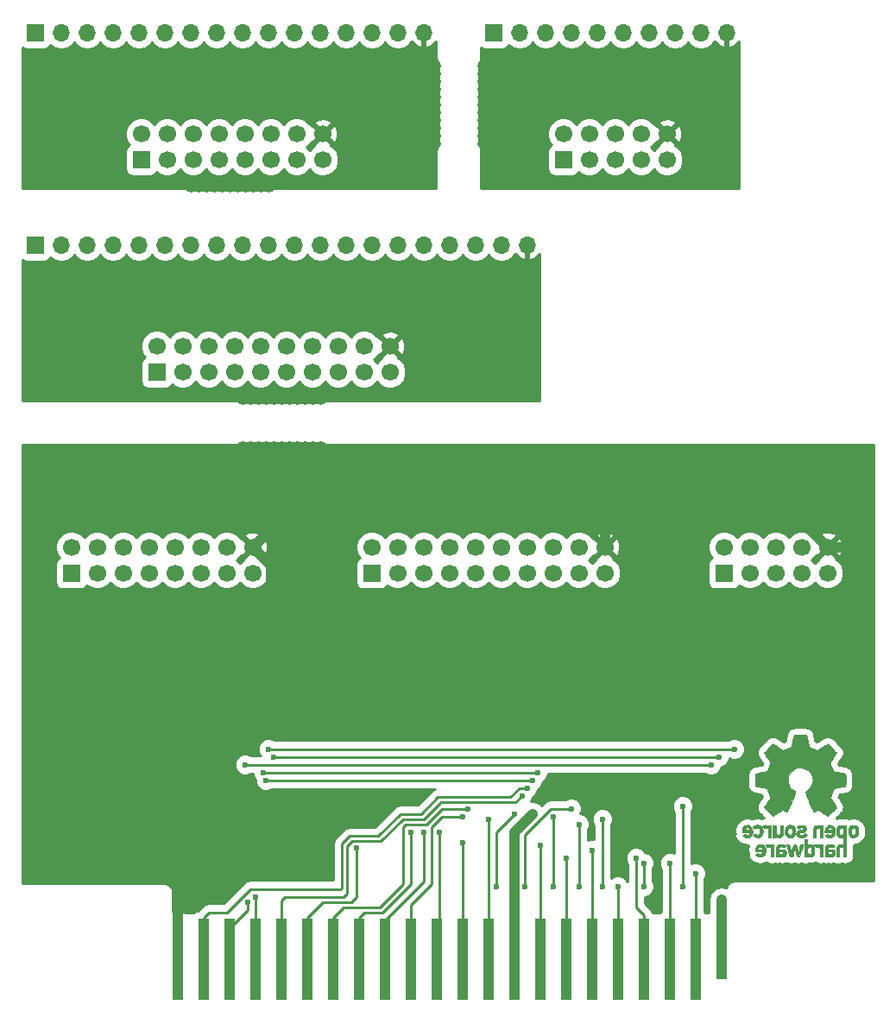
<source format=gbr>
G04 #@! TF.FileFunction,Copper,L2,Bot,Signal*
%FSLAX46Y46*%
G04 Gerber Fmt 4.6, Leading zero omitted, Abs format (unit mm)*
G04 Created by KiCad (PCBNEW 4.0.7) date 05/21/18 09:05:03*
%MOMM*%
%LPD*%
G01*
G04 APERTURE LIST*
%ADD10C,0.100000*%
%ADD11C,0.010000*%
%ADD12R,1.700000X1.700000*%
%ADD13C,1.700000*%
%ADD14O,1.700000X1.700000*%
%ADD15R,1.000000X6.000000*%
%ADD16R,1.000000X8.000000*%
%ADD17C,0.600000*%
%ADD18C,0.800000*%
%ADD19C,0.250000*%
%ADD20C,1.000000*%
%ADD21C,0.254000*%
G04 APERTURE END LIST*
D10*
D11*
G36*
X179675091Y-127369560D02*
X179622588Y-127395499D01*
X179557842Y-127440700D01*
X179510653Y-127489991D01*
X179478335Y-127551885D01*
X179458203Y-127634896D01*
X179447570Y-127747538D01*
X179443753Y-127898324D01*
X179443530Y-127963149D01*
X179444182Y-128105221D01*
X179446888Y-128206757D01*
X179452776Y-128277015D01*
X179462973Y-128325256D01*
X179478606Y-128360738D01*
X179494872Y-128384943D01*
X179598705Y-128487929D01*
X179720979Y-128549874D01*
X179852886Y-128568506D01*
X179985616Y-128541549D01*
X180027667Y-128522486D01*
X180128334Y-128470015D01*
X180128334Y-129292259D01*
X180054865Y-129254267D01*
X179958059Y-129224872D01*
X179839072Y-129217342D01*
X179720255Y-129231245D01*
X179630527Y-129262476D01*
X179556101Y-129321954D01*
X179492510Y-129407066D01*
X179487729Y-129415805D01*
X179467563Y-129456966D01*
X179452835Y-129498454D01*
X179442697Y-129548713D01*
X179436301Y-129616184D01*
X179432799Y-129709309D01*
X179431342Y-129836531D01*
X179431079Y-129979701D01*
X179431079Y-130436471D01*
X179705000Y-130436471D01*
X179705000Y-129594231D01*
X179781617Y-129529763D01*
X179861207Y-129478194D01*
X179936578Y-129468818D01*
X180012367Y-129492947D01*
X180052759Y-129516574D01*
X180082821Y-129550227D01*
X180104203Y-129601087D01*
X180118550Y-129676334D01*
X180127510Y-129783146D01*
X180132730Y-129928704D01*
X180134569Y-130025588D01*
X180140785Y-130424020D01*
X180271520Y-130431547D01*
X180402255Y-130439073D01*
X180402255Y-127966582D01*
X180128334Y-127966582D01*
X180121350Y-128104423D01*
X180097818Y-128200107D01*
X180053865Y-128259641D01*
X179985618Y-128289029D01*
X179916667Y-128294902D01*
X179838614Y-128288154D01*
X179786811Y-128261594D01*
X179754417Y-128226499D01*
X179728916Y-128188752D01*
X179713735Y-128146700D01*
X179706981Y-128087779D01*
X179706759Y-127999428D01*
X179709032Y-127925448D01*
X179714251Y-127814000D01*
X179722021Y-127740833D01*
X179735105Y-127694422D01*
X179756268Y-127663244D01*
X179776240Y-127645223D01*
X179859686Y-127605925D01*
X179958449Y-127599579D01*
X180015159Y-127613116D01*
X180071308Y-127661233D01*
X180108501Y-127754833D01*
X180126528Y-127893254D01*
X180128334Y-127966582D01*
X180402255Y-127966582D01*
X180402255Y-127348628D01*
X180265295Y-127348628D01*
X180183065Y-127351879D01*
X180140640Y-127363426D01*
X180128339Y-127385952D01*
X180128334Y-127386620D01*
X180122626Y-127408681D01*
X180097453Y-127406176D01*
X180047402Y-127381935D01*
X179930781Y-127344851D01*
X179799571Y-127340953D01*
X179675091Y-127369560D01*
X179675091Y-127369560D01*
G37*
X179675091Y-127369560D02*
X179622588Y-127395499D01*
X179557842Y-127440700D01*
X179510653Y-127489991D01*
X179478335Y-127551885D01*
X179458203Y-127634896D01*
X179447570Y-127747538D01*
X179443753Y-127898324D01*
X179443530Y-127963149D01*
X179444182Y-128105221D01*
X179446888Y-128206757D01*
X179452776Y-128277015D01*
X179462973Y-128325256D01*
X179478606Y-128360738D01*
X179494872Y-128384943D01*
X179598705Y-128487929D01*
X179720979Y-128549874D01*
X179852886Y-128568506D01*
X179985616Y-128541549D01*
X180027667Y-128522486D01*
X180128334Y-128470015D01*
X180128334Y-129292259D01*
X180054865Y-129254267D01*
X179958059Y-129224872D01*
X179839072Y-129217342D01*
X179720255Y-129231245D01*
X179630527Y-129262476D01*
X179556101Y-129321954D01*
X179492510Y-129407066D01*
X179487729Y-129415805D01*
X179467563Y-129456966D01*
X179452835Y-129498454D01*
X179442697Y-129548713D01*
X179436301Y-129616184D01*
X179432799Y-129709309D01*
X179431342Y-129836531D01*
X179431079Y-129979701D01*
X179431079Y-130436471D01*
X179705000Y-130436471D01*
X179705000Y-129594231D01*
X179781617Y-129529763D01*
X179861207Y-129478194D01*
X179936578Y-129468818D01*
X180012367Y-129492947D01*
X180052759Y-129516574D01*
X180082821Y-129550227D01*
X180104203Y-129601087D01*
X180118550Y-129676334D01*
X180127510Y-129783146D01*
X180132730Y-129928704D01*
X180134569Y-130025588D01*
X180140785Y-130424020D01*
X180271520Y-130431547D01*
X180402255Y-130439073D01*
X180402255Y-127966582D01*
X180128334Y-127966582D01*
X180121350Y-128104423D01*
X180097818Y-128200107D01*
X180053865Y-128259641D01*
X179985618Y-128289029D01*
X179916667Y-128294902D01*
X179838614Y-128288154D01*
X179786811Y-128261594D01*
X179754417Y-128226499D01*
X179728916Y-128188752D01*
X179713735Y-128146700D01*
X179706981Y-128087779D01*
X179706759Y-127999428D01*
X179709032Y-127925448D01*
X179714251Y-127814000D01*
X179722021Y-127740833D01*
X179735105Y-127694422D01*
X179756268Y-127663244D01*
X179776240Y-127645223D01*
X179859686Y-127605925D01*
X179958449Y-127599579D01*
X180015159Y-127613116D01*
X180071308Y-127661233D01*
X180108501Y-127754833D01*
X180126528Y-127893254D01*
X180128334Y-127966582D01*
X180402255Y-127966582D01*
X180402255Y-127348628D01*
X180265295Y-127348628D01*
X180183065Y-127351879D01*
X180140640Y-127363426D01*
X180128339Y-127385952D01*
X180128334Y-127386620D01*
X180122626Y-127408681D01*
X180097453Y-127406176D01*
X180047402Y-127381935D01*
X179930781Y-127344851D01*
X179799571Y-127340953D01*
X179675091Y-127369560D01*
G36*
X178636280Y-129225922D02*
X178519130Y-129257180D01*
X178429949Y-129313837D01*
X178367016Y-129388045D01*
X178347452Y-129419716D01*
X178333008Y-129452891D01*
X178322911Y-129495329D01*
X178316385Y-129554788D01*
X178312658Y-129639029D01*
X178310954Y-129755810D01*
X178310500Y-129912890D01*
X178310491Y-129954565D01*
X178310491Y-130436471D01*
X178430020Y-130436471D01*
X178506261Y-130431131D01*
X178562634Y-130417604D01*
X178576758Y-130409262D01*
X178615370Y-130394864D01*
X178654808Y-130409262D01*
X178719738Y-130427237D01*
X178814055Y-130434472D01*
X178918593Y-130431333D01*
X179014189Y-130418186D01*
X179070000Y-130401318D01*
X179178002Y-130331986D01*
X179245497Y-130235772D01*
X179275841Y-130107844D01*
X179276123Y-130104559D01*
X179273460Y-130047808D01*
X179032647Y-130047808D01*
X179011595Y-130112358D01*
X178977303Y-130148686D01*
X178908468Y-130176162D01*
X178817610Y-130187129D01*
X178724958Y-130181731D01*
X178650744Y-130160110D01*
X178629951Y-130146239D01*
X178593619Y-130082143D01*
X178584412Y-130009278D01*
X178584412Y-129913530D01*
X178722173Y-129913530D01*
X178853047Y-129923605D01*
X178952259Y-129952148D01*
X179013977Y-129996639D01*
X179032647Y-130047808D01*
X179273460Y-130047808D01*
X179269564Y-129964790D01*
X179223466Y-129854282D01*
X179136800Y-129770712D01*
X179124821Y-129763110D01*
X179073345Y-129738357D01*
X179009632Y-129723368D01*
X178920565Y-129716082D01*
X178814755Y-129714407D01*
X178584412Y-129714314D01*
X178584412Y-129617755D01*
X178594183Y-129542836D01*
X178619116Y-129492644D01*
X178622035Y-129489972D01*
X178677519Y-129468015D01*
X178761273Y-129459505D01*
X178853833Y-129463687D01*
X178935730Y-129479809D01*
X178984327Y-129503990D01*
X179010659Y-129523359D01*
X179038465Y-129527057D01*
X179076839Y-129511188D01*
X179134875Y-129471855D01*
X179221669Y-129405164D01*
X179229635Y-129398916D01*
X179225553Y-129375800D01*
X179191499Y-129337352D01*
X179139740Y-129294627D01*
X179082545Y-129258679D01*
X179064575Y-129250191D01*
X178999028Y-129233252D01*
X178902980Y-129221170D01*
X178795671Y-129216323D01*
X178790653Y-129216313D01*
X178636280Y-129225922D01*
X178636280Y-129225922D01*
G37*
X178636280Y-129225922D02*
X178519130Y-129257180D01*
X178429949Y-129313837D01*
X178367016Y-129388045D01*
X178347452Y-129419716D01*
X178333008Y-129452891D01*
X178322911Y-129495329D01*
X178316385Y-129554788D01*
X178312658Y-129639029D01*
X178310954Y-129755810D01*
X178310500Y-129912890D01*
X178310491Y-129954565D01*
X178310491Y-130436471D01*
X178430020Y-130436471D01*
X178506261Y-130431131D01*
X178562634Y-130417604D01*
X178576758Y-130409262D01*
X178615370Y-130394864D01*
X178654808Y-130409262D01*
X178719738Y-130427237D01*
X178814055Y-130434472D01*
X178918593Y-130431333D01*
X179014189Y-130418186D01*
X179070000Y-130401318D01*
X179178002Y-130331986D01*
X179245497Y-130235772D01*
X179275841Y-130107844D01*
X179276123Y-130104559D01*
X179273460Y-130047808D01*
X179032647Y-130047808D01*
X179011595Y-130112358D01*
X178977303Y-130148686D01*
X178908468Y-130176162D01*
X178817610Y-130187129D01*
X178724958Y-130181731D01*
X178650744Y-130160110D01*
X178629951Y-130146239D01*
X178593619Y-130082143D01*
X178584412Y-130009278D01*
X178584412Y-129913530D01*
X178722173Y-129913530D01*
X178853047Y-129923605D01*
X178952259Y-129952148D01*
X179013977Y-129996639D01*
X179032647Y-130047808D01*
X179273460Y-130047808D01*
X179269564Y-129964790D01*
X179223466Y-129854282D01*
X179136800Y-129770712D01*
X179124821Y-129763110D01*
X179073345Y-129738357D01*
X179009632Y-129723368D01*
X178920565Y-129716082D01*
X178814755Y-129714407D01*
X178584412Y-129714314D01*
X178584412Y-129617755D01*
X178594183Y-129542836D01*
X178619116Y-129492644D01*
X178622035Y-129489972D01*
X178677519Y-129468015D01*
X178761273Y-129459505D01*
X178853833Y-129463687D01*
X178935730Y-129479809D01*
X178984327Y-129503990D01*
X179010659Y-129523359D01*
X179038465Y-129527057D01*
X179076839Y-129511188D01*
X179134875Y-129471855D01*
X179221669Y-129405164D01*
X179229635Y-129398916D01*
X179225553Y-129375800D01*
X179191499Y-129337352D01*
X179139740Y-129294627D01*
X179082545Y-129258679D01*
X179064575Y-129250191D01*
X178999028Y-129233252D01*
X178902980Y-129221170D01*
X178795671Y-129216323D01*
X178790653Y-129216313D01*
X178636280Y-129225922D01*
G36*
X177862236Y-129218921D02*
X177824970Y-129230091D01*
X177812957Y-129254633D01*
X177812451Y-129265712D01*
X177810296Y-129296572D01*
X177795449Y-129301417D01*
X177755343Y-129280260D01*
X177731520Y-129265806D01*
X177656362Y-129234850D01*
X177566594Y-129219544D01*
X177472471Y-129218367D01*
X177384246Y-129229799D01*
X177312174Y-129252320D01*
X177266508Y-129284409D01*
X177257502Y-129324545D01*
X177262047Y-129335415D01*
X177295179Y-129380534D01*
X177346555Y-129436026D01*
X177355848Y-129444996D01*
X177404818Y-129486245D01*
X177447069Y-129499572D01*
X177506159Y-129490271D01*
X177529831Y-129484090D01*
X177603496Y-129469246D01*
X177655290Y-129475921D01*
X177699031Y-129499465D01*
X177739098Y-129531061D01*
X177768608Y-129570798D01*
X177789116Y-129626252D01*
X177802176Y-129705003D01*
X177809344Y-129814629D01*
X177812176Y-129962706D01*
X177812451Y-130052111D01*
X177812451Y-130436471D01*
X178061471Y-130436471D01*
X178061471Y-129216275D01*
X177936961Y-129216275D01*
X177862236Y-129218921D01*
X177862236Y-129218921D01*
G37*
X177862236Y-129218921D02*
X177824970Y-129230091D01*
X177812957Y-129254633D01*
X177812451Y-129265712D01*
X177810296Y-129296572D01*
X177795449Y-129301417D01*
X177755343Y-129280260D01*
X177731520Y-129265806D01*
X177656362Y-129234850D01*
X177566594Y-129219544D01*
X177472471Y-129218367D01*
X177384246Y-129229799D01*
X177312174Y-129252320D01*
X177266508Y-129284409D01*
X177257502Y-129324545D01*
X177262047Y-129335415D01*
X177295179Y-129380534D01*
X177346555Y-129436026D01*
X177355848Y-129444996D01*
X177404818Y-129486245D01*
X177447069Y-129499572D01*
X177506159Y-129490271D01*
X177529831Y-129484090D01*
X177603496Y-129469246D01*
X177655290Y-129475921D01*
X177699031Y-129499465D01*
X177739098Y-129531061D01*
X177768608Y-129570798D01*
X177789116Y-129626252D01*
X177802176Y-129705003D01*
X177809344Y-129814629D01*
X177812176Y-129962706D01*
X177812451Y-130052111D01*
X177812451Y-130436471D01*
X178061471Y-130436471D01*
X178061471Y-129216275D01*
X177936961Y-129216275D01*
X177862236Y-129218921D01*
G36*
X176293432Y-130436471D02*
X176430393Y-130436471D01*
X176509889Y-130434140D01*
X176551292Y-130424488D01*
X176566199Y-130403525D01*
X176567353Y-130389351D01*
X176569867Y-130360927D01*
X176585720Y-130355475D01*
X176627379Y-130372998D01*
X176659776Y-130389351D01*
X176784151Y-130428103D01*
X176919354Y-130430346D01*
X177029274Y-130401444D01*
X177131634Y-130331619D01*
X177209660Y-130228555D01*
X177252386Y-130106989D01*
X177253474Y-130100192D01*
X177259822Y-130026032D01*
X177262979Y-129919570D01*
X177262725Y-129839052D01*
X176990711Y-129839052D01*
X176984410Y-129946070D01*
X176970075Y-130034278D01*
X176950669Y-130084090D01*
X176877254Y-130152162D01*
X176790086Y-130176564D01*
X176700196Y-130156831D01*
X176623383Y-130097968D01*
X176594292Y-130058379D01*
X176577283Y-130011138D01*
X176569316Y-129942181D01*
X176567353Y-129838607D01*
X176570866Y-129736039D01*
X176580143Y-129645921D01*
X176593294Y-129585613D01*
X176595486Y-129580208D01*
X176648522Y-129515940D01*
X176725933Y-129480656D01*
X176812546Y-129474959D01*
X176893193Y-129499453D01*
X176952703Y-129554742D01*
X176958876Y-129565743D01*
X176978199Y-129632827D01*
X176988726Y-129729284D01*
X176990711Y-129839052D01*
X177262725Y-129839052D01*
X177262596Y-129798225D01*
X177260806Y-129732918D01*
X177248627Y-129571355D01*
X177223315Y-129450053D01*
X177181207Y-129360379D01*
X177118641Y-129293699D01*
X177057900Y-129254557D01*
X176973036Y-129227040D01*
X176867485Y-129217603D01*
X176759402Y-129225290D01*
X176666942Y-129249146D01*
X176618090Y-129277685D01*
X176567353Y-129323601D01*
X176567353Y-128743137D01*
X176293432Y-128743137D01*
X176293432Y-130436471D01*
X176293432Y-130436471D01*
G37*
X176293432Y-130436471D02*
X176430393Y-130436471D01*
X176509889Y-130434140D01*
X176551292Y-130424488D01*
X176566199Y-130403525D01*
X176567353Y-130389351D01*
X176569867Y-130360927D01*
X176585720Y-130355475D01*
X176627379Y-130372998D01*
X176659776Y-130389351D01*
X176784151Y-130428103D01*
X176919354Y-130430346D01*
X177029274Y-130401444D01*
X177131634Y-130331619D01*
X177209660Y-130228555D01*
X177252386Y-130106989D01*
X177253474Y-130100192D01*
X177259822Y-130026032D01*
X177262979Y-129919570D01*
X177262725Y-129839052D01*
X176990711Y-129839052D01*
X176984410Y-129946070D01*
X176970075Y-130034278D01*
X176950669Y-130084090D01*
X176877254Y-130152162D01*
X176790086Y-130176564D01*
X176700196Y-130156831D01*
X176623383Y-130097968D01*
X176594292Y-130058379D01*
X176577283Y-130011138D01*
X176569316Y-129942181D01*
X176567353Y-129838607D01*
X176570866Y-129736039D01*
X176580143Y-129645921D01*
X176593294Y-129585613D01*
X176595486Y-129580208D01*
X176648522Y-129515940D01*
X176725933Y-129480656D01*
X176812546Y-129474959D01*
X176893193Y-129499453D01*
X176952703Y-129554742D01*
X176958876Y-129565743D01*
X176978199Y-129632827D01*
X176988726Y-129729284D01*
X176990711Y-129839052D01*
X177262725Y-129839052D01*
X177262596Y-129798225D01*
X177260806Y-129732918D01*
X177248627Y-129571355D01*
X177223315Y-129450053D01*
X177181207Y-129360379D01*
X177118641Y-129293699D01*
X177057900Y-129254557D01*
X176973036Y-129227040D01*
X176867485Y-129217603D01*
X176759402Y-129225290D01*
X176666942Y-129249146D01*
X176618090Y-129277685D01*
X176567353Y-129323601D01*
X176567353Y-128743137D01*
X176293432Y-128743137D01*
X176293432Y-130436471D01*
G36*
X175337472Y-129221332D02*
X175238986Y-129228726D01*
X175110224Y-129614706D01*
X174981463Y-130000686D01*
X174941089Y-129863726D01*
X174916793Y-129779083D01*
X174884833Y-129664697D01*
X174850321Y-129538963D01*
X174832072Y-129471520D01*
X174763429Y-129216275D01*
X174480227Y-129216275D01*
X174564878Y-129483971D01*
X174606565Y-129615638D01*
X174656926Y-129774458D01*
X174709519Y-129940128D01*
X174756470Y-130087843D01*
X174863411Y-130424020D01*
X175094339Y-130439044D01*
X175156950Y-130232316D01*
X175195562Y-130103896D01*
X175237700Y-129962322D01*
X175274528Y-129837285D01*
X175275982Y-129832309D01*
X175303489Y-129747586D01*
X175327758Y-129689778D01*
X175344757Y-129667918D01*
X175348250Y-129670446D01*
X175360510Y-129704336D01*
X175383805Y-129776930D01*
X175415300Y-129879101D01*
X175452158Y-130001720D01*
X175472101Y-130069167D01*
X175580105Y-130436471D01*
X175809321Y-130436471D01*
X175992561Y-129857500D01*
X176044037Y-129695091D01*
X176090930Y-129547602D01*
X176131023Y-129421960D01*
X176162103Y-129325095D01*
X176181955Y-129263934D01*
X176187989Y-129246065D01*
X176183212Y-129227768D01*
X176145703Y-129219755D01*
X176067645Y-129220557D01*
X176055426Y-129221163D01*
X175910674Y-129228726D01*
X175815870Y-129577353D01*
X175781023Y-129704497D01*
X175749883Y-129816265D01*
X175725191Y-129902953D01*
X175709688Y-129954856D01*
X175706824Y-129963318D01*
X175694954Y-129953587D01*
X175671017Y-129903172D01*
X175637761Y-129818935D01*
X175597936Y-129707741D01*
X175564270Y-129607297D01*
X175435959Y-129213939D01*
X175337472Y-129221332D01*
X175337472Y-129221332D01*
G37*
X175337472Y-129221332D02*
X175238986Y-129228726D01*
X175110224Y-129614706D01*
X174981463Y-130000686D01*
X174941089Y-129863726D01*
X174916793Y-129779083D01*
X174884833Y-129664697D01*
X174850321Y-129538963D01*
X174832072Y-129471520D01*
X174763429Y-129216275D01*
X174480227Y-129216275D01*
X174564878Y-129483971D01*
X174606565Y-129615638D01*
X174656926Y-129774458D01*
X174709519Y-129940128D01*
X174756470Y-130087843D01*
X174863411Y-130424020D01*
X175094339Y-130439044D01*
X175156950Y-130232316D01*
X175195562Y-130103896D01*
X175237700Y-129962322D01*
X175274528Y-129837285D01*
X175275982Y-129832309D01*
X175303489Y-129747586D01*
X175327758Y-129689778D01*
X175344757Y-129667918D01*
X175348250Y-129670446D01*
X175360510Y-129704336D01*
X175383805Y-129776930D01*
X175415300Y-129879101D01*
X175452158Y-130001720D01*
X175472101Y-130069167D01*
X175580105Y-130436471D01*
X175809321Y-130436471D01*
X175992561Y-129857500D01*
X176044037Y-129695091D01*
X176090930Y-129547602D01*
X176131023Y-129421960D01*
X176162103Y-129325095D01*
X176181955Y-129263934D01*
X176187989Y-129246065D01*
X176183212Y-129227768D01*
X176145703Y-129219755D01*
X176067645Y-129220557D01*
X176055426Y-129221163D01*
X175910674Y-129228726D01*
X175815870Y-129577353D01*
X175781023Y-129704497D01*
X175749883Y-129816265D01*
X175725191Y-129902953D01*
X175709688Y-129954856D01*
X175706824Y-129963318D01*
X175694954Y-129953587D01*
X175671017Y-129903172D01*
X175637761Y-129818935D01*
X175597936Y-129707741D01*
X175564270Y-129607297D01*
X175435959Y-129213939D01*
X175337472Y-129221332D01*
G36*
X173838541Y-129223669D02*
X173733580Y-129249163D01*
X173703239Y-129262669D01*
X173644427Y-129298046D01*
X173599291Y-129337890D01*
X173565894Y-129389120D01*
X173542299Y-129458654D01*
X173526567Y-129553409D01*
X173516761Y-129680305D01*
X173510943Y-129846258D01*
X173508734Y-129957108D01*
X173500604Y-130436471D01*
X173639469Y-130436471D01*
X173723713Y-130432938D01*
X173767116Y-130420866D01*
X173778334Y-130400594D01*
X173784256Y-130378674D01*
X173810734Y-130382865D01*
X173846814Y-130400441D01*
X173937138Y-130427382D01*
X174053223Y-130434642D01*
X174175320Y-130422767D01*
X174283679Y-130392305D01*
X174293398Y-130388077D01*
X174392432Y-130318505D01*
X174457719Y-130221789D01*
X174487760Y-130108738D01*
X174485465Y-130068122D01*
X174240367Y-130068122D01*
X174218771Y-130122782D01*
X174154741Y-130161952D01*
X174051435Y-130182974D01*
X173996226Y-130185766D01*
X173904218Y-130178620D01*
X173843059Y-130150848D01*
X173828138Y-130137647D01*
X173787713Y-130065829D01*
X173778334Y-130000686D01*
X173778334Y-129913530D01*
X173899731Y-129913530D01*
X174040847Y-129920722D01*
X174139827Y-129943345D01*
X174202367Y-129982964D01*
X174216369Y-130000628D01*
X174240367Y-130068122D01*
X174485465Y-130068122D01*
X174481059Y-129990157D01*
X174436120Y-129876855D01*
X174374804Y-129800285D01*
X174337668Y-129767181D01*
X174301313Y-129745425D01*
X174254010Y-129732161D01*
X174184027Y-129724528D01*
X174079636Y-129719670D01*
X174038230Y-129718273D01*
X173778334Y-129709780D01*
X173778715Y-129631116D01*
X173788781Y-129548428D01*
X173825171Y-129498431D01*
X173898689Y-129466489D01*
X173900661Y-129465920D01*
X174004895Y-129453361D01*
X174106892Y-129469766D01*
X174182695Y-129509657D01*
X174213110Y-129529354D01*
X174245868Y-129526629D01*
X174296279Y-129498091D01*
X174325881Y-129477950D01*
X174383782Y-129434919D01*
X174419648Y-129402662D01*
X174425403Y-129393427D01*
X174401705Y-129345636D01*
X174331687Y-129288562D01*
X174301275Y-129269305D01*
X174213845Y-129236140D01*
X174096017Y-129217350D01*
X173965134Y-129213129D01*
X173838541Y-129223669D01*
X173838541Y-129223669D01*
G37*
X173838541Y-129223669D02*
X173733580Y-129249163D01*
X173703239Y-129262669D01*
X173644427Y-129298046D01*
X173599291Y-129337890D01*
X173565894Y-129389120D01*
X173542299Y-129458654D01*
X173526567Y-129553409D01*
X173516761Y-129680305D01*
X173510943Y-129846258D01*
X173508734Y-129957108D01*
X173500604Y-130436471D01*
X173639469Y-130436471D01*
X173723713Y-130432938D01*
X173767116Y-130420866D01*
X173778334Y-130400594D01*
X173784256Y-130378674D01*
X173810734Y-130382865D01*
X173846814Y-130400441D01*
X173937138Y-130427382D01*
X174053223Y-130434642D01*
X174175320Y-130422767D01*
X174283679Y-130392305D01*
X174293398Y-130388077D01*
X174392432Y-130318505D01*
X174457719Y-130221789D01*
X174487760Y-130108738D01*
X174485465Y-130068122D01*
X174240367Y-130068122D01*
X174218771Y-130122782D01*
X174154741Y-130161952D01*
X174051435Y-130182974D01*
X173996226Y-130185766D01*
X173904218Y-130178620D01*
X173843059Y-130150848D01*
X173828138Y-130137647D01*
X173787713Y-130065829D01*
X173778334Y-130000686D01*
X173778334Y-129913530D01*
X173899731Y-129913530D01*
X174040847Y-129920722D01*
X174139827Y-129943345D01*
X174202367Y-129982964D01*
X174216369Y-130000628D01*
X174240367Y-130068122D01*
X174485465Y-130068122D01*
X174481059Y-129990157D01*
X174436120Y-129876855D01*
X174374804Y-129800285D01*
X174337668Y-129767181D01*
X174301313Y-129745425D01*
X174254010Y-129732161D01*
X174184027Y-129724528D01*
X174079636Y-129719670D01*
X174038230Y-129718273D01*
X173778334Y-129709780D01*
X173778715Y-129631116D01*
X173788781Y-129548428D01*
X173825171Y-129498431D01*
X173898689Y-129466489D01*
X173900661Y-129465920D01*
X174004895Y-129453361D01*
X174106892Y-129469766D01*
X174182695Y-129509657D01*
X174213110Y-129529354D01*
X174245868Y-129526629D01*
X174296279Y-129498091D01*
X174325881Y-129477950D01*
X174383782Y-129434919D01*
X174419648Y-129402662D01*
X174425403Y-129393427D01*
X174401705Y-129345636D01*
X174331687Y-129288562D01*
X174301275Y-129269305D01*
X174213845Y-129236140D01*
X174096017Y-129217350D01*
X173965134Y-129213129D01*
X173838541Y-129223669D01*
G36*
X172656554Y-129215883D02*
X172560823Y-129234755D01*
X172506323Y-129262699D01*
X172448992Y-129309123D01*
X172530559Y-129412111D01*
X172580850Y-129474479D01*
X172614999Y-129504907D01*
X172648937Y-129509555D01*
X172698594Y-129494586D01*
X172721904Y-129486117D01*
X172816937Y-129473622D01*
X172903968Y-129500406D01*
X172967862Y-129560915D01*
X172978241Y-129580208D01*
X172989544Y-129631314D01*
X172998268Y-129725500D01*
X173004003Y-129856089D01*
X173006340Y-130016405D01*
X173006373Y-130039211D01*
X173006373Y-130436471D01*
X173280295Y-130436471D01*
X173280295Y-129216275D01*
X173143334Y-129216275D01*
X173064362Y-129218337D01*
X173023221Y-129227513D01*
X173008008Y-129248290D01*
X173006373Y-129267886D01*
X173006373Y-129319497D01*
X172940760Y-129267886D01*
X172865525Y-129232675D01*
X172764456Y-129215265D01*
X172656554Y-129215883D01*
X172656554Y-129215883D01*
G37*
X172656554Y-129215883D02*
X172560823Y-129234755D01*
X172506323Y-129262699D01*
X172448992Y-129309123D01*
X172530559Y-129412111D01*
X172580850Y-129474479D01*
X172614999Y-129504907D01*
X172648937Y-129509555D01*
X172698594Y-129494586D01*
X172721904Y-129486117D01*
X172816937Y-129473622D01*
X172903968Y-129500406D01*
X172967862Y-129560915D01*
X172978241Y-129580208D01*
X172989544Y-129631314D01*
X172998268Y-129725500D01*
X173004003Y-129856089D01*
X173006340Y-130016405D01*
X173006373Y-130039211D01*
X173006373Y-130436471D01*
X173280295Y-130436471D01*
X173280295Y-129216275D01*
X173143334Y-129216275D01*
X173064362Y-129218337D01*
X173023221Y-129227513D01*
X173008008Y-129248290D01*
X173006373Y-129267886D01*
X173006373Y-129319497D01*
X172940760Y-129267886D01*
X172865525Y-129232675D01*
X172764456Y-129215265D01*
X172656554Y-129215883D01*
G36*
X171869693Y-129222784D02*
X171750663Y-129253731D01*
X171650979Y-129317600D01*
X171602712Y-129365313D01*
X171523592Y-129478106D01*
X171478248Y-129608950D01*
X171462670Y-129769792D01*
X171462590Y-129782794D01*
X171462451Y-129913530D01*
X172214909Y-129913530D01*
X172198870Y-129982010D01*
X172169909Y-130044031D01*
X172119222Y-130108654D01*
X172108621Y-130118971D01*
X172017506Y-130174805D01*
X171913600Y-130184275D01*
X171794000Y-130147540D01*
X171773726Y-130137647D01*
X171711544Y-130107574D01*
X171669894Y-130090440D01*
X171662627Y-130088855D01*
X171637260Y-130104242D01*
X171588880Y-130141887D01*
X171564321Y-130162459D01*
X171513430Y-130209714D01*
X171496719Y-130240917D01*
X171508317Y-130269620D01*
X171514517Y-130277468D01*
X171556507Y-130311819D01*
X171625794Y-130353565D01*
X171674118Y-130377935D01*
X171811289Y-130420873D01*
X171963153Y-130434786D01*
X172106976Y-130418300D01*
X172147255Y-130406496D01*
X172271922Y-130339689D01*
X172364329Y-130236892D01*
X172425010Y-130097105D01*
X172454502Y-129919330D01*
X172457740Y-129826373D01*
X172448286Y-129691033D01*
X172209510Y-129691033D01*
X172186416Y-129701038D01*
X172124338Y-129708888D01*
X172034086Y-129713521D01*
X171972942Y-129714314D01*
X171862960Y-129713549D01*
X171793543Y-129709970D01*
X171755462Y-129701649D01*
X171739485Y-129686657D01*
X171736373Y-129664903D01*
X171757722Y-129597892D01*
X171811471Y-129531664D01*
X171882178Y-129480832D01*
X171952911Y-129460038D01*
X172048984Y-129478484D01*
X172132151Y-129531811D01*
X172189814Y-129608677D01*
X172209510Y-129691033D01*
X172448286Y-129691033D01*
X172443972Y-129629291D01*
X172401480Y-129472271D01*
X172329365Y-129354069D01*
X172226727Y-129273440D01*
X172092668Y-129229139D01*
X172020043Y-129220607D01*
X171869693Y-129222784D01*
X171869693Y-129222784D01*
G37*
X171869693Y-129222784D02*
X171750663Y-129253731D01*
X171650979Y-129317600D01*
X171602712Y-129365313D01*
X171523592Y-129478106D01*
X171478248Y-129608950D01*
X171462670Y-129769792D01*
X171462590Y-129782794D01*
X171462451Y-129913530D01*
X172214909Y-129913530D01*
X172198870Y-129982010D01*
X172169909Y-130044031D01*
X172119222Y-130108654D01*
X172108621Y-130118971D01*
X172017506Y-130174805D01*
X171913600Y-130184275D01*
X171794000Y-130147540D01*
X171773726Y-130137647D01*
X171711544Y-130107574D01*
X171669894Y-130090440D01*
X171662627Y-130088855D01*
X171637260Y-130104242D01*
X171588880Y-130141887D01*
X171564321Y-130162459D01*
X171513430Y-130209714D01*
X171496719Y-130240917D01*
X171508317Y-130269620D01*
X171514517Y-130277468D01*
X171556507Y-130311819D01*
X171625794Y-130353565D01*
X171674118Y-130377935D01*
X171811289Y-130420873D01*
X171963153Y-130434786D01*
X172106976Y-130418300D01*
X172147255Y-130406496D01*
X172271922Y-130339689D01*
X172364329Y-130236892D01*
X172425010Y-130097105D01*
X172454502Y-129919330D01*
X172457740Y-129826373D01*
X172448286Y-129691033D01*
X172209510Y-129691033D01*
X172186416Y-129701038D01*
X172124338Y-129708888D01*
X172034086Y-129713521D01*
X171972942Y-129714314D01*
X171862960Y-129713549D01*
X171793543Y-129709970D01*
X171755462Y-129701649D01*
X171739485Y-129686657D01*
X171736373Y-129664903D01*
X171757722Y-129597892D01*
X171811471Y-129531664D01*
X171882178Y-129480832D01*
X171952911Y-129460038D01*
X172048984Y-129478484D01*
X172132151Y-129531811D01*
X172189814Y-129608677D01*
X172209510Y-129691033D01*
X172448286Y-129691033D01*
X172443972Y-129629291D01*
X172401480Y-129472271D01*
X172329365Y-129354069D01*
X172226727Y-129273440D01*
X172092668Y-129229139D01*
X172020043Y-129220607D01*
X171869693Y-129222784D01*
G36*
X180921753Y-127361568D02*
X180791478Y-127419163D01*
X180692581Y-127515334D01*
X180624918Y-127650229D01*
X180588345Y-127823996D01*
X180585724Y-127851126D01*
X180583670Y-128042408D01*
X180610301Y-128210073D01*
X180663999Y-128345967D01*
X180692753Y-128389681D01*
X180792909Y-128482198D01*
X180920463Y-128542119D01*
X181063163Y-128566985D01*
X181208760Y-128554339D01*
X181319438Y-128515391D01*
X181414616Y-128449755D01*
X181492406Y-128363699D01*
X181493751Y-128361685D01*
X181525343Y-128308570D01*
X181545873Y-128255160D01*
X181558305Y-128187754D01*
X181565603Y-128092653D01*
X181568818Y-128014666D01*
X181570156Y-127943944D01*
X181321186Y-127943944D01*
X181318753Y-128014348D01*
X181309920Y-128108068D01*
X181294336Y-128168214D01*
X181266234Y-128211006D01*
X181239914Y-128236002D01*
X181146608Y-128288338D01*
X181048980Y-128295333D01*
X180958058Y-128257676D01*
X180912598Y-128215479D01*
X180879838Y-128172956D01*
X180860677Y-128132267D01*
X180852267Y-128079314D01*
X180851763Y-127999997D01*
X180854355Y-127926950D01*
X180859929Y-127822601D01*
X180868766Y-127754920D01*
X180884693Y-127710774D01*
X180911538Y-127677031D01*
X180932811Y-127657746D01*
X181021794Y-127607086D01*
X181117789Y-127604560D01*
X181198281Y-127634567D01*
X181266947Y-127697231D01*
X181307856Y-127800168D01*
X181321186Y-127943944D01*
X181570156Y-127943944D01*
X181571754Y-127859582D01*
X181566740Y-127743600D01*
X181551717Y-127656367D01*
X181524624Y-127587530D01*
X181483400Y-127526737D01*
X181468115Y-127508686D01*
X181372546Y-127418746D01*
X181270039Y-127366211D01*
X181144679Y-127344201D01*
X181083550Y-127342402D01*
X180921753Y-127361568D01*
X180921753Y-127361568D01*
G37*
X180921753Y-127361568D02*
X180791478Y-127419163D01*
X180692581Y-127515334D01*
X180624918Y-127650229D01*
X180588345Y-127823996D01*
X180585724Y-127851126D01*
X180583670Y-128042408D01*
X180610301Y-128210073D01*
X180663999Y-128345967D01*
X180692753Y-128389681D01*
X180792909Y-128482198D01*
X180920463Y-128542119D01*
X181063163Y-128566985D01*
X181208760Y-128554339D01*
X181319438Y-128515391D01*
X181414616Y-128449755D01*
X181492406Y-128363699D01*
X181493751Y-128361685D01*
X181525343Y-128308570D01*
X181545873Y-128255160D01*
X181558305Y-128187754D01*
X181565603Y-128092653D01*
X181568818Y-128014666D01*
X181570156Y-127943944D01*
X181321186Y-127943944D01*
X181318753Y-128014348D01*
X181309920Y-128108068D01*
X181294336Y-128168214D01*
X181266234Y-128211006D01*
X181239914Y-128236002D01*
X181146608Y-128288338D01*
X181048980Y-128295333D01*
X180958058Y-128257676D01*
X180912598Y-128215479D01*
X180879838Y-128172956D01*
X180860677Y-128132267D01*
X180852267Y-128079314D01*
X180851763Y-127999997D01*
X180854355Y-127926950D01*
X180859929Y-127822601D01*
X180868766Y-127754920D01*
X180884693Y-127710774D01*
X180911538Y-127677031D01*
X180932811Y-127657746D01*
X181021794Y-127607086D01*
X181117789Y-127604560D01*
X181198281Y-127634567D01*
X181266947Y-127697231D01*
X181307856Y-127800168D01*
X181321186Y-127943944D01*
X181570156Y-127943944D01*
X181571754Y-127859582D01*
X181566740Y-127743600D01*
X181551717Y-127656367D01*
X181524624Y-127587530D01*
X181483400Y-127526737D01*
X181468115Y-127508686D01*
X181372546Y-127418746D01*
X181270039Y-127366211D01*
X181144679Y-127344201D01*
X181083550Y-127342402D01*
X180921753Y-127361568D01*
G36*
X178581796Y-127376354D02*
X178556981Y-127388037D01*
X178471094Y-127450951D01*
X178389879Y-127542769D01*
X178329236Y-127643868D01*
X178311988Y-127690349D01*
X178296251Y-127773376D01*
X178286867Y-127873713D01*
X178285728Y-127915147D01*
X178285589Y-128045882D01*
X179038047Y-128045882D01*
X179022007Y-128114363D01*
X178982637Y-128195355D01*
X178913806Y-128265351D01*
X178831919Y-128310441D01*
X178779737Y-128319804D01*
X178708971Y-128308441D01*
X178624540Y-128279943D01*
X178595858Y-128266831D01*
X178489791Y-128213858D01*
X178399272Y-128282901D01*
X178347039Y-128329597D01*
X178319247Y-128368140D01*
X178317840Y-128379452D01*
X178342668Y-128406868D01*
X178397083Y-128448532D01*
X178446472Y-128481037D01*
X178579748Y-128539468D01*
X178729161Y-128565915D01*
X178877249Y-128559039D01*
X178995295Y-128523096D01*
X179116982Y-128446101D01*
X179203460Y-128344728D01*
X179257559Y-128213570D01*
X179282109Y-128047224D01*
X179284286Y-127971108D01*
X179275573Y-127796685D01*
X179274503Y-127791611D01*
X179025173Y-127791611D01*
X179018306Y-127807968D01*
X178990083Y-127816988D01*
X178931873Y-127820854D01*
X178835042Y-127821749D01*
X178797757Y-127821765D01*
X178684317Y-127820413D01*
X178612378Y-127815505D01*
X178573687Y-127805760D01*
X178559995Y-127789899D01*
X178559510Y-127784805D01*
X178575137Y-127744326D01*
X178614247Y-127687621D01*
X178631061Y-127667766D01*
X178693481Y-127611611D01*
X178758547Y-127589532D01*
X178793603Y-127587686D01*
X178888442Y-127610766D01*
X178967973Y-127672759D01*
X179018423Y-127762802D01*
X179019317Y-127765735D01*
X179025173Y-127791611D01*
X179274503Y-127791611D01*
X179246601Y-127659343D01*
X179194410Y-127549461D01*
X179130579Y-127471461D01*
X179012567Y-127386882D01*
X178873842Y-127341686D01*
X178726290Y-127337600D01*
X178581796Y-127376354D01*
X178581796Y-127376354D01*
G37*
X178581796Y-127376354D02*
X178556981Y-127388037D01*
X178471094Y-127450951D01*
X178389879Y-127542769D01*
X178329236Y-127643868D01*
X178311988Y-127690349D01*
X178296251Y-127773376D01*
X178286867Y-127873713D01*
X178285728Y-127915147D01*
X178285589Y-128045882D01*
X179038047Y-128045882D01*
X179022007Y-128114363D01*
X178982637Y-128195355D01*
X178913806Y-128265351D01*
X178831919Y-128310441D01*
X178779737Y-128319804D01*
X178708971Y-128308441D01*
X178624540Y-128279943D01*
X178595858Y-128266831D01*
X178489791Y-128213858D01*
X178399272Y-128282901D01*
X178347039Y-128329597D01*
X178319247Y-128368140D01*
X178317840Y-128379452D01*
X178342668Y-128406868D01*
X178397083Y-128448532D01*
X178446472Y-128481037D01*
X178579748Y-128539468D01*
X178729161Y-128565915D01*
X178877249Y-128559039D01*
X178995295Y-128523096D01*
X179116982Y-128446101D01*
X179203460Y-128344728D01*
X179257559Y-128213570D01*
X179282109Y-128047224D01*
X179284286Y-127971108D01*
X179275573Y-127796685D01*
X179274503Y-127791611D01*
X179025173Y-127791611D01*
X179018306Y-127807968D01*
X178990083Y-127816988D01*
X178931873Y-127820854D01*
X178835042Y-127821749D01*
X178797757Y-127821765D01*
X178684317Y-127820413D01*
X178612378Y-127815505D01*
X178573687Y-127805760D01*
X178559995Y-127789899D01*
X178559510Y-127784805D01*
X178575137Y-127744326D01*
X178614247Y-127687621D01*
X178631061Y-127667766D01*
X178693481Y-127611611D01*
X178758547Y-127589532D01*
X178793603Y-127587686D01*
X178888442Y-127610766D01*
X178967973Y-127672759D01*
X179018423Y-127762802D01*
X179019317Y-127765735D01*
X179025173Y-127791611D01*
X179274503Y-127791611D01*
X179246601Y-127659343D01*
X179194410Y-127549461D01*
X179130579Y-127471461D01*
X179012567Y-127386882D01*
X178873842Y-127341686D01*
X178726290Y-127337600D01*
X178581796Y-127376354D01*
G36*
X175867241Y-127344345D02*
X175772941Y-127362229D01*
X175675110Y-127399633D01*
X175664657Y-127404402D01*
X175590469Y-127443412D01*
X175539090Y-127479664D01*
X175522483Y-127502887D01*
X175538298Y-127540761D01*
X175576712Y-127596644D01*
X175593763Y-127617505D01*
X175664031Y-127699618D01*
X175754621Y-127646168D01*
X175840836Y-127610561D01*
X175940451Y-127591529D01*
X176035981Y-127590326D01*
X176109939Y-127608210D01*
X176127688Y-127619373D01*
X176161488Y-127670553D01*
X176165596Y-127729509D01*
X176140304Y-127775567D01*
X176125344Y-127784499D01*
X176080514Y-127795592D01*
X176001714Y-127808630D01*
X175904574Y-127821088D01*
X175886654Y-127823042D01*
X175730635Y-127850030D01*
X175617477Y-127895873D01*
X175542431Y-127964803D01*
X175500747Y-128061054D01*
X175487762Y-128178617D01*
X175505701Y-128312254D01*
X175563950Y-128417195D01*
X175662745Y-128493630D01*
X175802318Y-128541748D01*
X175957255Y-128560732D01*
X176083602Y-128560504D01*
X176186087Y-128543262D01*
X176256079Y-128519457D01*
X176344517Y-128477978D01*
X176426246Y-128429842D01*
X176455295Y-128408655D01*
X176530000Y-128347676D01*
X176439902Y-128256508D01*
X176349804Y-128165339D01*
X176247368Y-128233128D01*
X176144626Y-128284042D01*
X176034913Y-128310673D01*
X175929449Y-128313483D01*
X175839454Y-128292935D01*
X175776146Y-128249493D01*
X175755704Y-128212838D01*
X175758771Y-128154053D01*
X175809566Y-128109099D01*
X175907952Y-128078057D01*
X176015744Y-128063710D01*
X176181635Y-128036337D01*
X176304876Y-127984693D01*
X176387114Y-127907266D01*
X176429999Y-127802544D01*
X176435940Y-127678387D01*
X176406594Y-127548702D01*
X176339691Y-127450677D01*
X176234629Y-127383866D01*
X176090810Y-127347820D01*
X175984262Y-127340754D01*
X175867241Y-127344345D01*
X175867241Y-127344345D01*
G37*
X175867241Y-127344345D02*
X175772941Y-127362229D01*
X175675110Y-127399633D01*
X175664657Y-127404402D01*
X175590469Y-127443412D01*
X175539090Y-127479664D01*
X175522483Y-127502887D01*
X175538298Y-127540761D01*
X175576712Y-127596644D01*
X175593763Y-127617505D01*
X175664031Y-127699618D01*
X175754621Y-127646168D01*
X175840836Y-127610561D01*
X175940451Y-127591529D01*
X176035981Y-127590326D01*
X176109939Y-127608210D01*
X176127688Y-127619373D01*
X176161488Y-127670553D01*
X176165596Y-127729509D01*
X176140304Y-127775567D01*
X176125344Y-127784499D01*
X176080514Y-127795592D01*
X176001714Y-127808630D01*
X175904574Y-127821088D01*
X175886654Y-127823042D01*
X175730635Y-127850030D01*
X175617477Y-127895873D01*
X175542431Y-127964803D01*
X175500747Y-128061054D01*
X175487762Y-128178617D01*
X175505701Y-128312254D01*
X175563950Y-128417195D01*
X175662745Y-128493630D01*
X175802318Y-128541748D01*
X175957255Y-128560732D01*
X176083602Y-128560504D01*
X176186087Y-128543262D01*
X176256079Y-128519457D01*
X176344517Y-128477978D01*
X176426246Y-128429842D01*
X176455295Y-128408655D01*
X176530000Y-128347676D01*
X176439902Y-128256508D01*
X176349804Y-128165339D01*
X176247368Y-128233128D01*
X176144626Y-128284042D01*
X176034913Y-128310673D01*
X175929449Y-128313483D01*
X175839454Y-128292935D01*
X175776146Y-128249493D01*
X175755704Y-128212838D01*
X175758771Y-128154053D01*
X175809566Y-128109099D01*
X175907952Y-128078057D01*
X176015744Y-128063710D01*
X176181635Y-128036337D01*
X176304876Y-127984693D01*
X176387114Y-127907266D01*
X176429999Y-127802544D01*
X176435940Y-127678387D01*
X176406594Y-127548702D01*
X176339691Y-127450677D01*
X176234629Y-127383866D01*
X176090810Y-127347820D01*
X175984262Y-127340754D01*
X175867241Y-127344345D01*
G36*
X174685453Y-127363364D02*
X174559498Y-127431959D01*
X174460953Y-127540245D01*
X174414522Y-127628315D01*
X174394588Y-127706101D01*
X174381672Y-127816993D01*
X174376137Y-127944738D01*
X174378346Y-128073084D01*
X174388663Y-128185779D01*
X174400714Y-128245969D01*
X174441366Y-128328311D01*
X174511770Y-128415770D01*
X174596618Y-128492251D01*
X174680603Y-128541655D01*
X174682651Y-128542439D01*
X174786866Y-128564027D01*
X174910373Y-128564562D01*
X175027739Y-128544908D01*
X175073058Y-128529155D01*
X175189780Y-128462966D01*
X175273376Y-128376246D01*
X175328299Y-128261438D01*
X175359005Y-128110982D01*
X175365953Y-128032173D01*
X175365067Y-127933145D01*
X175098138Y-127933145D01*
X175089146Y-128077645D01*
X175063264Y-128187760D01*
X175022132Y-128258116D01*
X174992828Y-128278235D01*
X174917749Y-128292265D01*
X174828506Y-128288111D01*
X174751350Y-128267922D01*
X174731117Y-128256815D01*
X174677735Y-128192123D01*
X174642500Y-128093119D01*
X174627502Y-127972632D01*
X174634828Y-127843494D01*
X174651201Y-127765775D01*
X174698210Y-127675771D01*
X174772418Y-127619509D01*
X174861791Y-127600057D01*
X174954293Y-127620481D01*
X175025347Y-127670437D01*
X175062688Y-127711655D01*
X175084482Y-127752281D01*
X175094870Y-127807264D01*
X175097994Y-127891549D01*
X175098138Y-127933145D01*
X175365067Y-127933145D01*
X175364070Y-127821874D01*
X175329820Y-127649423D01*
X175263198Y-127514814D01*
X175164201Y-127418040D01*
X175032825Y-127359094D01*
X175004615Y-127352259D01*
X174835074Y-127336213D01*
X174685453Y-127363364D01*
X174685453Y-127363364D01*
G37*
X174685453Y-127363364D02*
X174559498Y-127431959D01*
X174460953Y-127540245D01*
X174414522Y-127628315D01*
X174394588Y-127706101D01*
X174381672Y-127816993D01*
X174376137Y-127944738D01*
X174378346Y-128073084D01*
X174388663Y-128185779D01*
X174400714Y-128245969D01*
X174441366Y-128328311D01*
X174511770Y-128415770D01*
X174596618Y-128492251D01*
X174680603Y-128541655D01*
X174682651Y-128542439D01*
X174786866Y-128564027D01*
X174910373Y-128564562D01*
X175027739Y-128544908D01*
X175073058Y-128529155D01*
X175189780Y-128462966D01*
X175273376Y-128376246D01*
X175328299Y-128261438D01*
X175359005Y-128110982D01*
X175365953Y-128032173D01*
X175365067Y-127933145D01*
X175098138Y-127933145D01*
X175089146Y-128077645D01*
X175063264Y-128187760D01*
X175022132Y-128258116D01*
X174992828Y-128278235D01*
X174917749Y-128292265D01*
X174828506Y-128288111D01*
X174751350Y-128267922D01*
X174731117Y-128256815D01*
X174677735Y-128192123D01*
X174642500Y-128093119D01*
X174627502Y-127972632D01*
X174634828Y-127843494D01*
X174651201Y-127765775D01*
X174698210Y-127675771D01*
X174772418Y-127619509D01*
X174861791Y-127600057D01*
X174954293Y-127620481D01*
X175025347Y-127670437D01*
X175062688Y-127711655D01*
X175084482Y-127752281D01*
X175094870Y-127807264D01*
X175097994Y-127891549D01*
X175098138Y-127933145D01*
X175365067Y-127933145D01*
X175364070Y-127821874D01*
X175329820Y-127649423D01*
X175263198Y-127514814D01*
X175164201Y-127418040D01*
X175032825Y-127359094D01*
X175004615Y-127352259D01*
X174835074Y-127336213D01*
X174685453Y-127363364D01*
G36*
X173927746Y-127736245D02*
X173925392Y-127918879D01*
X173916793Y-128057600D01*
X173899640Y-128158147D01*
X173871626Y-128226254D01*
X173830443Y-128267659D01*
X173773783Y-128288097D01*
X173703628Y-128293318D01*
X173630152Y-128287468D01*
X173574343Y-128266093D01*
X173533891Y-128223458D01*
X173506491Y-128153825D01*
X173489833Y-128051460D01*
X173481611Y-127910624D01*
X173479510Y-127736245D01*
X173479510Y-127348628D01*
X173205589Y-127348628D01*
X173205589Y-128543922D01*
X173342549Y-128543922D01*
X173425116Y-128540576D01*
X173467632Y-128528826D01*
X173479510Y-128506520D01*
X173486664Y-128486654D01*
X173515135Y-128490857D01*
X173572524Y-128518971D01*
X173704055Y-128562342D01*
X173843562Y-128559270D01*
X173977235Y-128512174D01*
X174040892Y-128474971D01*
X174089447Y-128434691D01*
X174124919Y-128384291D01*
X174149326Y-128316729D01*
X174164687Y-128224965D01*
X174173018Y-128101955D01*
X174176338Y-127940659D01*
X174176765Y-127815928D01*
X174176765Y-127348628D01*
X173927746Y-127348628D01*
X173927746Y-127736245D01*
X173927746Y-127736245D01*
G37*
X173927746Y-127736245D02*
X173925392Y-127918879D01*
X173916793Y-128057600D01*
X173899640Y-128158147D01*
X173871626Y-128226254D01*
X173830443Y-128267659D01*
X173773783Y-128288097D01*
X173703628Y-128293318D01*
X173630152Y-128287468D01*
X173574343Y-128266093D01*
X173533891Y-128223458D01*
X173506491Y-128153825D01*
X173489833Y-128051460D01*
X173481611Y-127910624D01*
X173479510Y-127736245D01*
X173479510Y-127348628D01*
X173205589Y-127348628D01*
X173205589Y-128543922D01*
X173342549Y-128543922D01*
X173425116Y-128540576D01*
X173467632Y-128528826D01*
X173479510Y-128506520D01*
X173486664Y-128486654D01*
X173515135Y-128490857D01*
X173572524Y-128518971D01*
X173704055Y-128562342D01*
X173843562Y-128559270D01*
X173977235Y-128512174D01*
X174040892Y-128474971D01*
X174089447Y-128434691D01*
X174124919Y-128384291D01*
X174149326Y-128316729D01*
X174164687Y-128224965D01*
X174173018Y-128101955D01*
X174176338Y-127940659D01*
X174176765Y-127815928D01*
X174176765Y-127348628D01*
X173927746Y-127348628D01*
X173927746Y-127736245D01*
G36*
X171504024Y-127359056D02*
X171359744Y-127420348D01*
X171314301Y-127450185D01*
X171256221Y-127496036D01*
X171219762Y-127532089D01*
X171213432Y-127543832D01*
X171231307Y-127569889D01*
X171277050Y-127614105D01*
X171313672Y-127644965D01*
X171413912Y-127725520D01*
X171493065Y-127658918D01*
X171554231Y-127615921D01*
X171613871Y-127601079D01*
X171682128Y-127604704D01*
X171790518Y-127631652D01*
X171865128Y-127687587D01*
X171910470Y-127778014D01*
X171931053Y-127908435D01*
X171931058Y-127908517D01*
X171929278Y-128054290D01*
X171901613Y-128161245D01*
X171846429Y-128234064D01*
X171808808Y-128258723D01*
X171708895Y-128289431D01*
X171602178Y-128289449D01*
X171509331Y-128259655D01*
X171487353Y-128245098D01*
X171432235Y-128207914D01*
X171389141Y-128201820D01*
X171342665Y-128229496D01*
X171291284Y-128279205D01*
X171209954Y-128363116D01*
X171300251Y-128437546D01*
X171439764Y-128521549D01*
X171597088Y-128562947D01*
X171761497Y-128559950D01*
X171869469Y-128532500D01*
X171995669Y-128464620D01*
X172096599Y-128357831D01*
X172142452Y-128282451D01*
X172179590Y-128174297D01*
X172198173Y-128037318D01*
X172198316Y-127888864D01*
X172180135Y-127746281D01*
X172143745Y-127626918D01*
X172138013Y-127614680D01*
X172053135Y-127494655D01*
X171938218Y-127407267D01*
X171802341Y-127354329D01*
X171654583Y-127337654D01*
X171504024Y-127359056D01*
X171504024Y-127359056D01*
G37*
X171504024Y-127359056D02*
X171359744Y-127420348D01*
X171314301Y-127450185D01*
X171256221Y-127496036D01*
X171219762Y-127532089D01*
X171213432Y-127543832D01*
X171231307Y-127569889D01*
X171277050Y-127614105D01*
X171313672Y-127644965D01*
X171413912Y-127725520D01*
X171493065Y-127658918D01*
X171554231Y-127615921D01*
X171613871Y-127601079D01*
X171682128Y-127604704D01*
X171790518Y-127631652D01*
X171865128Y-127687587D01*
X171910470Y-127778014D01*
X171931053Y-127908435D01*
X171931058Y-127908517D01*
X171929278Y-128054290D01*
X171901613Y-128161245D01*
X171846429Y-128234064D01*
X171808808Y-128258723D01*
X171708895Y-128289431D01*
X171602178Y-128289449D01*
X171509331Y-128259655D01*
X171487353Y-128245098D01*
X171432235Y-128207914D01*
X171389141Y-128201820D01*
X171342665Y-128229496D01*
X171291284Y-128279205D01*
X171209954Y-128363116D01*
X171300251Y-128437546D01*
X171439764Y-128521549D01*
X171597088Y-128562947D01*
X171761497Y-128559950D01*
X171869469Y-128532500D01*
X171995669Y-128464620D01*
X172096599Y-128357831D01*
X172142452Y-128282451D01*
X172179590Y-128174297D01*
X172198173Y-128037318D01*
X172198316Y-127888864D01*
X172180135Y-127746281D01*
X172143745Y-127626918D01*
X172138013Y-127614680D01*
X172053135Y-127494655D01*
X171938218Y-127407267D01*
X171802341Y-127354329D01*
X171654583Y-127337654D01*
X171504024Y-127359056D01*
G36*
X170591713Y-127344355D02*
X170527949Y-127359845D01*
X170405700Y-127416569D01*
X170301166Y-127503202D01*
X170228820Y-127607074D01*
X170218881Y-127630396D01*
X170205246Y-127691484D01*
X170195702Y-127781853D01*
X170192451Y-127873190D01*
X170192451Y-128045882D01*
X170553530Y-128045882D01*
X170702454Y-128046445D01*
X170807368Y-128049864D01*
X170874063Y-128058731D01*
X170908334Y-128075641D01*
X170915972Y-128103189D01*
X170902771Y-128143968D01*
X170879123Y-128191683D01*
X170813157Y-128271314D01*
X170721488Y-128310987D01*
X170609445Y-128309695D01*
X170482528Y-128266514D01*
X170372842Y-128213224D01*
X170281827Y-128285191D01*
X170190812Y-128357157D01*
X170276437Y-128436269D01*
X170390750Y-128511017D01*
X170531334Y-128556084D01*
X170682551Y-128568696D01*
X170828764Y-128546079D01*
X170852353Y-128538405D01*
X170980859Y-128471296D01*
X171076449Y-128371247D01*
X171141139Y-128235271D01*
X171176943Y-128060380D01*
X171177360Y-128056632D01*
X171180566Y-127866032D01*
X171167607Y-127798035D01*
X170914608Y-127798035D01*
X170891373Y-127808491D01*
X170828290Y-127816500D01*
X170735294Y-127821073D01*
X170676362Y-127821765D01*
X170566463Y-127821332D01*
X170497748Y-127818578D01*
X170461595Y-127811321D01*
X170449385Y-127797376D01*
X170452496Y-127774562D01*
X170455106Y-127765735D01*
X170499656Y-127682800D01*
X170569721Y-127615960D01*
X170631554Y-127586589D01*
X170713699Y-127588362D01*
X170796938Y-127624990D01*
X170866762Y-127685634D01*
X170908663Y-127759456D01*
X170914608Y-127798035D01*
X171167607Y-127798035D01*
X171148615Y-127698395D01*
X171085227Y-127557711D01*
X170994122Y-127447974D01*
X170879022Y-127373174D01*
X170743645Y-127337304D01*
X170591713Y-127344355D01*
X170591713Y-127344355D01*
G37*
X170591713Y-127344355D02*
X170527949Y-127359845D01*
X170405700Y-127416569D01*
X170301166Y-127503202D01*
X170228820Y-127607074D01*
X170218881Y-127630396D01*
X170205246Y-127691484D01*
X170195702Y-127781853D01*
X170192451Y-127873190D01*
X170192451Y-128045882D01*
X170553530Y-128045882D01*
X170702454Y-128046445D01*
X170807368Y-128049864D01*
X170874063Y-128058731D01*
X170908334Y-128075641D01*
X170915972Y-128103189D01*
X170902771Y-128143968D01*
X170879123Y-128191683D01*
X170813157Y-128271314D01*
X170721488Y-128310987D01*
X170609445Y-128309695D01*
X170482528Y-128266514D01*
X170372842Y-128213224D01*
X170281827Y-128285191D01*
X170190812Y-128357157D01*
X170276437Y-128436269D01*
X170390750Y-128511017D01*
X170531334Y-128556084D01*
X170682551Y-128568696D01*
X170828764Y-128546079D01*
X170852353Y-128538405D01*
X170980859Y-128471296D01*
X171076449Y-128371247D01*
X171141139Y-128235271D01*
X171176943Y-128060380D01*
X171177360Y-128056632D01*
X171180566Y-127866032D01*
X171167607Y-127798035D01*
X170914608Y-127798035D01*
X170891373Y-127808491D01*
X170828290Y-127816500D01*
X170735294Y-127821073D01*
X170676362Y-127821765D01*
X170566463Y-127821332D01*
X170497748Y-127818578D01*
X170461595Y-127811321D01*
X170449385Y-127797376D01*
X170452496Y-127774562D01*
X170455106Y-127765735D01*
X170499656Y-127682800D01*
X170569721Y-127615960D01*
X170631554Y-127586589D01*
X170713699Y-127588362D01*
X170796938Y-127624990D01*
X170866762Y-127685634D01*
X170908663Y-127759456D01*
X170914608Y-127798035D01*
X171167607Y-127798035D01*
X171148615Y-127698395D01*
X171085227Y-127557711D01*
X170994122Y-127447974D01*
X170879022Y-127373174D01*
X170743645Y-127337304D01*
X170591713Y-127344355D01*
G36*
X177388240Y-127369199D02*
X177326264Y-127398802D01*
X177266241Y-127441561D01*
X177220514Y-127490775D01*
X177187207Y-127553544D01*
X177164445Y-127636971D01*
X177150353Y-127748159D01*
X177143058Y-127894209D01*
X177140682Y-128082223D01*
X177140645Y-128101912D01*
X177140098Y-128543922D01*
X177414020Y-128543922D01*
X177414020Y-128136435D01*
X177414215Y-127985471D01*
X177415564Y-127876056D01*
X177419212Y-127799933D01*
X177426304Y-127748848D01*
X177437987Y-127714545D01*
X177455406Y-127688768D01*
X177479671Y-127663298D01*
X177564565Y-127608571D01*
X177657239Y-127598416D01*
X177745527Y-127633017D01*
X177776230Y-127658770D01*
X177798771Y-127682982D01*
X177814954Y-127708912D01*
X177825832Y-127744708D01*
X177832458Y-127798519D01*
X177835885Y-127878493D01*
X177837166Y-127992779D01*
X177837353Y-128131907D01*
X177837353Y-128543922D01*
X178111275Y-128543922D01*
X178111275Y-127348628D01*
X177974314Y-127348628D01*
X177892084Y-127351879D01*
X177849660Y-127363426D01*
X177837359Y-127385952D01*
X177837353Y-127386620D01*
X177831646Y-127408681D01*
X177806473Y-127406177D01*
X177756422Y-127381937D01*
X177642906Y-127346271D01*
X177513055Y-127342305D01*
X177388240Y-127369199D01*
X177388240Y-127369199D01*
G37*
X177388240Y-127369199D02*
X177326264Y-127398802D01*
X177266241Y-127441561D01*
X177220514Y-127490775D01*
X177187207Y-127553544D01*
X177164445Y-127636971D01*
X177150353Y-127748159D01*
X177143058Y-127894209D01*
X177140682Y-128082223D01*
X177140645Y-128101912D01*
X177140098Y-128543922D01*
X177414020Y-128543922D01*
X177414020Y-128136435D01*
X177414215Y-127985471D01*
X177415564Y-127876056D01*
X177419212Y-127799933D01*
X177426304Y-127748848D01*
X177437987Y-127714545D01*
X177455406Y-127688768D01*
X177479671Y-127663298D01*
X177564565Y-127608571D01*
X177657239Y-127598416D01*
X177745527Y-127633017D01*
X177776230Y-127658770D01*
X177798771Y-127682982D01*
X177814954Y-127708912D01*
X177825832Y-127744708D01*
X177832458Y-127798519D01*
X177835885Y-127878493D01*
X177837166Y-127992779D01*
X177837353Y-128131907D01*
X177837353Y-128543922D01*
X178111275Y-128543922D01*
X178111275Y-127348628D01*
X177974314Y-127348628D01*
X177892084Y-127351879D01*
X177849660Y-127363426D01*
X177837359Y-127385952D01*
X177837353Y-127386620D01*
X177831646Y-127408681D01*
X177806473Y-127406177D01*
X177756422Y-127381937D01*
X177642906Y-127346271D01*
X177513055Y-127342305D01*
X177388240Y-127369199D01*
G36*
X172331363Y-127347472D02*
X172245710Y-127373641D01*
X172190563Y-127406707D01*
X172172599Y-127432855D01*
X172177543Y-127463852D01*
X172209628Y-127512547D01*
X172236757Y-127547035D01*
X172292683Y-127609383D01*
X172334701Y-127635615D01*
X172370520Y-127633903D01*
X172476776Y-127606863D01*
X172554811Y-127608091D01*
X172618180Y-127638735D01*
X172639454Y-127656670D01*
X172707549Y-127719779D01*
X172707549Y-128543922D01*
X172981471Y-128543922D01*
X172981471Y-127348628D01*
X172844510Y-127348628D01*
X172762281Y-127351879D01*
X172719856Y-127363426D01*
X172707555Y-127385952D01*
X172707549Y-127386620D01*
X172701740Y-127410215D01*
X172675469Y-127407138D01*
X172639069Y-127390115D01*
X172563889Y-127358439D01*
X172502842Y-127339381D01*
X172424292Y-127334496D01*
X172331363Y-127347472D01*
X172331363Y-127347472D01*
G37*
X172331363Y-127347472D02*
X172245710Y-127373641D01*
X172190563Y-127406707D01*
X172172599Y-127432855D01*
X172177543Y-127463852D01*
X172209628Y-127512547D01*
X172236757Y-127547035D01*
X172292683Y-127609383D01*
X172334701Y-127635615D01*
X172370520Y-127633903D01*
X172476776Y-127606863D01*
X172554811Y-127608091D01*
X172618180Y-127638735D01*
X172639454Y-127656670D01*
X172707549Y-127719779D01*
X172707549Y-128543922D01*
X172981471Y-128543922D01*
X172981471Y-127348628D01*
X172844510Y-127348628D01*
X172762281Y-127351879D01*
X172719856Y-127363426D01*
X172707555Y-127385952D01*
X172707549Y-127386620D01*
X172701740Y-127410215D01*
X172675469Y-127407138D01*
X172639069Y-127390115D01*
X172563889Y-127358439D01*
X172502842Y-127339381D01*
X172424292Y-127334496D01*
X172331363Y-127347472D01*
G36*
X175148465Y-119093172D02*
X175035883Y-119690363D01*
X174620469Y-119861610D01*
X174205056Y-120032857D01*
X173706698Y-119693978D01*
X173567132Y-119599622D01*
X173440972Y-119515375D01*
X173334105Y-119445083D01*
X173252418Y-119392592D01*
X173201799Y-119361749D01*
X173188014Y-119355098D01*
X173163180Y-119372203D01*
X173110112Y-119419489D01*
X173034760Y-119490917D01*
X172943071Y-119580445D01*
X172840993Y-119682034D01*
X172734474Y-119789643D01*
X172629464Y-119897232D01*
X172531909Y-119998760D01*
X172447758Y-120088186D01*
X172382960Y-120159471D01*
X172343462Y-120206573D01*
X172334020Y-120222337D01*
X172347609Y-120251398D01*
X172385707Y-120315066D01*
X172444306Y-120407112D01*
X172519403Y-120521309D01*
X172606991Y-120651429D01*
X172657746Y-120725646D01*
X172750255Y-120861167D01*
X172832460Y-120983461D01*
X172900370Y-121086440D01*
X172950000Y-121164018D01*
X172977360Y-121210106D01*
X172981471Y-121219792D01*
X172972151Y-121247319D01*
X172946746Y-121311473D01*
X172909089Y-121403235D01*
X172863014Y-121513584D01*
X172812354Y-121633500D01*
X172760941Y-121753964D01*
X172712611Y-121865954D01*
X172671194Y-121960452D01*
X172640526Y-122028437D01*
X172624438Y-122060888D01*
X172623489Y-122062165D01*
X172598228Y-122068362D01*
X172530954Y-122082185D01*
X172428640Y-122102277D01*
X172298259Y-122127279D01*
X172146784Y-122155831D01*
X172058406Y-122172296D01*
X171896548Y-122203114D01*
X171750351Y-122232439D01*
X171627213Y-122258666D01*
X171534531Y-122280191D01*
X171479699Y-122295410D01*
X171468677Y-122300238D01*
X171457881Y-122332919D01*
X171449171Y-122406730D01*
X171442540Y-122513037D01*
X171437982Y-122643212D01*
X171435491Y-122788621D01*
X171435062Y-122940635D01*
X171436689Y-123090622D01*
X171440365Y-123229951D01*
X171446085Y-123349990D01*
X171453842Y-123442110D01*
X171463632Y-123497677D01*
X171469504Y-123509245D01*
X171504601Y-123523110D01*
X171578972Y-123542933D01*
X171682777Y-123566384D01*
X171806181Y-123591136D01*
X171849259Y-123599143D01*
X172056953Y-123637186D01*
X172221016Y-123667824D01*
X172346870Y-123692274D01*
X172439935Y-123711754D01*
X172505633Y-123727481D01*
X172549383Y-123740673D01*
X172576608Y-123752549D01*
X172592728Y-123764325D01*
X172594983Y-123766653D01*
X172617497Y-123804145D01*
X172651842Y-123877110D01*
X172694589Y-123976612D01*
X172742308Y-124093718D01*
X172791570Y-124219493D01*
X172838945Y-124345002D01*
X172881005Y-124461310D01*
X172914320Y-124559484D01*
X172935459Y-124630588D01*
X172940995Y-124665687D01*
X172940534Y-124666917D01*
X172921777Y-124695606D01*
X172879224Y-124758730D01*
X172817347Y-124849718D01*
X172740618Y-124962000D01*
X172653509Y-125089005D01*
X172628701Y-125125098D01*
X172540247Y-125255948D01*
X172462412Y-125375336D01*
X172399434Y-125476407D01*
X172355555Y-125552304D01*
X172335015Y-125596172D01*
X172334020Y-125601562D01*
X172351278Y-125629889D01*
X172398964Y-125686006D01*
X172470950Y-125763882D01*
X172561103Y-125857485D01*
X172663295Y-125960786D01*
X172771394Y-126067751D01*
X172879272Y-126172351D01*
X172980796Y-126268554D01*
X173069838Y-126350329D01*
X173140267Y-126411645D01*
X173185953Y-126446471D01*
X173198591Y-126452157D01*
X173228009Y-126438765D01*
X173288239Y-126402644D01*
X173369470Y-126349881D01*
X173431970Y-126307412D01*
X173545215Y-126229485D01*
X173679326Y-126137729D01*
X173813845Y-126046120D01*
X173886167Y-125997091D01*
X174130962Y-125831515D01*
X174336449Y-125942620D01*
X174430064Y-125991293D01*
X174509670Y-126029126D01*
X174563533Y-126050703D01*
X174577243Y-126053706D01*
X174593730Y-126031538D01*
X174626255Y-125968894D01*
X174672391Y-125871554D01*
X174729710Y-125745294D01*
X174795784Y-125595895D01*
X174868185Y-125429133D01*
X174944484Y-125250787D01*
X175022254Y-125066636D01*
X175099066Y-124882457D01*
X175172494Y-124704030D01*
X175240108Y-124537132D01*
X175299480Y-124387542D01*
X175348184Y-124261038D01*
X175383790Y-124163399D01*
X175403870Y-124100402D01*
X175407100Y-124078766D01*
X175381504Y-124051169D01*
X175325461Y-124006370D01*
X175250689Y-123953679D01*
X175244413Y-123949510D01*
X175051155Y-123794814D01*
X174895326Y-123614336D01*
X174778276Y-123413847D01*
X174701355Y-123199119D01*
X174665914Y-122975922D01*
X174673303Y-122750026D01*
X174724873Y-122527204D01*
X174821974Y-122313224D01*
X174850542Y-122266409D01*
X174999132Y-122077363D01*
X175174673Y-121925557D01*
X175371090Y-121811779D01*
X175582307Y-121736820D01*
X175802247Y-121701467D01*
X176024837Y-121706512D01*
X176243999Y-121752744D01*
X176453658Y-121840951D01*
X176647739Y-121971924D01*
X176707774Y-122025082D01*
X176860565Y-122191484D01*
X176971903Y-122366657D01*
X177048277Y-122563011D01*
X177090813Y-122757462D01*
X177101314Y-122976087D01*
X177066299Y-123195797D01*
X176989327Y-123409165D01*
X176873953Y-123608767D01*
X176723734Y-123787174D01*
X176542227Y-123936962D01*
X176518373Y-123952751D01*
X176442799Y-124004457D01*
X176385349Y-124049257D01*
X176357883Y-124077862D01*
X176357483Y-124078766D01*
X176363380Y-124109709D01*
X176386755Y-124179936D01*
X176425179Y-124283670D01*
X176476223Y-124415135D01*
X176537458Y-124568552D01*
X176606456Y-124738146D01*
X176680786Y-124918138D01*
X176758022Y-125102753D01*
X176835732Y-125286213D01*
X176911489Y-125462741D01*
X176982863Y-125626559D01*
X177047426Y-125771892D01*
X177102748Y-125892962D01*
X177146400Y-125983992D01*
X177175954Y-126039205D01*
X177187856Y-126053706D01*
X177224223Y-126042414D01*
X177292270Y-126012130D01*
X177380263Y-125968265D01*
X177428649Y-125942620D01*
X177634137Y-125831515D01*
X177878932Y-125997091D01*
X178003894Y-126081915D01*
X178140705Y-126175261D01*
X178268911Y-126263153D01*
X178333129Y-126307412D01*
X178423449Y-126368063D01*
X178499929Y-126416126D01*
X178552593Y-126445515D01*
X178569698Y-126451727D01*
X178594595Y-126434968D01*
X178649695Y-126388181D01*
X178729657Y-126316225D01*
X178829139Y-126223957D01*
X178942800Y-126116235D01*
X179014685Y-126047071D01*
X179140449Y-125923502D01*
X179249137Y-125812979D01*
X179336355Y-125720230D01*
X179397711Y-125649982D01*
X179428809Y-125606965D01*
X179431792Y-125598235D01*
X179417947Y-125565029D01*
X179379688Y-125497887D01*
X179321258Y-125403608D01*
X179246903Y-125288990D01*
X179160865Y-125160828D01*
X179136397Y-125125098D01*
X179047245Y-124995234D01*
X178967262Y-124878314D01*
X178900920Y-124780907D01*
X178852689Y-124709584D01*
X178827043Y-124670915D01*
X178824565Y-124666917D01*
X178828271Y-124636100D01*
X178847939Y-124568344D01*
X178880140Y-124472584D01*
X178921445Y-124357754D01*
X178968425Y-124232789D01*
X179017651Y-124106624D01*
X179065692Y-123988193D01*
X179109119Y-123886430D01*
X179144504Y-123810271D01*
X179168416Y-123768649D01*
X179170116Y-123766653D01*
X179184738Y-123754758D01*
X179209435Y-123742995D01*
X179249628Y-123730146D01*
X179310737Y-123714994D01*
X179398183Y-123696321D01*
X179517388Y-123672910D01*
X179673773Y-123643542D01*
X179872757Y-123607000D01*
X179915840Y-123599143D01*
X180043529Y-123574472D01*
X180154847Y-123550338D01*
X180239955Y-123529069D01*
X180289017Y-123512993D01*
X180295595Y-123509245D01*
X180306436Y-123476018D01*
X180315247Y-123401766D01*
X180322024Y-123295121D01*
X180326760Y-123164712D01*
X180329450Y-123019172D01*
X180330087Y-122867131D01*
X180328666Y-122717221D01*
X180325180Y-122578073D01*
X180319624Y-122458317D01*
X180311992Y-122366586D01*
X180302278Y-122311511D01*
X180296422Y-122300238D01*
X180263820Y-122288868D01*
X180189582Y-122270369D01*
X180081104Y-122246347D01*
X179945783Y-122218407D01*
X179791015Y-122188153D01*
X179706692Y-122172296D01*
X179546704Y-122142389D01*
X179404033Y-122115295D01*
X179285652Y-122092376D01*
X179198535Y-122074988D01*
X179149655Y-122064492D01*
X179141610Y-122062165D01*
X179128013Y-122035931D01*
X179099271Y-121972740D01*
X179059215Y-121881622D01*
X179011676Y-121771602D01*
X178960485Y-121651710D01*
X178909474Y-121530972D01*
X178862474Y-121418416D01*
X178823316Y-121323071D01*
X178795831Y-121253962D01*
X178783851Y-121220119D01*
X178783628Y-121218640D01*
X178797209Y-121191942D01*
X178835285Y-121130505D01*
X178893853Y-121040434D01*
X178968912Y-120927835D01*
X179056460Y-120798815D01*
X179107353Y-120724706D01*
X179200091Y-120588822D01*
X179282459Y-120465454D01*
X179350439Y-120360842D01*
X179400012Y-120281228D01*
X179427158Y-120232852D01*
X179431079Y-120222007D01*
X179414225Y-120196765D01*
X179367632Y-120142869D01*
X179297251Y-120066358D01*
X179209035Y-119973268D01*
X179108935Y-119869640D01*
X179002902Y-119761509D01*
X178896889Y-119654915D01*
X178796848Y-119555895D01*
X178708730Y-119470487D01*
X178638487Y-119404730D01*
X178592072Y-119364661D01*
X178576544Y-119355098D01*
X178551261Y-119368545D01*
X178490789Y-119406320D01*
X178401008Y-119464580D01*
X178287797Y-119539479D01*
X178157036Y-119627170D01*
X178058400Y-119693978D01*
X177560043Y-120032857D01*
X177144629Y-119861610D01*
X176729216Y-119690363D01*
X176616634Y-119093172D01*
X176504051Y-118495980D01*
X175261048Y-118495980D01*
X175148465Y-119093172D01*
X175148465Y-119093172D01*
G37*
X175148465Y-119093172D02*
X175035883Y-119690363D01*
X174620469Y-119861610D01*
X174205056Y-120032857D01*
X173706698Y-119693978D01*
X173567132Y-119599622D01*
X173440972Y-119515375D01*
X173334105Y-119445083D01*
X173252418Y-119392592D01*
X173201799Y-119361749D01*
X173188014Y-119355098D01*
X173163180Y-119372203D01*
X173110112Y-119419489D01*
X173034760Y-119490917D01*
X172943071Y-119580445D01*
X172840993Y-119682034D01*
X172734474Y-119789643D01*
X172629464Y-119897232D01*
X172531909Y-119998760D01*
X172447758Y-120088186D01*
X172382960Y-120159471D01*
X172343462Y-120206573D01*
X172334020Y-120222337D01*
X172347609Y-120251398D01*
X172385707Y-120315066D01*
X172444306Y-120407112D01*
X172519403Y-120521309D01*
X172606991Y-120651429D01*
X172657746Y-120725646D01*
X172750255Y-120861167D01*
X172832460Y-120983461D01*
X172900370Y-121086440D01*
X172950000Y-121164018D01*
X172977360Y-121210106D01*
X172981471Y-121219792D01*
X172972151Y-121247319D01*
X172946746Y-121311473D01*
X172909089Y-121403235D01*
X172863014Y-121513584D01*
X172812354Y-121633500D01*
X172760941Y-121753964D01*
X172712611Y-121865954D01*
X172671194Y-121960452D01*
X172640526Y-122028437D01*
X172624438Y-122060888D01*
X172623489Y-122062165D01*
X172598228Y-122068362D01*
X172530954Y-122082185D01*
X172428640Y-122102277D01*
X172298259Y-122127279D01*
X172146784Y-122155831D01*
X172058406Y-122172296D01*
X171896548Y-122203114D01*
X171750351Y-122232439D01*
X171627213Y-122258666D01*
X171534531Y-122280191D01*
X171479699Y-122295410D01*
X171468677Y-122300238D01*
X171457881Y-122332919D01*
X171449171Y-122406730D01*
X171442540Y-122513037D01*
X171437982Y-122643212D01*
X171435491Y-122788621D01*
X171435062Y-122940635D01*
X171436689Y-123090622D01*
X171440365Y-123229951D01*
X171446085Y-123349990D01*
X171453842Y-123442110D01*
X171463632Y-123497677D01*
X171469504Y-123509245D01*
X171504601Y-123523110D01*
X171578972Y-123542933D01*
X171682777Y-123566384D01*
X171806181Y-123591136D01*
X171849259Y-123599143D01*
X172056953Y-123637186D01*
X172221016Y-123667824D01*
X172346870Y-123692274D01*
X172439935Y-123711754D01*
X172505633Y-123727481D01*
X172549383Y-123740673D01*
X172576608Y-123752549D01*
X172592728Y-123764325D01*
X172594983Y-123766653D01*
X172617497Y-123804145D01*
X172651842Y-123877110D01*
X172694589Y-123976612D01*
X172742308Y-124093718D01*
X172791570Y-124219493D01*
X172838945Y-124345002D01*
X172881005Y-124461310D01*
X172914320Y-124559484D01*
X172935459Y-124630588D01*
X172940995Y-124665687D01*
X172940534Y-124666917D01*
X172921777Y-124695606D01*
X172879224Y-124758730D01*
X172817347Y-124849718D01*
X172740618Y-124962000D01*
X172653509Y-125089005D01*
X172628701Y-125125098D01*
X172540247Y-125255948D01*
X172462412Y-125375336D01*
X172399434Y-125476407D01*
X172355555Y-125552304D01*
X172335015Y-125596172D01*
X172334020Y-125601562D01*
X172351278Y-125629889D01*
X172398964Y-125686006D01*
X172470950Y-125763882D01*
X172561103Y-125857485D01*
X172663295Y-125960786D01*
X172771394Y-126067751D01*
X172879272Y-126172351D01*
X172980796Y-126268554D01*
X173069838Y-126350329D01*
X173140267Y-126411645D01*
X173185953Y-126446471D01*
X173198591Y-126452157D01*
X173228009Y-126438765D01*
X173288239Y-126402644D01*
X173369470Y-126349881D01*
X173431970Y-126307412D01*
X173545215Y-126229485D01*
X173679326Y-126137729D01*
X173813845Y-126046120D01*
X173886167Y-125997091D01*
X174130962Y-125831515D01*
X174336449Y-125942620D01*
X174430064Y-125991293D01*
X174509670Y-126029126D01*
X174563533Y-126050703D01*
X174577243Y-126053706D01*
X174593730Y-126031538D01*
X174626255Y-125968894D01*
X174672391Y-125871554D01*
X174729710Y-125745294D01*
X174795784Y-125595895D01*
X174868185Y-125429133D01*
X174944484Y-125250787D01*
X175022254Y-125066636D01*
X175099066Y-124882457D01*
X175172494Y-124704030D01*
X175240108Y-124537132D01*
X175299480Y-124387542D01*
X175348184Y-124261038D01*
X175383790Y-124163399D01*
X175403870Y-124100402D01*
X175407100Y-124078766D01*
X175381504Y-124051169D01*
X175325461Y-124006370D01*
X175250689Y-123953679D01*
X175244413Y-123949510D01*
X175051155Y-123794814D01*
X174895326Y-123614336D01*
X174778276Y-123413847D01*
X174701355Y-123199119D01*
X174665914Y-122975922D01*
X174673303Y-122750026D01*
X174724873Y-122527204D01*
X174821974Y-122313224D01*
X174850542Y-122266409D01*
X174999132Y-122077363D01*
X175174673Y-121925557D01*
X175371090Y-121811779D01*
X175582307Y-121736820D01*
X175802247Y-121701467D01*
X176024837Y-121706512D01*
X176243999Y-121752744D01*
X176453658Y-121840951D01*
X176647739Y-121971924D01*
X176707774Y-122025082D01*
X176860565Y-122191484D01*
X176971903Y-122366657D01*
X177048277Y-122563011D01*
X177090813Y-122757462D01*
X177101314Y-122976087D01*
X177066299Y-123195797D01*
X176989327Y-123409165D01*
X176873953Y-123608767D01*
X176723734Y-123787174D01*
X176542227Y-123936962D01*
X176518373Y-123952751D01*
X176442799Y-124004457D01*
X176385349Y-124049257D01*
X176357883Y-124077862D01*
X176357483Y-124078766D01*
X176363380Y-124109709D01*
X176386755Y-124179936D01*
X176425179Y-124283670D01*
X176476223Y-124415135D01*
X176537458Y-124568552D01*
X176606456Y-124738146D01*
X176680786Y-124918138D01*
X176758022Y-125102753D01*
X176835732Y-125286213D01*
X176911489Y-125462741D01*
X176982863Y-125626559D01*
X177047426Y-125771892D01*
X177102748Y-125892962D01*
X177146400Y-125983992D01*
X177175954Y-126039205D01*
X177187856Y-126053706D01*
X177224223Y-126042414D01*
X177292270Y-126012130D01*
X177380263Y-125968265D01*
X177428649Y-125942620D01*
X177634137Y-125831515D01*
X177878932Y-125997091D01*
X178003894Y-126081915D01*
X178140705Y-126175261D01*
X178268911Y-126263153D01*
X178333129Y-126307412D01*
X178423449Y-126368063D01*
X178499929Y-126416126D01*
X178552593Y-126445515D01*
X178569698Y-126451727D01*
X178594595Y-126434968D01*
X178649695Y-126388181D01*
X178729657Y-126316225D01*
X178829139Y-126223957D01*
X178942800Y-126116235D01*
X179014685Y-126047071D01*
X179140449Y-125923502D01*
X179249137Y-125812979D01*
X179336355Y-125720230D01*
X179397711Y-125649982D01*
X179428809Y-125606965D01*
X179431792Y-125598235D01*
X179417947Y-125565029D01*
X179379688Y-125497887D01*
X179321258Y-125403608D01*
X179246903Y-125288990D01*
X179160865Y-125160828D01*
X179136397Y-125125098D01*
X179047245Y-124995234D01*
X178967262Y-124878314D01*
X178900920Y-124780907D01*
X178852689Y-124709584D01*
X178827043Y-124670915D01*
X178824565Y-124666917D01*
X178828271Y-124636100D01*
X178847939Y-124568344D01*
X178880140Y-124472584D01*
X178921445Y-124357754D01*
X178968425Y-124232789D01*
X179017651Y-124106624D01*
X179065692Y-123988193D01*
X179109119Y-123886430D01*
X179144504Y-123810271D01*
X179168416Y-123768649D01*
X179170116Y-123766653D01*
X179184738Y-123754758D01*
X179209435Y-123742995D01*
X179249628Y-123730146D01*
X179310737Y-123714994D01*
X179398183Y-123696321D01*
X179517388Y-123672910D01*
X179673773Y-123643542D01*
X179872757Y-123607000D01*
X179915840Y-123599143D01*
X180043529Y-123574472D01*
X180154847Y-123550338D01*
X180239955Y-123529069D01*
X180289017Y-123512993D01*
X180295595Y-123509245D01*
X180306436Y-123476018D01*
X180315247Y-123401766D01*
X180322024Y-123295121D01*
X180326760Y-123164712D01*
X180329450Y-123019172D01*
X180330087Y-122867131D01*
X180328666Y-122717221D01*
X180325180Y-122578073D01*
X180319624Y-122458317D01*
X180311992Y-122366586D01*
X180302278Y-122311511D01*
X180296422Y-122300238D01*
X180263820Y-122288868D01*
X180189582Y-122270369D01*
X180081104Y-122246347D01*
X179945783Y-122218407D01*
X179791015Y-122188153D01*
X179706692Y-122172296D01*
X179546704Y-122142389D01*
X179404033Y-122115295D01*
X179285652Y-122092376D01*
X179198535Y-122074988D01*
X179149655Y-122064492D01*
X179141610Y-122062165D01*
X179128013Y-122035931D01*
X179099271Y-121972740D01*
X179059215Y-121881622D01*
X179011676Y-121771602D01*
X178960485Y-121651710D01*
X178909474Y-121530972D01*
X178862474Y-121418416D01*
X178823316Y-121323071D01*
X178795831Y-121253962D01*
X178783851Y-121220119D01*
X178783628Y-121218640D01*
X178797209Y-121191942D01*
X178835285Y-121130505D01*
X178893853Y-121040434D01*
X178968912Y-120927835D01*
X179056460Y-120798815D01*
X179107353Y-120724706D01*
X179200091Y-120588822D01*
X179282459Y-120465454D01*
X179350439Y-120360842D01*
X179400012Y-120281228D01*
X179427158Y-120232852D01*
X179431079Y-120222007D01*
X179414225Y-120196765D01*
X179367632Y-120142869D01*
X179297251Y-120066358D01*
X179209035Y-119973268D01*
X179108935Y-119869640D01*
X179002902Y-119761509D01*
X178896889Y-119654915D01*
X178796848Y-119555895D01*
X178708730Y-119470487D01*
X178638487Y-119404730D01*
X178592072Y-119364661D01*
X178576544Y-119355098D01*
X178551261Y-119368545D01*
X178490789Y-119406320D01*
X178401008Y-119464580D01*
X178287797Y-119539479D01*
X178157036Y-119627170D01*
X178058400Y-119693978D01*
X177560043Y-120032857D01*
X177144629Y-119861610D01*
X176729216Y-119690363D01*
X176616634Y-119093172D01*
X176504051Y-118495980D01*
X175261048Y-118495980D01*
X175148465Y-119093172D01*
D12*
X133858000Y-102616000D03*
D13*
X133858000Y-100076000D03*
X136398000Y-102616000D03*
X136398000Y-100076000D03*
X138938000Y-102616000D03*
X138938000Y-100076000D03*
X141478000Y-102616000D03*
X141478000Y-100076000D03*
X144018000Y-102616000D03*
X144018000Y-100076000D03*
X146558000Y-102616000D03*
X146558000Y-100076000D03*
X149098000Y-102616000D03*
X149098000Y-100076000D03*
X151638000Y-102616000D03*
X151638000Y-100076000D03*
X154178000Y-102616000D03*
X154178000Y-100076000D03*
X156718000Y-102616000D03*
X156718000Y-100076000D03*
D12*
X104394000Y-102616000D03*
D13*
X104394000Y-100076000D03*
X106934000Y-102616000D03*
X106934000Y-100076000D03*
X109474000Y-102616000D03*
X109474000Y-100076000D03*
X112014000Y-102616000D03*
X112014000Y-100076000D03*
X114554000Y-102616000D03*
X114554000Y-100076000D03*
X117094000Y-102616000D03*
X117094000Y-100076000D03*
X119634000Y-102616000D03*
X119634000Y-100076000D03*
X122174000Y-102616000D03*
X122174000Y-100076000D03*
D12*
X168402000Y-102616000D03*
D13*
X168402000Y-100076000D03*
X170942000Y-102616000D03*
X170942000Y-100076000D03*
X173482000Y-102616000D03*
X173482000Y-100076000D03*
X176022000Y-102616000D03*
X176022000Y-100076000D03*
X178562000Y-102616000D03*
X178562000Y-100076000D03*
D12*
X152654000Y-62103000D03*
D13*
X152654000Y-59563000D03*
X155194000Y-62103000D03*
X155194000Y-59563000D03*
X157734000Y-62103000D03*
X157734000Y-59563000D03*
X160274000Y-62103000D03*
X160274000Y-59563000D03*
X162814000Y-62103000D03*
X162814000Y-59563000D03*
D12*
X111252000Y-62103000D03*
D13*
X111252000Y-59563000D03*
X113792000Y-62103000D03*
X113792000Y-59563000D03*
X116332000Y-62103000D03*
X116332000Y-59563000D03*
X118872000Y-62103000D03*
X118872000Y-59563000D03*
X121412000Y-62103000D03*
X121412000Y-59563000D03*
X123952000Y-62103000D03*
X123952000Y-59563000D03*
X126492000Y-62103000D03*
X126492000Y-59563000D03*
X129032000Y-62103000D03*
X129032000Y-59563000D03*
D12*
X112776000Y-82931000D03*
D13*
X112776000Y-80391000D03*
X115316000Y-82931000D03*
X115316000Y-80391000D03*
X117856000Y-82931000D03*
X117856000Y-80391000D03*
X120396000Y-82931000D03*
X120396000Y-80391000D03*
X122936000Y-82931000D03*
X122936000Y-80391000D03*
X125476000Y-82931000D03*
X125476000Y-80391000D03*
X128016000Y-82931000D03*
X128016000Y-80391000D03*
X130556000Y-82931000D03*
X130556000Y-80391000D03*
X133096000Y-82931000D03*
X133096000Y-80391000D03*
X135636000Y-82931000D03*
X135636000Y-80391000D03*
D12*
X145796000Y-49657000D03*
D14*
X148336000Y-49657000D03*
X150876000Y-49657000D03*
X153416000Y-49657000D03*
X155956000Y-49657000D03*
X158496000Y-49657000D03*
X161036000Y-49657000D03*
X163576000Y-49657000D03*
X166116000Y-49657000D03*
X168656000Y-49657000D03*
D12*
X100838000Y-49657000D03*
D14*
X103378000Y-49657000D03*
X105918000Y-49657000D03*
X108458000Y-49657000D03*
X110998000Y-49657000D03*
X113538000Y-49657000D03*
X116078000Y-49657000D03*
X118618000Y-49657000D03*
X121158000Y-49657000D03*
X123698000Y-49657000D03*
X126238000Y-49657000D03*
X128778000Y-49657000D03*
X131318000Y-49657000D03*
X133858000Y-49657000D03*
X136398000Y-49657000D03*
X138938000Y-49657000D03*
D12*
X100838000Y-70485000D03*
D14*
X103378000Y-70485000D03*
X105918000Y-70485000D03*
X108458000Y-70485000D03*
X110998000Y-70485000D03*
X113538000Y-70485000D03*
X116078000Y-70485000D03*
X118618000Y-70485000D03*
X121158000Y-70485000D03*
X123698000Y-70485000D03*
X126238000Y-70485000D03*
X128778000Y-70485000D03*
X131318000Y-70485000D03*
X133858000Y-70485000D03*
X136398000Y-70485000D03*
X138938000Y-70485000D03*
X141478000Y-70485000D03*
X144018000Y-70485000D03*
X146558000Y-70485000D03*
X149098000Y-70485000D03*
D15*
X168148000Y-139462000D03*
D16*
X165608000Y-140462000D03*
X163068000Y-140462000D03*
X160528000Y-140462000D03*
X157988000Y-140462000D03*
X155448000Y-140462000D03*
X152908000Y-140462000D03*
X150368000Y-140462000D03*
X147828000Y-140462000D03*
X145288000Y-140462000D03*
X142748000Y-140462000D03*
X140208000Y-140462000D03*
X137668000Y-140462000D03*
X135128000Y-140462000D03*
X132588000Y-140462000D03*
X130048000Y-140462000D03*
X127508000Y-140462000D03*
X124968000Y-140462000D03*
X122428000Y-140462000D03*
X119888000Y-140462000D03*
X117348000Y-140462000D03*
X114808000Y-140462000D03*
D17*
X167894000Y-120650000D03*
X124206000Y-120650000D03*
X121412000Y-121412000D03*
X167132000Y-121412000D03*
X123698000Y-119888000D03*
X169418000Y-119888000D03*
X148844000Y-133350000D03*
X153416000Y-125730000D03*
X151638000Y-133350000D03*
X151638000Y-126492000D03*
X154178000Y-133350000D03*
X154178000Y-127254000D03*
X156464000Y-133350000D03*
X156464000Y-126746000D03*
X161671000Y-106426000D03*
X145669000Y-106426000D03*
X138811000Y-106426000D03*
X122682000Y-106426000D03*
D18*
X114808000Y-134620000D03*
D17*
X157988000Y-133350000D03*
X160528000Y-133350000D03*
X160528000Y-131064000D03*
X152908000Y-130556000D03*
X155448000Y-129794000D03*
X150368000Y-129286000D03*
X132334000Y-129540000D03*
X159766000Y-130556000D03*
X142748000Y-129032000D03*
X138938000Y-128016000D03*
X137668000Y-128016000D03*
X163068000Y-131064000D03*
X140462000Y-128016000D03*
X142748000Y-126492000D03*
X165608000Y-132080000D03*
X145288000Y-126746000D03*
X143256000Y-125730000D03*
X148590000Y-124460000D03*
X146050000Y-133350000D03*
X147828000Y-126238000D03*
X149606000Y-122936000D03*
X122428000Y-134366000D03*
X123444000Y-122936000D03*
X149098000Y-123698000D03*
X150114000Y-122174000D03*
X123190000Y-122174000D03*
X121666000Y-134874000D03*
D18*
X168148000Y-134620000D03*
X149606000Y-126238000D03*
D17*
X164338000Y-133350000D03*
X164338000Y-125476000D03*
D19*
X167894000Y-120650000D02*
X124206000Y-120650000D01*
X167132000Y-121412000D02*
X121412000Y-121412000D01*
X169418000Y-119888000D02*
X123698000Y-119888000D01*
X153416000Y-125730000D02*
X151384000Y-125730000D01*
X148844000Y-128270000D02*
X148844000Y-133350000D01*
X151384000Y-125730000D02*
X148844000Y-128270000D01*
X151638000Y-130302000D02*
X151638000Y-126492000D01*
X151638000Y-130810000D02*
X151638000Y-133350000D01*
X151638000Y-130810000D02*
X151638000Y-130302000D01*
X154178000Y-127254000D02*
X154178000Y-133350000D01*
X156464000Y-127508000D02*
X156464000Y-126746000D01*
X156464000Y-127508000D02*
X156464000Y-133350000D01*
D20*
X122682000Y-106426000D02*
X138811000Y-106426000D01*
X138811000Y-106426000D02*
X145669000Y-106426000D01*
X145669000Y-106426000D02*
X161671000Y-106426000D01*
X161671000Y-106426000D02*
X180467000Y-106426000D01*
X180721000Y-100076000D02*
X178562000Y-100076000D01*
X181864000Y-101219000D02*
X180721000Y-100076000D01*
X181864000Y-105029000D02*
X181864000Y-101219000D01*
X180467000Y-106426000D02*
X181864000Y-105029000D01*
X156718000Y-100076000D02*
X156718000Y-98044000D01*
X156718000Y-98044000D02*
X156718000Y-98298000D01*
X156718000Y-98298000D02*
X156718000Y-98044000D01*
X122174000Y-100076000D02*
X124206000Y-98044000D01*
X176530000Y-98044000D02*
X178562000Y-100076000D01*
X156718000Y-98044000D02*
X176530000Y-98044000D01*
X124206000Y-98044000D02*
X156718000Y-98044000D01*
X114808000Y-140462000D02*
X114808000Y-134620000D01*
X114808000Y-134620000D02*
X114808000Y-114300000D01*
X123952000Y-101854000D02*
X122174000Y-100076000D01*
X123952000Y-105156000D02*
X123952000Y-101854000D01*
X114808000Y-114300000D02*
X122682000Y-106426000D01*
X122682000Y-106426000D02*
X123952000Y-105156000D01*
D19*
X157988000Y-133350000D02*
X157988000Y-140462000D01*
X160528000Y-131064000D02*
X160528000Y-133350000D01*
X152908000Y-140462000D02*
X152908000Y-130556000D01*
X155448000Y-140462000D02*
X155448000Y-129794000D01*
X150368000Y-129286000D02*
X150368000Y-140462000D01*
X127508000Y-136398000D02*
X129032000Y-134874000D01*
X132334000Y-134366000D02*
X132334000Y-129540000D01*
X131826000Y-134874000D02*
X132334000Y-134366000D01*
X129032000Y-134874000D02*
X131826000Y-134874000D01*
X127508000Y-136398000D02*
X127508000Y-140462000D01*
X159766000Y-130556000D02*
X159766000Y-135382000D01*
X159766000Y-135382000D02*
X160528000Y-136144000D01*
X160528000Y-136144000D02*
X160528000Y-140462000D01*
X142748000Y-129032000D02*
X142748000Y-140462000D01*
X138938000Y-132588000D02*
X138938000Y-132842000D01*
X138938000Y-128016000D02*
X138938000Y-132588000D01*
X138938000Y-132842000D02*
X135128000Y-136652000D01*
X135128000Y-136652000D02*
X135128000Y-140462000D01*
X137668000Y-128016000D02*
X137668000Y-133096000D01*
X132588000Y-136398000D02*
X132588000Y-140462000D01*
X137668000Y-133096000D02*
X134874000Y-135890000D01*
X134874000Y-135890000D02*
X133096000Y-135890000D01*
X133096000Y-135890000D02*
X132588000Y-136398000D01*
X163068000Y-131064000D02*
X163068000Y-140462000D01*
X140462000Y-128016000D02*
X140462000Y-140208000D01*
X140462000Y-140208000D02*
X140208000Y-140462000D01*
X139700000Y-127508000D02*
X140716000Y-126492000D01*
X140716000Y-126492000D02*
X142748000Y-126492000D01*
X137668000Y-135128000D02*
X137668000Y-140462000D01*
X139700000Y-133096000D02*
X137668000Y-135128000D01*
X139700000Y-127508000D02*
X139700000Y-133096000D01*
X165608000Y-132080000D02*
X165608000Y-140462000D01*
X145288000Y-127762000D02*
X145288000Y-126746000D01*
X145288000Y-127762000D02*
X145288000Y-140462000D01*
X138176000Y-127254000D02*
X139192000Y-127254000D01*
X139192000Y-127254000D02*
X140716000Y-125730000D01*
X136906000Y-127508000D02*
X137160000Y-127254000D01*
X137160000Y-127254000D02*
X138176000Y-127254000D01*
X143256000Y-125730000D02*
X140716000Y-125730000D01*
X131064000Y-135382000D02*
X130048000Y-136398000D01*
X134620000Y-135382000D02*
X131064000Y-135382000D01*
X136906000Y-133096000D02*
X134620000Y-135382000D01*
X136906000Y-127508000D02*
X136906000Y-133096000D01*
X130048000Y-136398000D02*
X130048000Y-140462000D01*
X148590000Y-124460000D02*
X147955000Y-125095000D01*
X125349000Y-134366000D02*
X124968000Y-134747000D01*
X131121998Y-134366000D02*
X125349000Y-134366000D01*
X131445000Y-134042998D02*
X131121998Y-134366000D01*
X131445000Y-129413000D02*
X131445000Y-134042998D01*
X131953000Y-128905000D02*
X131445000Y-129413000D01*
X134747000Y-128905000D02*
X131953000Y-128905000D01*
X136906000Y-126746000D02*
X134747000Y-128905000D01*
X138995998Y-126746000D02*
X136906000Y-126746000D01*
X140589000Y-125152998D02*
X138995998Y-126746000D01*
X140589000Y-125095000D02*
X140589000Y-125152998D01*
X142551998Y-125095000D02*
X140589000Y-125095000D01*
X147955000Y-125095000D02*
X142551998Y-125095000D01*
X124968000Y-134747000D02*
X124968000Y-140462000D01*
X146050000Y-128016000D02*
X146050000Y-133350000D01*
X147828000Y-126238000D02*
X146050000Y-128016000D01*
X122428000Y-134366000D02*
X122428000Y-140462000D01*
X149606000Y-122936000D02*
X123444000Y-122936000D01*
X148336000Y-123698000D02*
X147447000Y-124587000D01*
X130810000Y-133604000D02*
X124206000Y-133604000D01*
X130937000Y-133477000D02*
X130810000Y-133604000D01*
X130937000Y-129159000D02*
X130937000Y-133477000D01*
X131699000Y-128397000D02*
X130937000Y-129159000D01*
X134493000Y-128397000D02*
X131699000Y-128397000D01*
X136652000Y-126238000D02*
X134493000Y-128397000D01*
X138684000Y-126238000D02*
X136652000Y-126238000D01*
X140335000Y-124587000D02*
X138684000Y-126238000D01*
X147447000Y-124587000D02*
X140335000Y-124587000D01*
X117856000Y-135890000D02*
X117348000Y-136398000D01*
X117348000Y-136398000D02*
X117348000Y-140462000D01*
X124206000Y-133604000D02*
X121920000Y-133604000D01*
X121920000Y-133604000D02*
X119634000Y-135890000D01*
X119634000Y-135890000D02*
X117856000Y-135890000D01*
X149098000Y-123698000D02*
X148336000Y-123698000D01*
X123444000Y-122174000D02*
X123190000Y-122174000D01*
X150114000Y-122174000D02*
X123444000Y-122174000D01*
X119888000Y-137414000D02*
X121666000Y-135636000D01*
X121666000Y-135636000D02*
X121666000Y-134874000D01*
X119888000Y-137414000D02*
X119888000Y-140462000D01*
D20*
X168148000Y-139462000D02*
X168148000Y-134620000D01*
X149606000Y-126238000D02*
X147828000Y-128016000D01*
X147828000Y-128016000D02*
X147828000Y-140462000D01*
D19*
X164338000Y-133096000D02*
X164338000Y-133350000D01*
X164338000Y-125476000D02*
X164338000Y-133096000D01*
D21*
G36*
X149225000Y-70358000D02*
X149245000Y-70358000D01*
X149245000Y-70612000D01*
X149225000Y-70612000D01*
X149225000Y-71805155D01*
X149454890Y-71926476D01*
X149864924Y-71756645D01*
X150293183Y-71366358D01*
X150328000Y-71292220D01*
X150328000Y-85685000D01*
X129540000Y-85685000D01*
X129233088Y-85746049D01*
X129016340Y-85890874D01*
X128965515Y-85890830D01*
X128777982Y-85968317D01*
X128592190Y-85891170D01*
X128203515Y-85890830D01*
X128015982Y-85968317D01*
X127830190Y-85891170D01*
X127441515Y-85890830D01*
X127253982Y-85968317D01*
X127068190Y-85891170D01*
X126679515Y-85890830D01*
X126491982Y-85968317D01*
X126306190Y-85891170D01*
X125917515Y-85890830D01*
X125729982Y-85968317D01*
X125544190Y-85891170D01*
X125155515Y-85890830D01*
X124967982Y-85968317D01*
X124782190Y-85891170D01*
X124393515Y-85890830D01*
X124205982Y-85968317D01*
X124020190Y-85891170D01*
X123631515Y-85890830D01*
X123443982Y-85968317D01*
X123258190Y-85891170D01*
X122869515Y-85890830D01*
X122681982Y-85968317D01*
X122496190Y-85891170D01*
X122107515Y-85890830D01*
X121919982Y-85968317D01*
X121734190Y-85891170D01*
X121345515Y-85890830D01*
X121157982Y-85968317D01*
X120972190Y-85891170D01*
X120920034Y-85891124D01*
X120702912Y-85746049D01*
X120396000Y-85685000D01*
X99608000Y-85685000D01*
X99608000Y-82081000D01*
X111184758Y-82081000D01*
X111184758Y-83781000D01*
X111235451Y-84050410D01*
X111394672Y-84297846D01*
X111637615Y-84463843D01*
X111926000Y-84522242D01*
X113626000Y-84522242D01*
X113895410Y-84471549D01*
X114142846Y-84312328D01*
X114274420Y-84119764D01*
X114421535Y-84267136D01*
X115000939Y-84507725D01*
X115628308Y-84508273D01*
X116208132Y-84268695D01*
X116586270Y-83891216D01*
X116961535Y-84267136D01*
X117540939Y-84507725D01*
X118168308Y-84508273D01*
X118748132Y-84268695D01*
X119126270Y-83891216D01*
X119501535Y-84267136D01*
X120080939Y-84507725D01*
X120708308Y-84508273D01*
X121288132Y-84268695D01*
X121666270Y-83891216D01*
X122041535Y-84267136D01*
X122620939Y-84507725D01*
X123248308Y-84508273D01*
X123828132Y-84268695D01*
X124206270Y-83891216D01*
X124581535Y-84267136D01*
X125160939Y-84507725D01*
X125788308Y-84508273D01*
X126368132Y-84268695D01*
X126746270Y-83891216D01*
X127121535Y-84267136D01*
X127700939Y-84507725D01*
X128328308Y-84508273D01*
X128908132Y-84268695D01*
X129286270Y-83891216D01*
X129661535Y-84267136D01*
X130240939Y-84507725D01*
X130868308Y-84508273D01*
X131448132Y-84268695D01*
X131826270Y-83891216D01*
X132201535Y-84267136D01*
X132780939Y-84507725D01*
X133408308Y-84508273D01*
X133988132Y-84268695D01*
X134366270Y-83891216D01*
X134741535Y-84267136D01*
X135320939Y-84507725D01*
X135948308Y-84508273D01*
X136528132Y-84268695D01*
X136972136Y-83825465D01*
X137212725Y-83246061D01*
X137213273Y-82618692D01*
X136973695Y-82038868D01*
X136530465Y-81594864D01*
X136458782Y-81565099D01*
X136500353Y-81434958D01*
X135636000Y-80570605D01*
X134771647Y-81434958D01*
X134813091Y-81564703D01*
X134743868Y-81593305D01*
X134365730Y-81970784D01*
X134056216Y-81660730D01*
X134432136Y-81285465D01*
X134461901Y-81213782D01*
X134592042Y-81255353D01*
X135456395Y-80391000D01*
X135815605Y-80391000D01*
X136679958Y-81255353D01*
X136931259Y-81175080D01*
X137132718Y-80619721D01*
X137106315Y-80029542D01*
X136931259Y-79606920D01*
X136679958Y-79526647D01*
X135815605Y-80391000D01*
X135456395Y-80391000D01*
X134592042Y-79526647D01*
X134462297Y-79568091D01*
X134433695Y-79498868D01*
X134282134Y-79347042D01*
X134771647Y-79347042D01*
X135636000Y-80211395D01*
X136500353Y-79347042D01*
X136420080Y-79095741D01*
X135864721Y-78894282D01*
X135274542Y-78920685D01*
X134851920Y-79095741D01*
X134771647Y-79347042D01*
X134282134Y-79347042D01*
X133990465Y-79054864D01*
X133411061Y-78814275D01*
X132783692Y-78813727D01*
X132203868Y-79053305D01*
X131825730Y-79430784D01*
X131450465Y-79054864D01*
X130871061Y-78814275D01*
X130243692Y-78813727D01*
X129663868Y-79053305D01*
X129285730Y-79430784D01*
X128910465Y-79054864D01*
X128331061Y-78814275D01*
X127703692Y-78813727D01*
X127123868Y-79053305D01*
X126745730Y-79430784D01*
X126370465Y-79054864D01*
X125791061Y-78814275D01*
X125163692Y-78813727D01*
X124583868Y-79053305D01*
X124205730Y-79430784D01*
X123830465Y-79054864D01*
X123251061Y-78814275D01*
X122623692Y-78813727D01*
X122043868Y-79053305D01*
X121665730Y-79430784D01*
X121290465Y-79054864D01*
X120711061Y-78814275D01*
X120083692Y-78813727D01*
X119503868Y-79053305D01*
X119125730Y-79430784D01*
X118750465Y-79054864D01*
X118171061Y-78814275D01*
X117543692Y-78813727D01*
X116963868Y-79053305D01*
X116585730Y-79430784D01*
X116210465Y-79054864D01*
X115631061Y-78814275D01*
X115003692Y-78813727D01*
X114423868Y-79053305D01*
X114045730Y-79430784D01*
X113670465Y-79054864D01*
X113091061Y-78814275D01*
X112463692Y-78813727D01*
X111883868Y-79053305D01*
X111439864Y-79496535D01*
X111199275Y-80075939D01*
X111198727Y-80703308D01*
X111438305Y-81283132D01*
X111588911Y-81434001D01*
X111409154Y-81549672D01*
X111243157Y-81792615D01*
X111184758Y-82081000D01*
X99608000Y-82081000D01*
X99608000Y-71955245D01*
X99699615Y-72017843D01*
X99988000Y-72076242D01*
X101688000Y-72076242D01*
X101957410Y-72025549D01*
X102204846Y-71866328D01*
X102333433Y-71678136D01*
X102774508Y-71972853D01*
X103378000Y-72092895D01*
X103981492Y-71972853D01*
X104493107Y-71631002D01*
X104648000Y-71399189D01*
X104802893Y-71631002D01*
X105314508Y-71972853D01*
X105918000Y-72092895D01*
X106521492Y-71972853D01*
X107033107Y-71631002D01*
X107188000Y-71399189D01*
X107342893Y-71631002D01*
X107854508Y-71972853D01*
X108458000Y-72092895D01*
X109061492Y-71972853D01*
X109573107Y-71631002D01*
X109728000Y-71399189D01*
X109882893Y-71631002D01*
X110394508Y-71972853D01*
X110998000Y-72092895D01*
X111601492Y-71972853D01*
X112113107Y-71631002D01*
X112268000Y-71399189D01*
X112422893Y-71631002D01*
X112934508Y-71972853D01*
X113538000Y-72092895D01*
X114141492Y-71972853D01*
X114653107Y-71631002D01*
X114808000Y-71399189D01*
X114962893Y-71631002D01*
X115474508Y-71972853D01*
X116078000Y-72092895D01*
X116681492Y-71972853D01*
X117193107Y-71631002D01*
X117348000Y-71399189D01*
X117502893Y-71631002D01*
X118014508Y-71972853D01*
X118618000Y-72092895D01*
X119221492Y-71972853D01*
X119733107Y-71631002D01*
X119888000Y-71399189D01*
X120042893Y-71631002D01*
X120554508Y-71972853D01*
X121158000Y-72092895D01*
X121761492Y-71972853D01*
X122273107Y-71631002D01*
X122428000Y-71399189D01*
X122582893Y-71631002D01*
X123094508Y-71972853D01*
X123698000Y-72092895D01*
X124301492Y-71972853D01*
X124813107Y-71631002D01*
X124968000Y-71399189D01*
X125122893Y-71631002D01*
X125634508Y-71972853D01*
X126238000Y-72092895D01*
X126841492Y-71972853D01*
X127353107Y-71631002D01*
X127508000Y-71399189D01*
X127662893Y-71631002D01*
X128174508Y-71972853D01*
X128778000Y-72092895D01*
X129381492Y-71972853D01*
X129893107Y-71631002D01*
X130048000Y-71399189D01*
X130202893Y-71631002D01*
X130714508Y-71972853D01*
X131318000Y-72092895D01*
X131921492Y-71972853D01*
X132433107Y-71631002D01*
X132588000Y-71399189D01*
X132742893Y-71631002D01*
X133254508Y-71972853D01*
X133858000Y-72092895D01*
X134461492Y-71972853D01*
X134973107Y-71631002D01*
X135128000Y-71399189D01*
X135282893Y-71631002D01*
X135794508Y-71972853D01*
X136398000Y-72092895D01*
X137001492Y-71972853D01*
X137513107Y-71631002D01*
X137668000Y-71399189D01*
X137822893Y-71631002D01*
X138334508Y-71972853D01*
X138938000Y-72092895D01*
X139541492Y-71972853D01*
X140053107Y-71631002D01*
X140208000Y-71399189D01*
X140362893Y-71631002D01*
X140874508Y-71972853D01*
X141478000Y-72092895D01*
X142081492Y-71972853D01*
X142593107Y-71631002D01*
X142748000Y-71399189D01*
X142902893Y-71631002D01*
X143414508Y-71972853D01*
X144018000Y-72092895D01*
X144621492Y-71972853D01*
X145133107Y-71631002D01*
X145288000Y-71399189D01*
X145442893Y-71631002D01*
X145954508Y-71972853D01*
X146558000Y-72092895D01*
X147161492Y-71972853D01*
X147673107Y-71631002D01*
X147880991Y-71319882D01*
X147902817Y-71366358D01*
X148331076Y-71756645D01*
X148741110Y-71926476D01*
X148971000Y-71805155D01*
X148971000Y-70612000D01*
X148951000Y-70612000D01*
X148951000Y-70358000D01*
X148971000Y-70358000D01*
X148971000Y-70338000D01*
X149225000Y-70338000D01*
X149225000Y-70358000D01*
X149225000Y-70358000D01*
G37*
X149225000Y-70358000D02*
X149245000Y-70358000D01*
X149245000Y-70612000D01*
X149225000Y-70612000D01*
X149225000Y-71805155D01*
X149454890Y-71926476D01*
X149864924Y-71756645D01*
X150293183Y-71366358D01*
X150328000Y-71292220D01*
X150328000Y-85685000D01*
X129540000Y-85685000D01*
X129233088Y-85746049D01*
X129016340Y-85890874D01*
X128965515Y-85890830D01*
X128777982Y-85968317D01*
X128592190Y-85891170D01*
X128203515Y-85890830D01*
X128015982Y-85968317D01*
X127830190Y-85891170D01*
X127441515Y-85890830D01*
X127253982Y-85968317D01*
X127068190Y-85891170D01*
X126679515Y-85890830D01*
X126491982Y-85968317D01*
X126306190Y-85891170D01*
X125917515Y-85890830D01*
X125729982Y-85968317D01*
X125544190Y-85891170D01*
X125155515Y-85890830D01*
X124967982Y-85968317D01*
X124782190Y-85891170D01*
X124393515Y-85890830D01*
X124205982Y-85968317D01*
X124020190Y-85891170D01*
X123631515Y-85890830D01*
X123443982Y-85968317D01*
X123258190Y-85891170D01*
X122869515Y-85890830D01*
X122681982Y-85968317D01*
X122496190Y-85891170D01*
X122107515Y-85890830D01*
X121919982Y-85968317D01*
X121734190Y-85891170D01*
X121345515Y-85890830D01*
X121157982Y-85968317D01*
X120972190Y-85891170D01*
X120920034Y-85891124D01*
X120702912Y-85746049D01*
X120396000Y-85685000D01*
X99608000Y-85685000D01*
X99608000Y-82081000D01*
X111184758Y-82081000D01*
X111184758Y-83781000D01*
X111235451Y-84050410D01*
X111394672Y-84297846D01*
X111637615Y-84463843D01*
X111926000Y-84522242D01*
X113626000Y-84522242D01*
X113895410Y-84471549D01*
X114142846Y-84312328D01*
X114274420Y-84119764D01*
X114421535Y-84267136D01*
X115000939Y-84507725D01*
X115628308Y-84508273D01*
X116208132Y-84268695D01*
X116586270Y-83891216D01*
X116961535Y-84267136D01*
X117540939Y-84507725D01*
X118168308Y-84508273D01*
X118748132Y-84268695D01*
X119126270Y-83891216D01*
X119501535Y-84267136D01*
X120080939Y-84507725D01*
X120708308Y-84508273D01*
X121288132Y-84268695D01*
X121666270Y-83891216D01*
X122041535Y-84267136D01*
X122620939Y-84507725D01*
X123248308Y-84508273D01*
X123828132Y-84268695D01*
X124206270Y-83891216D01*
X124581535Y-84267136D01*
X125160939Y-84507725D01*
X125788308Y-84508273D01*
X126368132Y-84268695D01*
X126746270Y-83891216D01*
X127121535Y-84267136D01*
X127700939Y-84507725D01*
X128328308Y-84508273D01*
X128908132Y-84268695D01*
X129286270Y-83891216D01*
X129661535Y-84267136D01*
X130240939Y-84507725D01*
X130868308Y-84508273D01*
X131448132Y-84268695D01*
X131826270Y-83891216D01*
X132201535Y-84267136D01*
X132780939Y-84507725D01*
X133408308Y-84508273D01*
X133988132Y-84268695D01*
X134366270Y-83891216D01*
X134741535Y-84267136D01*
X135320939Y-84507725D01*
X135948308Y-84508273D01*
X136528132Y-84268695D01*
X136972136Y-83825465D01*
X137212725Y-83246061D01*
X137213273Y-82618692D01*
X136973695Y-82038868D01*
X136530465Y-81594864D01*
X136458782Y-81565099D01*
X136500353Y-81434958D01*
X135636000Y-80570605D01*
X134771647Y-81434958D01*
X134813091Y-81564703D01*
X134743868Y-81593305D01*
X134365730Y-81970784D01*
X134056216Y-81660730D01*
X134432136Y-81285465D01*
X134461901Y-81213782D01*
X134592042Y-81255353D01*
X135456395Y-80391000D01*
X135815605Y-80391000D01*
X136679958Y-81255353D01*
X136931259Y-81175080D01*
X137132718Y-80619721D01*
X137106315Y-80029542D01*
X136931259Y-79606920D01*
X136679958Y-79526647D01*
X135815605Y-80391000D01*
X135456395Y-80391000D01*
X134592042Y-79526647D01*
X134462297Y-79568091D01*
X134433695Y-79498868D01*
X134282134Y-79347042D01*
X134771647Y-79347042D01*
X135636000Y-80211395D01*
X136500353Y-79347042D01*
X136420080Y-79095741D01*
X135864721Y-78894282D01*
X135274542Y-78920685D01*
X134851920Y-79095741D01*
X134771647Y-79347042D01*
X134282134Y-79347042D01*
X133990465Y-79054864D01*
X133411061Y-78814275D01*
X132783692Y-78813727D01*
X132203868Y-79053305D01*
X131825730Y-79430784D01*
X131450465Y-79054864D01*
X130871061Y-78814275D01*
X130243692Y-78813727D01*
X129663868Y-79053305D01*
X129285730Y-79430784D01*
X128910465Y-79054864D01*
X128331061Y-78814275D01*
X127703692Y-78813727D01*
X127123868Y-79053305D01*
X126745730Y-79430784D01*
X126370465Y-79054864D01*
X125791061Y-78814275D01*
X125163692Y-78813727D01*
X124583868Y-79053305D01*
X124205730Y-79430784D01*
X123830465Y-79054864D01*
X123251061Y-78814275D01*
X122623692Y-78813727D01*
X122043868Y-79053305D01*
X121665730Y-79430784D01*
X121290465Y-79054864D01*
X120711061Y-78814275D01*
X120083692Y-78813727D01*
X119503868Y-79053305D01*
X119125730Y-79430784D01*
X118750465Y-79054864D01*
X118171061Y-78814275D01*
X117543692Y-78813727D01*
X116963868Y-79053305D01*
X116585730Y-79430784D01*
X116210465Y-79054864D01*
X115631061Y-78814275D01*
X115003692Y-78813727D01*
X114423868Y-79053305D01*
X114045730Y-79430784D01*
X113670465Y-79054864D01*
X113091061Y-78814275D01*
X112463692Y-78813727D01*
X111883868Y-79053305D01*
X111439864Y-79496535D01*
X111199275Y-80075939D01*
X111198727Y-80703308D01*
X111438305Y-81283132D01*
X111588911Y-81434001D01*
X111409154Y-81549672D01*
X111243157Y-81792615D01*
X111184758Y-82081000D01*
X99608000Y-82081000D01*
X99608000Y-71955245D01*
X99699615Y-72017843D01*
X99988000Y-72076242D01*
X101688000Y-72076242D01*
X101957410Y-72025549D01*
X102204846Y-71866328D01*
X102333433Y-71678136D01*
X102774508Y-71972853D01*
X103378000Y-72092895D01*
X103981492Y-71972853D01*
X104493107Y-71631002D01*
X104648000Y-71399189D01*
X104802893Y-71631002D01*
X105314508Y-71972853D01*
X105918000Y-72092895D01*
X106521492Y-71972853D01*
X107033107Y-71631002D01*
X107188000Y-71399189D01*
X107342893Y-71631002D01*
X107854508Y-71972853D01*
X108458000Y-72092895D01*
X109061492Y-71972853D01*
X109573107Y-71631002D01*
X109728000Y-71399189D01*
X109882893Y-71631002D01*
X110394508Y-71972853D01*
X110998000Y-72092895D01*
X111601492Y-71972853D01*
X112113107Y-71631002D01*
X112268000Y-71399189D01*
X112422893Y-71631002D01*
X112934508Y-71972853D01*
X113538000Y-72092895D01*
X114141492Y-71972853D01*
X114653107Y-71631002D01*
X114808000Y-71399189D01*
X114962893Y-71631002D01*
X115474508Y-71972853D01*
X116078000Y-72092895D01*
X116681492Y-71972853D01*
X117193107Y-71631002D01*
X117348000Y-71399189D01*
X117502893Y-71631002D01*
X118014508Y-71972853D01*
X118618000Y-72092895D01*
X119221492Y-71972853D01*
X119733107Y-71631002D01*
X119888000Y-71399189D01*
X120042893Y-71631002D01*
X120554508Y-71972853D01*
X121158000Y-72092895D01*
X121761492Y-71972853D01*
X122273107Y-71631002D01*
X122428000Y-71399189D01*
X122582893Y-71631002D01*
X123094508Y-71972853D01*
X123698000Y-72092895D01*
X124301492Y-71972853D01*
X124813107Y-71631002D01*
X124968000Y-71399189D01*
X125122893Y-71631002D01*
X125634508Y-71972853D01*
X126238000Y-72092895D01*
X126841492Y-71972853D01*
X127353107Y-71631002D01*
X127508000Y-71399189D01*
X127662893Y-71631002D01*
X128174508Y-71972853D01*
X128778000Y-72092895D01*
X129381492Y-71972853D01*
X129893107Y-71631002D01*
X130048000Y-71399189D01*
X130202893Y-71631002D01*
X130714508Y-71972853D01*
X131318000Y-72092895D01*
X131921492Y-71972853D01*
X132433107Y-71631002D01*
X132588000Y-71399189D01*
X132742893Y-71631002D01*
X133254508Y-71972853D01*
X133858000Y-72092895D01*
X134461492Y-71972853D01*
X134973107Y-71631002D01*
X135128000Y-71399189D01*
X135282893Y-71631002D01*
X135794508Y-71972853D01*
X136398000Y-72092895D01*
X137001492Y-71972853D01*
X137513107Y-71631002D01*
X137668000Y-71399189D01*
X137822893Y-71631002D01*
X138334508Y-71972853D01*
X138938000Y-72092895D01*
X139541492Y-71972853D01*
X140053107Y-71631002D01*
X140208000Y-71399189D01*
X140362893Y-71631002D01*
X140874508Y-71972853D01*
X141478000Y-72092895D01*
X142081492Y-71972853D01*
X142593107Y-71631002D01*
X142748000Y-71399189D01*
X142902893Y-71631002D01*
X143414508Y-71972853D01*
X144018000Y-72092895D01*
X144621492Y-71972853D01*
X145133107Y-71631002D01*
X145288000Y-71399189D01*
X145442893Y-71631002D01*
X145954508Y-71972853D01*
X146558000Y-72092895D01*
X147161492Y-71972853D01*
X147673107Y-71631002D01*
X147880991Y-71319882D01*
X147902817Y-71366358D01*
X148331076Y-71756645D01*
X148741110Y-71926476D01*
X148971000Y-71805155D01*
X148971000Y-70612000D01*
X148951000Y-70612000D01*
X148951000Y-70358000D01*
X148971000Y-70358000D01*
X148971000Y-70338000D01*
X149225000Y-70338000D01*
X149225000Y-70358000D01*
G36*
X168783000Y-49530000D02*
X168803000Y-49530000D01*
X168803000Y-49784000D01*
X168783000Y-49784000D01*
X168783000Y-50977155D01*
X169012890Y-51098476D01*
X169422924Y-50928645D01*
X169851183Y-50538358D01*
X169886000Y-50464220D01*
X169886000Y-64857000D01*
X144566000Y-64857000D01*
X144566000Y-61253000D01*
X151062758Y-61253000D01*
X151062758Y-62953000D01*
X151113451Y-63222410D01*
X151272672Y-63469846D01*
X151515615Y-63635843D01*
X151804000Y-63694242D01*
X153504000Y-63694242D01*
X153773410Y-63643549D01*
X154020846Y-63484328D01*
X154152420Y-63291764D01*
X154299535Y-63439136D01*
X154878939Y-63679725D01*
X155506308Y-63680273D01*
X156086132Y-63440695D01*
X156464270Y-63063216D01*
X156839535Y-63439136D01*
X157418939Y-63679725D01*
X158046308Y-63680273D01*
X158626132Y-63440695D01*
X159004270Y-63063216D01*
X159379535Y-63439136D01*
X159958939Y-63679725D01*
X160586308Y-63680273D01*
X161166132Y-63440695D01*
X161544270Y-63063216D01*
X161919535Y-63439136D01*
X162498939Y-63679725D01*
X163126308Y-63680273D01*
X163706132Y-63440695D01*
X164150136Y-62997465D01*
X164390725Y-62418061D01*
X164391273Y-61790692D01*
X164151695Y-61210868D01*
X163708465Y-60766864D01*
X163636782Y-60737099D01*
X163678353Y-60606958D01*
X162814000Y-59742605D01*
X161949647Y-60606958D01*
X161991091Y-60736703D01*
X161921868Y-60765305D01*
X161543730Y-61142784D01*
X161234216Y-60832730D01*
X161610136Y-60457465D01*
X161639901Y-60385782D01*
X161770042Y-60427353D01*
X162634395Y-59563000D01*
X162993605Y-59563000D01*
X163857958Y-60427353D01*
X164109259Y-60347080D01*
X164310718Y-59791721D01*
X164284315Y-59201542D01*
X164109259Y-58778920D01*
X163857958Y-58698647D01*
X162993605Y-59563000D01*
X162634395Y-59563000D01*
X161770042Y-58698647D01*
X161640297Y-58740091D01*
X161611695Y-58670868D01*
X161460134Y-58519042D01*
X161949647Y-58519042D01*
X162814000Y-59383395D01*
X163678353Y-58519042D01*
X163598080Y-58267741D01*
X163042721Y-58066282D01*
X162452542Y-58092685D01*
X162029920Y-58267741D01*
X161949647Y-58519042D01*
X161460134Y-58519042D01*
X161168465Y-58226864D01*
X160589061Y-57986275D01*
X159961692Y-57985727D01*
X159381868Y-58225305D01*
X159003730Y-58602784D01*
X158628465Y-58226864D01*
X158049061Y-57986275D01*
X157421692Y-57985727D01*
X156841868Y-58225305D01*
X156463730Y-58602784D01*
X156088465Y-58226864D01*
X155509061Y-57986275D01*
X154881692Y-57985727D01*
X154301868Y-58225305D01*
X153923730Y-58602784D01*
X153548465Y-58226864D01*
X152969061Y-57986275D01*
X152341692Y-57985727D01*
X151761868Y-58225305D01*
X151317864Y-58668535D01*
X151077275Y-59247939D01*
X151076727Y-59875308D01*
X151316305Y-60455132D01*
X151466911Y-60606001D01*
X151287154Y-60721672D01*
X151121157Y-60964615D01*
X151062758Y-61253000D01*
X144566000Y-61253000D01*
X144566000Y-61214000D01*
X144504951Y-60907088D01*
X144360126Y-60690340D01*
X144360170Y-60639515D01*
X144282683Y-60451982D01*
X144359830Y-60266190D01*
X144360170Y-59877515D01*
X144282683Y-59689982D01*
X144359830Y-59504190D01*
X144360170Y-59115515D01*
X144282683Y-58927982D01*
X144359830Y-58742190D01*
X144360170Y-58353515D01*
X144282683Y-58165982D01*
X144359830Y-57980190D01*
X144360170Y-57591515D01*
X144282683Y-57403982D01*
X144359830Y-57218190D01*
X144360170Y-56829515D01*
X144282683Y-56641982D01*
X144359830Y-56456190D01*
X144360170Y-56067515D01*
X144282683Y-55879982D01*
X144359830Y-55694190D01*
X144360170Y-55305515D01*
X144282683Y-55117982D01*
X144359830Y-54932190D01*
X144360170Y-54543515D01*
X144282683Y-54355982D01*
X144359830Y-54170190D01*
X144360170Y-53781515D01*
X144282683Y-53593982D01*
X144359830Y-53408190D01*
X144360170Y-53019515D01*
X144282683Y-52831982D01*
X144359830Y-52646190D01*
X144359876Y-52594034D01*
X144504951Y-52376912D01*
X144566000Y-52070000D01*
X144566000Y-51127245D01*
X144657615Y-51189843D01*
X144946000Y-51248242D01*
X146646000Y-51248242D01*
X146915410Y-51197549D01*
X147162846Y-51038328D01*
X147291433Y-50850136D01*
X147732508Y-51144853D01*
X148336000Y-51264895D01*
X148939492Y-51144853D01*
X149451107Y-50803002D01*
X149606000Y-50571189D01*
X149760893Y-50803002D01*
X150272508Y-51144853D01*
X150876000Y-51264895D01*
X151479492Y-51144853D01*
X151991107Y-50803002D01*
X152146000Y-50571189D01*
X152300893Y-50803002D01*
X152812508Y-51144853D01*
X153416000Y-51264895D01*
X154019492Y-51144853D01*
X154531107Y-50803002D01*
X154686000Y-50571189D01*
X154840893Y-50803002D01*
X155352508Y-51144853D01*
X155956000Y-51264895D01*
X156559492Y-51144853D01*
X157071107Y-50803002D01*
X157226000Y-50571189D01*
X157380893Y-50803002D01*
X157892508Y-51144853D01*
X158496000Y-51264895D01*
X159099492Y-51144853D01*
X159611107Y-50803002D01*
X159766000Y-50571189D01*
X159920893Y-50803002D01*
X160432508Y-51144853D01*
X161036000Y-51264895D01*
X161639492Y-51144853D01*
X162151107Y-50803002D01*
X162306000Y-50571189D01*
X162460893Y-50803002D01*
X162972508Y-51144853D01*
X163576000Y-51264895D01*
X164179492Y-51144853D01*
X164691107Y-50803002D01*
X164846000Y-50571189D01*
X165000893Y-50803002D01*
X165512508Y-51144853D01*
X166116000Y-51264895D01*
X166719492Y-51144853D01*
X167231107Y-50803002D01*
X167438991Y-50491882D01*
X167460817Y-50538358D01*
X167889076Y-50928645D01*
X168299110Y-51098476D01*
X168529000Y-50977155D01*
X168529000Y-49784000D01*
X168509000Y-49784000D01*
X168509000Y-49530000D01*
X168529000Y-49530000D01*
X168529000Y-49510000D01*
X168783000Y-49510000D01*
X168783000Y-49530000D01*
X168783000Y-49530000D01*
G37*
X168783000Y-49530000D02*
X168803000Y-49530000D01*
X168803000Y-49784000D01*
X168783000Y-49784000D01*
X168783000Y-50977155D01*
X169012890Y-51098476D01*
X169422924Y-50928645D01*
X169851183Y-50538358D01*
X169886000Y-50464220D01*
X169886000Y-64857000D01*
X144566000Y-64857000D01*
X144566000Y-61253000D01*
X151062758Y-61253000D01*
X151062758Y-62953000D01*
X151113451Y-63222410D01*
X151272672Y-63469846D01*
X151515615Y-63635843D01*
X151804000Y-63694242D01*
X153504000Y-63694242D01*
X153773410Y-63643549D01*
X154020846Y-63484328D01*
X154152420Y-63291764D01*
X154299535Y-63439136D01*
X154878939Y-63679725D01*
X155506308Y-63680273D01*
X156086132Y-63440695D01*
X156464270Y-63063216D01*
X156839535Y-63439136D01*
X157418939Y-63679725D01*
X158046308Y-63680273D01*
X158626132Y-63440695D01*
X159004270Y-63063216D01*
X159379535Y-63439136D01*
X159958939Y-63679725D01*
X160586308Y-63680273D01*
X161166132Y-63440695D01*
X161544270Y-63063216D01*
X161919535Y-63439136D01*
X162498939Y-63679725D01*
X163126308Y-63680273D01*
X163706132Y-63440695D01*
X164150136Y-62997465D01*
X164390725Y-62418061D01*
X164391273Y-61790692D01*
X164151695Y-61210868D01*
X163708465Y-60766864D01*
X163636782Y-60737099D01*
X163678353Y-60606958D01*
X162814000Y-59742605D01*
X161949647Y-60606958D01*
X161991091Y-60736703D01*
X161921868Y-60765305D01*
X161543730Y-61142784D01*
X161234216Y-60832730D01*
X161610136Y-60457465D01*
X161639901Y-60385782D01*
X161770042Y-60427353D01*
X162634395Y-59563000D01*
X162993605Y-59563000D01*
X163857958Y-60427353D01*
X164109259Y-60347080D01*
X164310718Y-59791721D01*
X164284315Y-59201542D01*
X164109259Y-58778920D01*
X163857958Y-58698647D01*
X162993605Y-59563000D01*
X162634395Y-59563000D01*
X161770042Y-58698647D01*
X161640297Y-58740091D01*
X161611695Y-58670868D01*
X161460134Y-58519042D01*
X161949647Y-58519042D01*
X162814000Y-59383395D01*
X163678353Y-58519042D01*
X163598080Y-58267741D01*
X163042721Y-58066282D01*
X162452542Y-58092685D01*
X162029920Y-58267741D01*
X161949647Y-58519042D01*
X161460134Y-58519042D01*
X161168465Y-58226864D01*
X160589061Y-57986275D01*
X159961692Y-57985727D01*
X159381868Y-58225305D01*
X159003730Y-58602784D01*
X158628465Y-58226864D01*
X158049061Y-57986275D01*
X157421692Y-57985727D01*
X156841868Y-58225305D01*
X156463730Y-58602784D01*
X156088465Y-58226864D01*
X155509061Y-57986275D01*
X154881692Y-57985727D01*
X154301868Y-58225305D01*
X153923730Y-58602784D01*
X153548465Y-58226864D01*
X152969061Y-57986275D01*
X152341692Y-57985727D01*
X151761868Y-58225305D01*
X151317864Y-58668535D01*
X151077275Y-59247939D01*
X151076727Y-59875308D01*
X151316305Y-60455132D01*
X151466911Y-60606001D01*
X151287154Y-60721672D01*
X151121157Y-60964615D01*
X151062758Y-61253000D01*
X144566000Y-61253000D01*
X144566000Y-61214000D01*
X144504951Y-60907088D01*
X144360126Y-60690340D01*
X144360170Y-60639515D01*
X144282683Y-60451982D01*
X144359830Y-60266190D01*
X144360170Y-59877515D01*
X144282683Y-59689982D01*
X144359830Y-59504190D01*
X144360170Y-59115515D01*
X144282683Y-58927982D01*
X144359830Y-58742190D01*
X144360170Y-58353515D01*
X144282683Y-58165982D01*
X144359830Y-57980190D01*
X144360170Y-57591515D01*
X144282683Y-57403982D01*
X144359830Y-57218190D01*
X144360170Y-56829515D01*
X144282683Y-56641982D01*
X144359830Y-56456190D01*
X144360170Y-56067515D01*
X144282683Y-55879982D01*
X144359830Y-55694190D01*
X144360170Y-55305515D01*
X144282683Y-55117982D01*
X144359830Y-54932190D01*
X144360170Y-54543515D01*
X144282683Y-54355982D01*
X144359830Y-54170190D01*
X144360170Y-53781515D01*
X144282683Y-53593982D01*
X144359830Y-53408190D01*
X144360170Y-53019515D01*
X144282683Y-52831982D01*
X144359830Y-52646190D01*
X144359876Y-52594034D01*
X144504951Y-52376912D01*
X144566000Y-52070000D01*
X144566000Y-51127245D01*
X144657615Y-51189843D01*
X144946000Y-51248242D01*
X146646000Y-51248242D01*
X146915410Y-51197549D01*
X147162846Y-51038328D01*
X147291433Y-50850136D01*
X147732508Y-51144853D01*
X148336000Y-51264895D01*
X148939492Y-51144853D01*
X149451107Y-50803002D01*
X149606000Y-50571189D01*
X149760893Y-50803002D01*
X150272508Y-51144853D01*
X150876000Y-51264895D01*
X151479492Y-51144853D01*
X151991107Y-50803002D01*
X152146000Y-50571189D01*
X152300893Y-50803002D01*
X152812508Y-51144853D01*
X153416000Y-51264895D01*
X154019492Y-51144853D01*
X154531107Y-50803002D01*
X154686000Y-50571189D01*
X154840893Y-50803002D01*
X155352508Y-51144853D01*
X155956000Y-51264895D01*
X156559492Y-51144853D01*
X157071107Y-50803002D01*
X157226000Y-50571189D01*
X157380893Y-50803002D01*
X157892508Y-51144853D01*
X158496000Y-51264895D01*
X159099492Y-51144853D01*
X159611107Y-50803002D01*
X159766000Y-50571189D01*
X159920893Y-50803002D01*
X160432508Y-51144853D01*
X161036000Y-51264895D01*
X161639492Y-51144853D01*
X162151107Y-50803002D01*
X162306000Y-50571189D01*
X162460893Y-50803002D01*
X162972508Y-51144853D01*
X163576000Y-51264895D01*
X164179492Y-51144853D01*
X164691107Y-50803002D01*
X164846000Y-50571189D01*
X165000893Y-50803002D01*
X165512508Y-51144853D01*
X166116000Y-51264895D01*
X166719492Y-51144853D01*
X167231107Y-50803002D01*
X167438991Y-50491882D01*
X167460817Y-50538358D01*
X167889076Y-50928645D01*
X168299110Y-51098476D01*
X168529000Y-50977155D01*
X168529000Y-49784000D01*
X168509000Y-49784000D01*
X168509000Y-49530000D01*
X168529000Y-49530000D01*
X168529000Y-49510000D01*
X168783000Y-49510000D01*
X168783000Y-49530000D01*
G36*
X139065000Y-49530000D02*
X139085000Y-49530000D01*
X139085000Y-49784000D01*
X139065000Y-49784000D01*
X139065000Y-50977155D01*
X139294890Y-51098476D01*
X139704924Y-50928645D01*
X140133183Y-50538358D01*
X140168000Y-50464220D01*
X140168000Y-52070000D01*
X140229049Y-52376912D01*
X140373874Y-52593660D01*
X140373830Y-52644485D01*
X140451317Y-52832018D01*
X140374170Y-53017810D01*
X140373830Y-53406485D01*
X140451317Y-53594018D01*
X140374170Y-53779810D01*
X140373830Y-54168485D01*
X140451317Y-54356018D01*
X140374170Y-54541810D01*
X140373830Y-54930485D01*
X140451317Y-55118018D01*
X140374170Y-55303810D01*
X140373830Y-55692485D01*
X140451317Y-55880018D01*
X140374170Y-56065810D01*
X140373830Y-56454485D01*
X140451317Y-56642018D01*
X140374170Y-56827810D01*
X140373830Y-57216485D01*
X140451317Y-57404018D01*
X140374170Y-57589810D01*
X140373830Y-57978485D01*
X140451317Y-58166018D01*
X140374170Y-58351810D01*
X140373830Y-58740485D01*
X140451317Y-58928018D01*
X140374170Y-59113810D01*
X140373830Y-59502485D01*
X140451317Y-59690018D01*
X140374170Y-59875810D01*
X140373830Y-60264485D01*
X140451317Y-60452018D01*
X140374170Y-60637810D01*
X140374124Y-60689966D01*
X140229049Y-60907088D01*
X140168000Y-61214000D01*
X140168000Y-64857000D01*
X124460000Y-64857000D01*
X124153088Y-64918049D01*
X123936340Y-65062874D01*
X123885515Y-65062830D01*
X123697982Y-65140317D01*
X123512190Y-65063170D01*
X123123515Y-65062830D01*
X122935982Y-65140317D01*
X122750190Y-65063170D01*
X122361515Y-65062830D01*
X122173982Y-65140317D01*
X121988190Y-65063170D01*
X121599515Y-65062830D01*
X121411982Y-65140317D01*
X121226190Y-65063170D01*
X120837515Y-65062830D01*
X120649982Y-65140317D01*
X120464190Y-65063170D01*
X120075515Y-65062830D01*
X119887982Y-65140317D01*
X119702190Y-65063170D01*
X119313515Y-65062830D01*
X119125982Y-65140317D01*
X118940190Y-65063170D01*
X118551515Y-65062830D01*
X118363982Y-65140317D01*
X118178190Y-65063170D01*
X117789515Y-65062830D01*
X117601982Y-65140317D01*
X117416190Y-65063170D01*
X117027515Y-65062830D01*
X116839982Y-65140317D01*
X116654190Y-65063170D01*
X116265515Y-65062830D01*
X116077982Y-65140317D01*
X115892190Y-65063170D01*
X115840034Y-65063124D01*
X115622912Y-64918049D01*
X115316000Y-64857000D01*
X99608000Y-64857000D01*
X99608000Y-61253000D01*
X109660758Y-61253000D01*
X109660758Y-62953000D01*
X109711451Y-63222410D01*
X109870672Y-63469846D01*
X110113615Y-63635843D01*
X110402000Y-63694242D01*
X112102000Y-63694242D01*
X112371410Y-63643549D01*
X112618846Y-63484328D01*
X112750420Y-63291764D01*
X112897535Y-63439136D01*
X113476939Y-63679725D01*
X114104308Y-63680273D01*
X114684132Y-63440695D01*
X115062270Y-63063216D01*
X115437535Y-63439136D01*
X116016939Y-63679725D01*
X116644308Y-63680273D01*
X117224132Y-63440695D01*
X117602270Y-63063216D01*
X117977535Y-63439136D01*
X118556939Y-63679725D01*
X119184308Y-63680273D01*
X119764132Y-63440695D01*
X120142270Y-63063216D01*
X120517535Y-63439136D01*
X121096939Y-63679725D01*
X121724308Y-63680273D01*
X122304132Y-63440695D01*
X122682270Y-63063216D01*
X123057535Y-63439136D01*
X123636939Y-63679725D01*
X124264308Y-63680273D01*
X124844132Y-63440695D01*
X125222270Y-63063216D01*
X125597535Y-63439136D01*
X126176939Y-63679725D01*
X126804308Y-63680273D01*
X127384132Y-63440695D01*
X127762270Y-63063216D01*
X128137535Y-63439136D01*
X128716939Y-63679725D01*
X129344308Y-63680273D01*
X129924132Y-63440695D01*
X130368136Y-62997465D01*
X130608725Y-62418061D01*
X130609273Y-61790692D01*
X130369695Y-61210868D01*
X129926465Y-60766864D01*
X129854782Y-60737099D01*
X129896353Y-60606958D01*
X129032000Y-59742605D01*
X128167647Y-60606958D01*
X128209091Y-60736703D01*
X128139868Y-60765305D01*
X127761730Y-61142784D01*
X127452216Y-60832730D01*
X127828136Y-60457465D01*
X127857901Y-60385782D01*
X127988042Y-60427353D01*
X128852395Y-59563000D01*
X129211605Y-59563000D01*
X130075958Y-60427353D01*
X130327259Y-60347080D01*
X130528718Y-59791721D01*
X130502315Y-59201542D01*
X130327259Y-58778920D01*
X130075958Y-58698647D01*
X129211605Y-59563000D01*
X128852395Y-59563000D01*
X127988042Y-58698647D01*
X127858297Y-58740091D01*
X127829695Y-58670868D01*
X127678134Y-58519042D01*
X128167647Y-58519042D01*
X129032000Y-59383395D01*
X129896353Y-58519042D01*
X129816080Y-58267741D01*
X129260721Y-58066282D01*
X128670542Y-58092685D01*
X128247920Y-58267741D01*
X128167647Y-58519042D01*
X127678134Y-58519042D01*
X127386465Y-58226864D01*
X126807061Y-57986275D01*
X126179692Y-57985727D01*
X125599868Y-58225305D01*
X125221730Y-58602784D01*
X124846465Y-58226864D01*
X124267061Y-57986275D01*
X123639692Y-57985727D01*
X123059868Y-58225305D01*
X122681730Y-58602784D01*
X122306465Y-58226864D01*
X121727061Y-57986275D01*
X121099692Y-57985727D01*
X120519868Y-58225305D01*
X120141730Y-58602784D01*
X119766465Y-58226864D01*
X119187061Y-57986275D01*
X118559692Y-57985727D01*
X117979868Y-58225305D01*
X117601730Y-58602784D01*
X117226465Y-58226864D01*
X116647061Y-57986275D01*
X116019692Y-57985727D01*
X115439868Y-58225305D01*
X115061730Y-58602784D01*
X114686465Y-58226864D01*
X114107061Y-57986275D01*
X113479692Y-57985727D01*
X112899868Y-58225305D01*
X112521730Y-58602784D01*
X112146465Y-58226864D01*
X111567061Y-57986275D01*
X110939692Y-57985727D01*
X110359868Y-58225305D01*
X109915864Y-58668535D01*
X109675275Y-59247939D01*
X109674727Y-59875308D01*
X109914305Y-60455132D01*
X110064911Y-60606001D01*
X109885154Y-60721672D01*
X109719157Y-60964615D01*
X109660758Y-61253000D01*
X99608000Y-61253000D01*
X99608000Y-51127245D01*
X99699615Y-51189843D01*
X99988000Y-51248242D01*
X101688000Y-51248242D01*
X101957410Y-51197549D01*
X102204846Y-51038328D01*
X102333433Y-50850136D01*
X102774508Y-51144853D01*
X103378000Y-51264895D01*
X103981492Y-51144853D01*
X104493107Y-50803002D01*
X104648000Y-50571189D01*
X104802893Y-50803002D01*
X105314508Y-51144853D01*
X105918000Y-51264895D01*
X106521492Y-51144853D01*
X107033107Y-50803002D01*
X107188000Y-50571189D01*
X107342893Y-50803002D01*
X107854508Y-51144853D01*
X108458000Y-51264895D01*
X109061492Y-51144853D01*
X109573107Y-50803002D01*
X109728000Y-50571189D01*
X109882893Y-50803002D01*
X110394508Y-51144853D01*
X110998000Y-51264895D01*
X111601492Y-51144853D01*
X112113107Y-50803002D01*
X112268000Y-50571189D01*
X112422893Y-50803002D01*
X112934508Y-51144853D01*
X113538000Y-51264895D01*
X114141492Y-51144853D01*
X114653107Y-50803002D01*
X114808000Y-50571189D01*
X114962893Y-50803002D01*
X115474508Y-51144853D01*
X116078000Y-51264895D01*
X116681492Y-51144853D01*
X117193107Y-50803002D01*
X117348000Y-50571189D01*
X117502893Y-50803002D01*
X118014508Y-51144853D01*
X118618000Y-51264895D01*
X119221492Y-51144853D01*
X119733107Y-50803002D01*
X119888000Y-50571189D01*
X120042893Y-50803002D01*
X120554508Y-51144853D01*
X121158000Y-51264895D01*
X121761492Y-51144853D01*
X122273107Y-50803002D01*
X122428000Y-50571189D01*
X122582893Y-50803002D01*
X123094508Y-51144853D01*
X123698000Y-51264895D01*
X124301492Y-51144853D01*
X124813107Y-50803002D01*
X124968000Y-50571189D01*
X125122893Y-50803002D01*
X125634508Y-51144853D01*
X126238000Y-51264895D01*
X126841492Y-51144853D01*
X127353107Y-50803002D01*
X127508000Y-50571189D01*
X127662893Y-50803002D01*
X128174508Y-51144853D01*
X128778000Y-51264895D01*
X129381492Y-51144853D01*
X129893107Y-50803002D01*
X130048000Y-50571189D01*
X130202893Y-50803002D01*
X130714508Y-51144853D01*
X131318000Y-51264895D01*
X131921492Y-51144853D01*
X132433107Y-50803002D01*
X132588000Y-50571189D01*
X132742893Y-50803002D01*
X133254508Y-51144853D01*
X133858000Y-51264895D01*
X134461492Y-51144853D01*
X134973107Y-50803002D01*
X135128000Y-50571189D01*
X135282893Y-50803002D01*
X135794508Y-51144853D01*
X136398000Y-51264895D01*
X137001492Y-51144853D01*
X137513107Y-50803002D01*
X137720991Y-50491882D01*
X137742817Y-50538358D01*
X138171076Y-50928645D01*
X138581110Y-51098476D01*
X138811000Y-50977155D01*
X138811000Y-49784000D01*
X138791000Y-49784000D01*
X138791000Y-49530000D01*
X138811000Y-49530000D01*
X138811000Y-49510000D01*
X139065000Y-49510000D01*
X139065000Y-49530000D01*
X139065000Y-49530000D01*
G37*
X139065000Y-49530000D02*
X139085000Y-49530000D01*
X139085000Y-49784000D01*
X139065000Y-49784000D01*
X139065000Y-50977155D01*
X139294890Y-51098476D01*
X139704924Y-50928645D01*
X140133183Y-50538358D01*
X140168000Y-50464220D01*
X140168000Y-52070000D01*
X140229049Y-52376912D01*
X140373874Y-52593660D01*
X140373830Y-52644485D01*
X140451317Y-52832018D01*
X140374170Y-53017810D01*
X140373830Y-53406485D01*
X140451317Y-53594018D01*
X140374170Y-53779810D01*
X140373830Y-54168485D01*
X140451317Y-54356018D01*
X140374170Y-54541810D01*
X140373830Y-54930485D01*
X140451317Y-55118018D01*
X140374170Y-55303810D01*
X140373830Y-55692485D01*
X140451317Y-55880018D01*
X140374170Y-56065810D01*
X140373830Y-56454485D01*
X140451317Y-56642018D01*
X140374170Y-56827810D01*
X140373830Y-57216485D01*
X140451317Y-57404018D01*
X140374170Y-57589810D01*
X140373830Y-57978485D01*
X140451317Y-58166018D01*
X140374170Y-58351810D01*
X140373830Y-58740485D01*
X140451317Y-58928018D01*
X140374170Y-59113810D01*
X140373830Y-59502485D01*
X140451317Y-59690018D01*
X140374170Y-59875810D01*
X140373830Y-60264485D01*
X140451317Y-60452018D01*
X140374170Y-60637810D01*
X140374124Y-60689966D01*
X140229049Y-60907088D01*
X140168000Y-61214000D01*
X140168000Y-64857000D01*
X124460000Y-64857000D01*
X124153088Y-64918049D01*
X123936340Y-65062874D01*
X123885515Y-65062830D01*
X123697982Y-65140317D01*
X123512190Y-65063170D01*
X123123515Y-65062830D01*
X122935982Y-65140317D01*
X122750190Y-65063170D01*
X122361515Y-65062830D01*
X122173982Y-65140317D01*
X121988190Y-65063170D01*
X121599515Y-65062830D01*
X121411982Y-65140317D01*
X121226190Y-65063170D01*
X120837515Y-65062830D01*
X120649982Y-65140317D01*
X120464190Y-65063170D01*
X120075515Y-65062830D01*
X119887982Y-65140317D01*
X119702190Y-65063170D01*
X119313515Y-65062830D01*
X119125982Y-65140317D01*
X118940190Y-65063170D01*
X118551515Y-65062830D01*
X118363982Y-65140317D01*
X118178190Y-65063170D01*
X117789515Y-65062830D01*
X117601982Y-65140317D01*
X117416190Y-65063170D01*
X117027515Y-65062830D01*
X116839982Y-65140317D01*
X116654190Y-65063170D01*
X116265515Y-65062830D01*
X116077982Y-65140317D01*
X115892190Y-65063170D01*
X115840034Y-65063124D01*
X115622912Y-64918049D01*
X115316000Y-64857000D01*
X99608000Y-64857000D01*
X99608000Y-61253000D01*
X109660758Y-61253000D01*
X109660758Y-62953000D01*
X109711451Y-63222410D01*
X109870672Y-63469846D01*
X110113615Y-63635843D01*
X110402000Y-63694242D01*
X112102000Y-63694242D01*
X112371410Y-63643549D01*
X112618846Y-63484328D01*
X112750420Y-63291764D01*
X112897535Y-63439136D01*
X113476939Y-63679725D01*
X114104308Y-63680273D01*
X114684132Y-63440695D01*
X115062270Y-63063216D01*
X115437535Y-63439136D01*
X116016939Y-63679725D01*
X116644308Y-63680273D01*
X117224132Y-63440695D01*
X117602270Y-63063216D01*
X117977535Y-63439136D01*
X118556939Y-63679725D01*
X119184308Y-63680273D01*
X119764132Y-63440695D01*
X120142270Y-63063216D01*
X120517535Y-63439136D01*
X121096939Y-63679725D01*
X121724308Y-63680273D01*
X122304132Y-63440695D01*
X122682270Y-63063216D01*
X123057535Y-63439136D01*
X123636939Y-63679725D01*
X124264308Y-63680273D01*
X124844132Y-63440695D01*
X125222270Y-63063216D01*
X125597535Y-63439136D01*
X126176939Y-63679725D01*
X126804308Y-63680273D01*
X127384132Y-63440695D01*
X127762270Y-63063216D01*
X128137535Y-63439136D01*
X128716939Y-63679725D01*
X129344308Y-63680273D01*
X129924132Y-63440695D01*
X130368136Y-62997465D01*
X130608725Y-62418061D01*
X130609273Y-61790692D01*
X130369695Y-61210868D01*
X129926465Y-60766864D01*
X129854782Y-60737099D01*
X129896353Y-60606958D01*
X129032000Y-59742605D01*
X128167647Y-60606958D01*
X128209091Y-60736703D01*
X128139868Y-60765305D01*
X127761730Y-61142784D01*
X127452216Y-60832730D01*
X127828136Y-60457465D01*
X127857901Y-60385782D01*
X127988042Y-60427353D01*
X128852395Y-59563000D01*
X129211605Y-59563000D01*
X130075958Y-60427353D01*
X130327259Y-60347080D01*
X130528718Y-59791721D01*
X130502315Y-59201542D01*
X130327259Y-58778920D01*
X130075958Y-58698647D01*
X129211605Y-59563000D01*
X128852395Y-59563000D01*
X127988042Y-58698647D01*
X127858297Y-58740091D01*
X127829695Y-58670868D01*
X127678134Y-58519042D01*
X128167647Y-58519042D01*
X129032000Y-59383395D01*
X129896353Y-58519042D01*
X129816080Y-58267741D01*
X129260721Y-58066282D01*
X128670542Y-58092685D01*
X128247920Y-58267741D01*
X128167647Y-58519042D01*
X127678134Y-58519042D01*
X127386465Y-58226864D01*
X126807061Y-57986275D01*
X126179692Y-57985727D01*
X125599868Y-58225305D01*
X125221730Y-58602784D01*
X124846465Y-58226864D01*
X124267061Y-57986275D01*
X123639692Y-57985727D01*
X123059868Y-58225305D01*
X122681730Y-58602784D01*
X122306465Y-58226864D01*
X121727061Y-57986275D01*
X121099692Y-57985727D01*
X120519868Y-58225305D01*
X120141730Y-58602784D01*
X119766465Y-58226864D01*
X119187061Y-57986275D01*
X118559692Y-57985727D01*
X117979868Y-58225305D01*
X117601730Y-58602784D01*
X117226465Y-58226864D01*
X116647061Y-57986275D01*
X116019692Y-57985727D01*
X115439868Y-58225305D01*
X115061730Y-58602784D01*
X114686465Y-58226864D01*
X114107061Y-57986275D01*
X113479692Y-57985727D01*
X112899868Y-58225305D01*
X112521730Y-58602784D01*
X112146465Y-58226864D01*
X111567061Y-57986275D01*
X110939692Y-57985727D01*
X110359868Y-58225305D01*
X109915864Y-58668535D01*
X109675275Y-59247939D01*
X109674727Y-59875308D01*
X109914305Y-60455132D01*
X110064911Y-60606001D01*
X109885154Y-60721672D01*
X109719157Y-60964615D01*
X109660758Y-61253000D01*
X99608000Y-61253000D01*
X99608000Y-51127245D01*
X99699615Y-51189843D01*
X99988000Y-51248242D01*
X101688000Y-51248242D01*
X101957410Y-51197549D01*
X102204846Y-51038328D01*
X102333433Y-50850136D01*
X102774508Y-51144853D01*
X103378000Y-51264895D01*
X103981492Y-51144853D01*
X104493107Y-50803002D01*
X104648000Y-50571189D01*
X104802893Y-50803002D01*
X105314508Y-51144853D01*
X105918000Y-51264895D01*
X106521492Y-51144853D01*
X107033107Y-50803002D01*
X107188000Y-50571189D01*
X107342893Y-50803002D01*
X107854508Y-51144853D01*
X108458000Y-51264895D01*
X109061492Y-51144853D01*
X109573107Y-50803002D01*
X109728000Y-50571189D01*
X109882893Y-50803002D01*
X110394508Y-51144853D01*
X110998000Y-51264895D01*
X111601492Y-51144853D01*
X112113107Y-50803002D01*
X112268000Y-50571189D01*
X112422893Y-50803002D01*
X112934508Y-51144853D01*
X113538000Y-51264895D01*
X114141492Y-51144853D01*
X114653107Y-50803002D01*
X114808000Y-50571189D01*
X114962893Y-50803002D01*
X115474508Y-51144853D01*
X116078000Y-51264895D01*
X116681492Y-51144853D01*
X117193107Y-50803002D01*
X117348000Y-50571189D01*
X117502893Y-50803002D01*
X118014508Y-51144853D01*
X118618000Y-51264895D01*
X119221492Y-51144853D01*
X119733107Y-50803002D01*
X119888000Y-50571189D01*
X120042893Y-50803002D01*
X120554508Y-51144853D01*
X121158000Y-51264895D01*
X121761492Y-51144853D01*
X122273107Y-50803002D01*
X122428000Y-50571189D01*
X122582893Y-50803002D01*
X123094508Y-51144853D01*
X123698000Y-51264895D01*
X124301492Y-51144853D01*
X124813107Y-50803002D01*
X124968000Y-50571189D01*
X125122893Y-50803002D01*
X125634508Y-51144853D01*
X126238000Y-51264895D01*
X126841492Y-51144853D01*
X127353107Y-50803002D01*
X127508000Y-50571189D01*
X127662893Y-50803002D01*
X128174508Y-51144853D01*
X128778000Y-51264895D01*
X129381492Y-51144853D01*
X129893107Y-50803002D01*
X130048000Y-50571189D01*
X130202893Y-50803002D01*
X130714508Y-51144853D01*
X131318000Y-51264895D01*
X131921492Y-51144853D01*
X132433107Y-50803002D01*
X132588000Y-50571189D01*
X132742893Y-50803002D01*
X133254508Y-51144853D01*
X133858000Y-51264895D01*
X134461492Y-51144853D01*
X134973107Y-50803002D01*
X135128000Y-50571189D01*
X135282893Y-50803002D01*
X135794508Y-51144853D01*
X136398000Y-51264895D01*
X137001492Y-51144853D01*
X137513107Y-50803002D01*
X137720991Y-50491882D01*
X137742817Y-50538358D01*
X138171076Y-50928645D01*
X138581110Y-51098476D01*
X138811000Y-50977155D01*
X138811000Y-49784000D01*
X138791000Y-49784000D01*
X138791000Y-49530000D01*
X138811000Y-49530000D01*
X138811000Y-49510000D01*
X139065000Y-49510000D01*
X139065000Y-49530000D01*
G36*
X128963810Y-89876830D02*
X129015966Y-89876876D01*
X129233088Y-90021951D01*
X129540000Y-90083000D01*
X183094000Y-90083000D01*
X183094000Y-132802000D01*
X169418000Y-132802000D01*
X169111088Y-132863049D01*
X168850900Y-133036900D01*
X168677049Y-133297088D01*
X168636830Y-133499281D01*
X168617553Y-133486400D01*
X168148000Y-133393000D01*
X167678447Y-133486400D01*
X167280380Y-133752380D01*
X167014400Y-134150447D01*
X166921000Y-134620000D01*
X166921000Y-135890000D01*
X166558608Y-135890000D01*
X166460000Y-135822624D01*
X166460000Y-132680616D01*
X166478140Y-132662508D01*
X166634821Y-132285179D01*
X166635178Y-131876613D01*
X166479156Y-131499011D01*
X166190508Y-131209860D01*
X165813179Y-131053179D01*
X165404613Y-131052822D01*
X165190000Y-131141498D01*
X165190000Y-128386075D01*
X169459384Y-128386075D01*
X169479653Y-128470411D01*
X169486585Y-128556879D01*
X169512715Y-128607977D01*
X169526126Y-128663779D01*
X169577130Y-128733943D01*
X169616622Y-128811172D01*
X169660317Y-128848381D01*
X169694062Y-128894803D01*
X169779687Y-128973915D01*
X169832013Y-129005963D01*
X169875832Y-129048919D01*
X169990145Y-129123667D01*
X170081337Y-129160381D01*
X170167294Y-129208076D01*
X170307878Y-129253143D01*
X170390532Y-129262596D01*
X170470494Y-129285551D01*
X170621711Y-129298163D01*
X170707840Y-129288377D01*
X170794450Y-129292093D01*
X170814416Y-129289005D01*
X170786603Y-129369260D01*
X170774725Y-129455261D01*
X170749657Y-129538384D01*
X170734079Y-129699226D01*
X170737412Y-129732517D01*
X170730684Y-129765288D01*
X170730604Y-129778290D01*
X170730963Y-129780153D01*
X170730590Y-129782016D01*
X170730451Y-129912752D01*
X170730528Y-129913142D01*
X170730451Y-129913530D01*
X170758232Y-130053193D01*
X170776031Y-130143173D01*
X170768302Y-130168576D01*
X170771551Y-130201840D01*
X170764747Y-130234557D01*
X170785337Y-130342983D01*
X170796066Y-130452835D01*
X170803881Y-130467484D01*
X170804005Y-130469041D01*
X170812392Y-130485460D01*
X170818031Y-130515154D01*
X170829629Y-130543857D01*
X170858715Y-130588217D01*
X170869489Y-130623536D01*
X170904892Y-130666537D01*
X170933933Y-130723389D01*
X170940133Y-130731238D01*
X170968145Y-130755113D01*
X170986237Y-130782705D01*
X171018762Y-130804849D01*
X171051023Y-130844034D01*
X171093013Y-130878385D01*
X171139661Y-130903225D01*
X171178740Y-130938809D01*
X171248027Y-130980555D01*
X171274235Y-130990000D01*
X171296185Y-131007157D01*
X171344509Y-131031526D01*
X171402562Y-131047639D01*
X171455446Y-131076510D01*
X171592617Y-131119448D01*
X171669940Y-131127754D01*
X171744507Y-131149820D01*
X171896371Y-131163733D01*
X171971361Y-131155831D01*
X172046514Y-131162024D01*
X172190337Y-131145538D01*
X172250207Y-131126328D01*
X172312835Y-131120757D01*
X172353114Y-131108953D01*
X172420392Y-131073806D01*
X172493006Y-131051694D01*
X172571732Y-131009506D01*
X172726249Y-131112751D01*
X173006373Y-131168471D01*
X173280295Y-131168471D01*
X173388921Y-131146864D01*
X173488191Y-131168366D01*
X173494408Y-131167239D01*
X173500604Y-131168471D01*
X173639469Y-131168471D01*
X173654748Y-131165432D01*
X173670140Y-131167828D01*
X173754384Y-131164295D01*
X173836053Y-131144460D01*
X173839497Y-131144201D01*
X173891448Y-131157955D01*
X174007533Y-131165215D01*
X174065691Y-131157381D01*
X174124082Y-131163204D01*
X174246179Y-131151329D01*
X174308507Y-131132505D01*
X174373422Y-131127451D01*
X174481780Y-131096989D01*
X174526574Y-131074213D01*
X174527004Y-131074119D01*
X174527071Y-131074173D01*
X174534136Y-131076213D01*
X174539973Y-131080687D01*
X174671073Y-131115748D01*
X174801476Y-131153396D01*
X174808786Y-131152577D01*
X174815888Y-131154476D01*
X175046816Y-131169500D01*
X175106495Y-131161614D01*
X175166408Y-131167488D01*
X175246738Y-131143081D01*
X175329966Y-131132083D01*
X175347172Y-131122138D01*
X175402439Y-131133131D01*
X175502139Y-131164307D01*
X175541421Y-131160776D01*
X175580105Y-131168471D01*
X175809321Y-131168471D01*
X175840615Y-131162246D01*
X175872327Y-131165754D01*
X175979738Y-131134573D01*
X176051377Y-131120323D01*
X176293432Y-131168471D01*
X176430393Y-131168471D01*
X176441090Y-131166343D01*
X176451848Y-131168157D01*
X176531343Y-131165826D01*
X176602802Y-131149421D01*
X176676079Y-131147025D01*
X176693359Y-131142997D01*
X176772009Y-131160002D01*
X176907212Y-131162245D01*
X177005642Y-131144358D01*
X177105497Y-131138283D01*
X177215416Y-131109381D01*
X177327269Y-131054871D01*
X177399626Y-131024083D01*
X177532327Y-131112751D01*
X177812451Y-131168471D01*
X178061471Y-131168471D01*
X178185981Y-131143704D01*
X178310491Y-131168471D01*
X178430020Y-131168471D01*
X178455447Y-131163413D01*
X178481165Y-131166682D01*
X178557406Y-131161342D01*
X178616181Y-131145311D01*
X178620984Y-131145123D01*
X178663751Y-131157093D01*
X178758068Y-131164328D01*
X178797178Y-131159620D01*
X178836025Y-131166142D01*
X178940563Y-131163003D01*
X178978976Y-131154156D01*
X179018324Y-131156507D01*
X179113920Y-131143360D01*
X179168492Y-131124483D01*
X179196309Y-131121772D01*
X179431079Y-131168471D01*
X179705000Y-131168471D01*
X179951988Y-131119342D01*
X179985882Y-131125536D01*
X180098710Y-131154810D01*
X180229446Y-131162337D01*
X180229451Y-131162337D01*
X180360185Y-131169863D01*
X180381322Y-131166909D01*
X180402255Y-131171073D01*
X180522071Y-131147240D01*
X180643049Y-131130334D01*
X180661446Y-131119517D01*
X180682379Y-131115353D01*
X180783953Y-131047483D01*
X180889254Y-130985567D01*
X180902112Y-130968532D01*
X180919857Y-130956675D01*
X180987724Y-130855105D01*
X181061318Y-130757601D01*
X181066678Y-130736942D01*
X181078535Y-130719197D01*
X181102367Y-130599384D01*
X181133045Y-130481142D01*
X181130091Y-130460006D01*
X181134255Y-130439073D01*
X181134255Y-129295566D01*
X181272100Y-129283593D01*
X181360555Y-129257871D01*
X181451747Y-129244832D01*
X181562425Y-129205884D01*
X181645909Y-129156439D01*
X181735001Y-129117995D01*
X181830179Y-129052359D01*
X181889414Y-128991360D01*
X181957640Y-128940620D01*
X182035431Y-128854564D01*
X182063063Y-128808325D01*
X182101141Y-128770228D01*
X182102486Y-128768214D01*
X182109903Y-128750296D01*
X182122879Y-128735881D01*
X182154471Y-128682766D01*
X182175290Y-128623954D01*
X182208605Y-128571206D01*
X182229135Y-128517795D01*
X182240652Y-128450950D01*
X182265732Y-128387927D01*
X182278164Y-128320521D01*
X182277618Y-128281420D01*
X182288159Y-128243763D01*
X182295457Y-128148661D01*
X182293885Y-128135594D01*
X182296982Y-128122804D01*
X182300197Y-128044817D01*
X182298915Y-128036618D01*
X182300687Y-128028512D01*
X182302025Y-127957790D01*
X182303623Y-127873445D01*
X182299554Y-127850751D01*
X182303071Y-127827966D01*
X182298057Y-127711985D01*
X182286908Y-127666340D01*
X182288121Y-127619366D01*
X182273098Y-127532133D01*
X182246187Y-127462105D01*
X182232859Y-127388282D01*
X182205766Y-127319445D01*
X182161972Y-127251317D01*
X182130468Y-127176705D01*
X182089244Y-127115912D01*
X182061160Y-127088209D01*
X182042030Y-127053707D01*
X182026745Y-127035657D01*
X181994039Y-127009648D01*
X181969780Y-126975623D01*
X181874211Y-126885683D01*
X181787012Y-126831170D01*
X181706405Y-126767315D01*
X181603898Y-126714780D01*
X181498648Y-126684828D01*
X181396624Y-126645239D01*
X181271263Y-126623229D01*
X181218068Y-126624429D01*
X181166212Y-126612518D01*
X181105083Y-126610719D01*
X181051557Y-126619738D01*
X180997441Y-126615484D01*
X180835644Y-126634650D01*
X180732065Y-126668316D01*
X180690313Y-126677649D01*
X180682379Y-126672348D01*
X180402255Y-126616628D01*
X180265295Y-126616628D01*
X180250888Y-126619494D01*
X180236377Y-126617199D01*
X180154148Y-126620450D01*
X180077535Y-126638863D01*
X180051581Y-126635957D01*
X179952518Y-126613174D01*
X179821308Y-126609276D01*
X179729096Y-126624787D01*
X179635622Y-126627549D01*
X179511142Y-126656156D01*
X179433287Y-126691133D01*
X179387287Y-126703495D01*
X179446336Y-126647531D01*
X179447958Y-126645239D01*
X179450323Y-126643724D01*
X179522207Y-126574560D01*
X179524439Y-126571355D01*
X179527711Y-126569210D01*
X179653475Y-126445641D01*
X179657077Y-126440351D01*
X179662366Y-126436753D01*
X179771054Y-126326230D01*
X179775620Y-126319272D01*
X179782395Y-126314437D01*
X179869613Y-126221688D01*
X179876850Y-126210101D01*
X179887673Y-126201762D01*
X179949028Y-126131514D01*
X179965988Y-126102001D01*
X179977953Y-126090888D01*
X179978186Y-126090710D01*
X179978234Y-126090627D01*
X179990931Y-126078834D01*
X180022029Y-126035817D01*
X180064220Y-125943724D01*
X180108722Y-125876785D01*
X180112028Y-125859959D01*
X180121488Y-125843650D01*
X180124471Y-125834920D01*
X180128759Y-125802850D01*
X180140987Y-125776158D01*
X180143877Y-125697874D01*
X180163790Y-125596531D01*
X180159315Y-125574304D01*
X180162320Y-125551827D01*
X180150860Y-125508710D01*
X180151523Y-125490740D01*
X180136091Y-125449212D01*
X180131135Y-125434337D01*
X180107418Y-125316538D01*
X180093573Y-125283332D01*
X180089239Y-125276879D01*
X180088952Y-125275798D01*
X180085334Y-125271063D01*
X180068280Y-125245668D01*
X180053940Y-125202625D01*
X180015682Y-125135484D01*
X180006697Y-125125121D01*
X180001885Y-125112277D01*
X179943455Y-125017998D01*
X179938204Y-125012374D01*
X179935357Y-125005229D01*
X179861003Y-124890611D01*
X179856912Y-124886407D01*
X179854655Y-124880992D01*
X179768617Y-124752831D01*
X179766177Y-124750401D01*
X179764823Y-124747236D01*
X179740355Y-124711506D01*
X179740048Y-124711205D01*
X179739877Y-124710808D01*
X179651239Y-124581694D01*
X179630612Y-124551541D01*
X179652003Y-124494641D01*
X179695037Y-124384344D01*
X179807473Y-124363229D01*
X180004085Y-124327123D01*
X180047168Y-124319266D01*
X180050799Y-124317830D01*
X180054703Y-124317851D01*
X180182392Y-124293180D01*
X180190198Y-124289997D01*
X180198625Y-124289852D01*
X180309943Y-124265718D01*
X180320654Y-124261065D01*
X180332320Y-124260498D01*
X180417428Y-124239229D01*
X180441477Y-124227871D01*
X180467883Y-124224679D01*
X180516946Y-124208602D01*
X180572888Y-124177090D01*
X180627119Y-124161867D01*
X180637665Y-124153574D01*
X180651399Y-124148999D01*
X180657977Y-124145251D01*
X180710966Y-124099312D01*
X180765794Y-124068428D01*
X180797738Y-124027699D01*
X180851631Y-123985320D01*
X180860341Y-123969812D01*
X180873781Y-123958160D01*
X180911647Y-123882465D01*
X180942057Y-123843693D01*
X180944702Y-123834223D01*
X180944995Y-123833881D01*
X180956430Y-123798725D01*
X180991492Y-123736296D01*
X181002333Y-123703069D01*
X181010934Y-123631149D01*
X181033336Y-123562274D01*
X181042147Y-123488022D01*
X181040561Y-123467795D01*
X181045773Y-123448189D01*
X181052550Y-123341544D01*
X181051211Y-123331526D01*
X181053542Y-123321687D01*
X181058278Y-123191278D01*
X181057220Y-123184724D01*
X181058635Y-123178239D01*
X181061325Y-123032699D01*
X181060383Y-123027459D01*
X181061444Y-123022239D01*
X181062081Y-122870198D01*
X181061108Y-122865197D01*
X181062054Y-122860193D01*
X181060633Y-122710283D01*
X181059447Y-122704604D01*
X181060436Y-122698889D01*
X181056950Y-122559740D01*
X181055207Y-122551997D01*
X181056393Y-122544149D01*
X181050837Y-122424393D01*
X181047562Y-122411167D01*
X181049104Y-122397625D01*
X181041472Y-122305893D01*
X181032128Y-122273318D01*
X181032865Y-122239440D01*
X181023151Y-122184365D01*
X180982867Y-122080791D01*
X180967545Y-122028054D01*
X180955602Y-121981952D01*
X180953241Y-121978822D01*
X180951861Y-121974071D01*
X180946005Y-121962798D01*
X180928456Y-121940894D01*
X180919621Y-121918178D01*
X180862523Y-121858539D01*
X180783621Y-121753922D01*
X180774234Y-121748398D01*
X180767426Y-121739900D01*
X180728401Y-121718446D01*
X180722106Y-121711871D01*
X180701249Y-121702695D01*
X180699151Y-121700386D01*
X180673851Y-121688458D01*
X180651509Y-121676176D01*
X180537470Y-121609065D01*
X180504868Y-121597695D01*
X180471387Y-121593004D01*
X180440811Y-121578588D01*
X180366573Y-121560089D01*
X180356801Y-121559621D01*
X180347846Y-121555683D01*
X180239368Y-121531661D01*
X180234034Y-121531546D01*
X180229119Y-121529468D01*
X180093798Y-121501528D01*
X180089860Y-121501499D01*
X180086216Y-121500004D01*
X179931448Y-121469750D01*
X179928777Y-121469759D01*
X179926297Y-121468762D01*
X179841974Y-121452905D01*
X179841569Y-121452909D01*
X179841197Y-121452760D01*
X179682270Y-121423051D01*
X179656714Y-121418198D01*
X179634243Y-121365572D01*
X179604410Y-121294959D01*
X179661046Y-121211494D01*
X179710768Y-121139090D01*
X179711194Y-121138097D01*
X179711965Y-121137341D01*
X179804703Y-121001457D01*
X179806189Y-120997967D01*
X179808872Y-120995282D01*
X179891240Y-120871913D01*
X179893012Y-120867631D01*
X179896247Y-120864312D01*
X179964228Y-120759700D01*
X179966899Y-120753010D01*
X179971824Y-120747758D01*
X180021397Y-120668144D01*
X180027369Y-120652305D01*
X180038374Y-120639442D01*
X180065520Y-120591066D01*
X180084267Y-120533535D01*
X180115547Y-120481738D01*
X180119468Y-120470894D01*
X180127770Y-120416177D01*
X180148966Y-120365053D01*
X180148976Y-120334960D01*
X180154011Y-120319509D01*
X180150086Y-120269092D01*
X180162312Y-120188513D01*
X180149043Y-120134787D01*
X180149062Y-120079440D01*
X180132139Y-120038545D01*
X180131844Y-120034758D01*
X180125007Y-120021311D01*
X180115116Y-119997410D01*
X180110628Y-119979237D01*
X180109030Y-119966396D01*
X180106246Y-119961494D01*
X180093833Y-119911232D01*
X180061014Y-119866672D01*
X180039851Y-119815533D01*
X180022996Y-119790290D01*
X179990609Y-119757881D01*
X179967983Y-119718042D01*
X179921390Y-119664146D01*
X179912338Y-119657097D01*
X179906366Y-119647299D01*
X179835984Y-119570787D01*
X179831522Y-119567529D01*
X179828576Y-119562852D01*
X179740360Y-119469762D01*
X179737451Y-119467703D01*
X179735522Y-119464705D01*
X179635422Y-119361078D01*
X179633118Y-119359480D01*
X179631583Y-119357133D01*
X179525550Y-119249002D01*
X179523373Y-119247516D01*
X179521916Y-119245323D01*
X179415904Y-119138729D01*
X179413469Y-119137092D01*
X179411829Y-119134665D01*
X179311789Y-119035645D01*
X179308526Y-119033489D01*
X179306304Y-119030273D01*
X179218187Y-118944865D01*
X179212754Y-118941356D01*
X179208987Y-118936102D01*
X179138744Y-118870345D01*
X179126029Y-118862443D01*
X179116823Y-118850637D01*
X179070408Y-118810568D01*
X179048631Y-118798221D01*
X179042088Y-118790214D01*
X179009897Y-118772922D01*
X178975924Y-118741378D01*
X178960396Y-118731815D01*
X178876657Y-118700711D01*
X178821955Y-118669695D01*
X178816462Y-118669015D01*
X178790479Y-118655058D01*
X178740110Y-118649992D01*
X178692657Y-118632366D01*
X178599278Y-118635827D01*
X178506300Y-118626476D01*
X178457827Y-118641071D01*
X178407241Y-118642946D01*
X178322294Y-118681879D01*
X178232816Y-118708820D01*
X178207532Y-118722268D01*
X178187565Y-118738586D01*
X178163450Y-118747718D01*
X178102977Y-118785493D01*
X178098296Y-118789895D01*
X178092327Y-118792274D01*
X178002546Y-118850534D01*
X178000176Y-118852841D01*
X177997117Y-118854092D01*
X177883906Y-118928991D01*
X177882249Y-118930633D01*
X177880094Y-118931530D01*
X177749333Y-119019221D01*
X177748121Y-119020437D01*
X177746537Y-119021105D01*
X177647901Y-119087913D01*
X177647422Y-119088398D01*
X177646792Y-119088665D01*
X177474487Y-119205831D01*
X177423611Y-119184858D01*
X177423609Y-119184857D01*
X177375037Y-119164834D01*
X177335963Y-118957565D01*
X177335963Y-118957563D01*
X177223380Y-118360372D01*
X177195104Y-118290126D01*
X177180331Y-118215856D01*
X177142296Y-118158932D01*
X177116730Y-118095419D01*
X177063722Y-118041338D01*
X177021653Y-117978378D01*
X176964729Y-117940342D01*
X176916804Y-117891448D01*
X176847137Y-117861770D01*
X176784175Y-117819700D01*
X176717027Y-117806344D01*
X176654040Y-117779511D01*
X176578319Y-117778753D01*
X176504051Y-117763980D01*
X175261048Y-117763980D01*
X175186776Y-117778753D01*
X175111059Y-117779512D01*
X175048076Y-117806343D01*
X174980924Y-117819700D01*
X174917958Y-117861773D01*
X174848295Y-117891449D01*
X174800373Y-117940340D01*
X174743446Y-117978378D01*
X174701375Y-118041341D01*
X174648369Y-118095420D01*
X174622804Y-118158931D01*
X174584768Y-118215856D01*
X174569995Y-118290126D01*
X174541719Y-118360372D01*
X174429136Y-118957564D01*
X174429136Y-118957565D01*
X174390062Y-119164834D01*
X174341491Y-119184857D01*
X174341489Y-119184857D01*
X174290610Y-119205831D01*
X174118305Y-119088665D01*
X174117382Y-119088274D01*
X174116677Y-119087561D01*
X173977111Y-118993205D01*
X173975147Y-118992379D01*
X173973641Y-118990874D01*
X173847481Y-118906627D01*
X173845080Y-118905633D01*
X173843230Y-118903810D01*
X173736363Y-118833518D01*
X173732682Y-118832024D01*
X173729822Y-118829265D01*
X173648135Y-118776774D01*
X173639853Y-118773516D01*
X173633302Y-118767491D01*
X173582683Y-118736648D01*
X173548746Y-118724226D01*
X173519887Y-118702474D01*
X173506102Y-118695823D01*
X173411488Y-118671343D01*
X173320681Y-118635221D01*
X173274403Y-118635874D01*
X173229595Y-118624280D01*
X173132819Y-118637870D01*
X173035097Y-118639248D01*
X172992589Y-118657562D01*
X172946758Y-118663998D01*
X172862550Y-118713588D01*
X172772794Y-118752258D01*
X172747960Y-118769363D01*
X172721337Y-118796747D01*
X172700650Y-118808930D01*
X172697422Y-118813213D01*
X172676208Y-118825685D01*
X172623140Y-118872971D01*
X172616231Y-118882124D01*
X172606527Y-118888239D01*
X172531175Y-118959667D01*
X172527988Y-118964172D01*
X172523367Y-118967180D01*
X172431678Y-119056708D01*
X172429672Y-119059634D01*
X172426713Y-119061601D01*
X172324635Y-119163191D01*
X172323077Y-119165511D01*
X172320763Y-119167074D01*
X172214244Y-119274682D01*
X172212796Y-119276873D01*
X172210631Y-119278358D01*
X172105621Y-119385946D01*
X172104030Y-119388391D01*
X172101637Y-119390060D01*
X172004082Y-119491588D01*
X172001987Y-119494863D01*
X171998823Y-119497119D01*
X171914672Y-119586545D01*
X171911264Y-119591996D01*
X171906097Y-119595817D01*
X171841299Y-119667102D01*
X171833646Y-119679828D01*
X171822067Y-119689127D01*
X171782569Y-119736229D01*
X171754578Y-119787288D01*
X171715489Y-119830443D01*
X171706047Y-119846207D01*
X171682353Y-119912492D01*
X171645899Y-119972710D01*
X171634750Y-120045661D01*
X171609910Y-120115152D01*
X171613386Y-120185458D01*
X171602751Y-120255044D01*
X171620368Y-120326710D01*
X171624012Y-120400416D01*
X171654128Y-120464040D01*
X171670932Y-120532399D01*
X171684521Y-120561460D01*
X171706818Y-120591801D01*
X171719477Y-120627263D01*
X171757575Y-120690931D01*
X171764490Y-120698572D01*
X171768221Y-120708175D01*
X171826820Y-120800221D01*
X171830630Y-120804204D01*
X171832701Y-120809309D01*
X171907798Y-120923507D01*
X171910612Y-120926363D01*
X171912160Y-120930064D01*
X171999748Y-121060184D01*
X172001694Y-121062117D01*
X172002771Y-121064639D01*
X172053479Y-121138786D01*
X172144193Y-121271678D01*
X172160389Y-121295773D01*
X172138547Y-121347475D01*
X172108371Y-121418181D01*
X172011771Y-121436389D01*
X171924340Y-121452678D01*
X171922970Y-121453226D01*
X171921492Y-121453214D01*
X171759634Y-121484032D01*
X171756243Y-121485404D01*
X171752587Y-121485410D01*
X171606390Y-121514735D01*
X171602297Y-121516438D01*
X171597864Y-121516498D01*
X171474726Y-121542725D01*
X171468448Y-121545425D01*
X171461617Y-121545643D01*
X171368934Y-121567168D01*
X171354526Y-121573681D01*
X171338760Y-121574856D01*
X171283928Y-121590075D01*
X171237158Y-121613661D01*
X171186000Y-121624914D01*
X171174978Y-121629742D01*
X171158693Y-121641105D01*
X171139555Y-121646401D01*
X171079858Y-121692990D01*
X171028911Y-121718683D01*
X171000906Y-121751199D01*
X170940747Y-121793174D01*
X170930050Y-121809903D01*
X170914395Y-121822121D01*
X170865535Y-121908373D01*
X170842521Y-121935094D01*
X170835585Y-121956143D01*
X170819089Y-121975471D01*
X170813836Y-121991658D01*
X170786888Y-122033803D01*
X170783408Y-122053352D01*
X170773620Y-122070630D01*
X170762824Y-122103311D01*
X170753767Y-122176752D01*
X170730925Y-122247135D01*
X170722215Y-122320946D01*
X170723829Y-122341361D01*
X170718591Y-122361159D01*
X170711960Y-122467466D01*
X170713318Y-122477533D01*
X170710988Y-122487422D01*
X170706430Y-122617597D01*
X170707499Y-122624168D01*
X170706089Y-122630674D01*
X170703598Y-122776083D01*
X170704549Y-122781330D01*
X170703494Y-122786555D01*
X170703065Y-122938569D01*
X170704045Y-122943568D01*
X170703105Y-122948575D01*
X170704732Y-123098562D01*
X170705923Y-123104226D01*
X170704944Y-123109928D01*
X170708620Y-123249257D01*
X170710367Y-123256970D01*
X170709195Y-123264792D01*
X170714915Y-123384831D01*
X170718183Y-123397961D01*
X170716666Y-123411411D01*
X170724423Y-123503531D01*
X170733679Y-123535677D01*
X170732945Y-123569120D01*
X170742735Y-123624687D01*
X170781486Y-123724376D01*
X170797929Y-123800468D01*
X170806299Y-123812559D01*
X170810910Y-123829004D01*
X170816781Y-123840572D01*
X170836317Y-123865431D01*
X170846215Y-123890894D01*
X170897952Y-123944954D01*
X170960496Y-124035301D01*
X170979378Y-124047473D01*
X170993260Y-124065137D01*
X171035910Y-124089108D01*
X171043691Y-124097238D01*
X171059575Y-124104230D01*
X171059751Y-124104430D01*
X171087021Y-124117834D01*
X171098803Y-124124455D01*
X171200555Y-124190046D01*
X171235651Y-124203911D01*
X171277709Y-124211559D01*
X171316074Y-124230416D01*
X171390446Y-124250239D01*
X171404657Y-124251152D01*
X171417668Y-124256939D01*
X171521473Y-124280390D01*
X171530492Y-124280623D01*
X171538822Y-124284089D01*
X171662226Y-124308841D01*
X171667507Y-124308849D01*
X171672414Y-124310810D01*
X171715492Y-124318817D01*
X171716468Y-124318805D01*
X171717374Y-124319164D01*
X171923722Y-124356961D01*
X172069964Y-124384271D01*
X172108332Y-124482229D01*
X172134500Y-124551556D01*
X172050265Y-124674372D01*
X172050264Y-124674373D01*
X172025456Y-124710466D01*
X172024315Y-124713121D01*
X172022264Y-124715150D01*
X171933810Y-124845999D01*
X171931399Y-124851731D01*
X171927053Y-124856177D01*
X171849218Y-124975564D01*
X171846375Y-124982654D01*
X171841149Y-124988223D01*
X171778171Y-125089294D01*
X171773830Y-125100797D01*
X171765720Y-125110033D01*
X171721841Y-125185929D01*
X171711554Y-125216173D01*
X171692625Y-125241905D01*
X171672085Y-125285773D01*
X171652844Y-125363872D01*
X171622691Y-125428836D01*
X171621962Y-125446248D01*
X171615177Y-125463289D01*
X171614182Y-125468679D01*
X171614863Y-125518036D01*
X171603763Y-125563093D01*
X171614198Y-125631603D01*
X171610738Y-125714199D01*
X171617840Y-125733604D01*
X171618125Y-125754264D01*
X171640959Y-125807306D01*
X171646768Y-125845449D01*
X171677179Y-125895744D01*
X171708898Y-125982412D01*
X171726156Y-126010739D01*
X171730623Y-126015597D01*
X171731056Y-126016602D01*
X171735718Y-126021137D01*
X171765324Y-126053332D01*
X171793472Y-126103890D01*
X171841159Y-126160007D01*
X171853324Y-126169647D01*
X171861434Y-126182881D01*
X171933419Y-126260757D01*
X171939599Y-126265247D01*
X171943723Y-126271677D01*
X172033876Y-126365280D01*
X172037968Y-126368127D01*
X172040715Y-126372286D01*
X172142907Y-126475588D01*
X172146203Y-126477816D01*
X172148429Y-126481110D01*
X172256528Y-126588075D01*
X172259687Y-126590162D01*
X172261838Y-126593276D01*
X172284197Y-126614956D01*
X172230133Y-126622505D01*
X172175276Y-126641607D01*
X172117479Y-126647416D01*
X172047856Y-126668688D01*
X171974738Y-126655748D01*
X171884429Y-126626946D01*
X171736671Y-126610271D01*
X171644212Y-126618053D01*
X171551565Y-126612939D01*
X171401006Y-126634341D01*
X171311097Y-126665898D01*
X171217816Y-126685328D01*
X171158377Y-126710579D01*
X171066506Y-126665591D01*
X170931129Y-126629721D01*
X170819903Y-126622742D01*
X170709711Y-126606091D01*
X170557778Y-126613142D01*
X170489348Y-126630086D01*
X170418916Y-126633043D01*
X170355152Y-126648533D01*
X170289834Y-126678858D01*
X170219849Y-126695843D01*
X170097601Y-126752567D01*
X170021502Y-126808144D01*
X169938610Y-126852964D01*
X169834076Y-126939597D01*
X169771736Y-127016307D01*
X169700500Y-127084843D01*
X169628154Y-127188715D01*
X169597954Y-127257817D01*
X169555420Y-127320095D01*
X169545481Y-127343417D01*
X169531672Y-127409334D01*
X169504461Y-127470936D01*
X169490826Y-127532024D01*
X169489844Y-127574259D01*
X169477294Y-127614604D01*
X169467750Y-127704973D01*
X169470100Y-127730686D01*
X169464165Y-127755815D01*
X169460914Y-127847152D01*
X169463032Y-127860213D01*
X169460451Y-127873190D01*
X169460451Y-128045882D01*
X169489580Y-128192322D01*
X169463761Y-128272180D01*
X169468348Y-128329391D01*
X169459384Y-128386075D01*
X165190000Y-128386075D01*
X165190000Y-126076616D01*
X165208140Y-126058508D01*
X165364821Y-125681179D01*
X165365178Y-125272613D01*
X165209156Y-124895011D01*
X164920508Y-124605860D01*
X164543179Y-124449179D01*
X164134613Y-124448822D01*
X163757011Y-124604844D01*
X163467860Y-124893492D01*
X163311179Y-125270821D01*
X163310822Y-125679387D01*
X163466844Y-126056989D01*
X163486000Y-126076178D01*
X163486000Y-130125550D01*
X163273179Y-130037179D01*
X162864613Y-130036822D01*
X162487011Y-130192844D01*
X162197860Y-130481492D01*
X162041179Y-130858821D01*
X162040822Y-131267387D01*
X162196844Y-131644989D01*
X162216000Y-131664178D01*
X162216000Y-135824596D01*
X162114360Y-135890000D01*
X161478608Y-135890000D01*
X161316385Y-135779157D01*
X161284971Y-135772796D01*
X161130455Y-135541545D01*
X160618000Y-135029090D01*
X160618000Y-134377079D01*
X160731387Y-134377178D01*
X161108989Y-134221156D01*
X161398140Y-133932508D01*
X161554821Y-133555179D01*
X161555178Y-133146613D01*
X161399156Y-132769011D01*
X161380000Y-132749822D01*
X161380000Y-131664616D01*
X161398140Y-131646508D01*
X161554821Y-131269179D01*
X161555178Y-130860613D01*
X161399156Y-130483011D01*
X161110508Y-130193860D01*
X160733179Y-130037179D01*
X160662818Y-130037118D01*
X160637156Y-129975011D01*
X160348508Y-129685860D01*
X159971179Y-129529179D01*
X159562613Y-129528822D01*
X159185011Y-129684844D01*
X158895860Y-129973492D01*
X158739179Y-130350821D01*
X158738822Y-130759387D01*
X158894844Y-131136989D01*
X158914000Y-131156178D01*
X158914000Y-132901744D01*
X158859156Y-132769011D01*
X158570508Y-132479860D01*
X158193179Y-132323179D01*
X157784613Y-132322822D01*
X157407011Y-132478844D01*
X157316000Y-132569697D01*
X157316000Y-127346616D01*
X157334140Y-127328508D01*
X157490821Y-126951179D01*
X157491178Y-126542613D01*
X157335156Y-126165011D01*
X157046508Y-125875860D01*
X156669179Y-125719179D01*
X156260613Y-125718822D01*
X155883011Y-125874844D01*
X155593860Y-126163492D01*
X155437179Y-126540821D01*
X155436822Y-126949387D01*
X155592844Y-127326989D01*
X155612000Y-127346178D01*
X155612000Y-128767143D01*
X155244613Y-128766822D01*
X155030000Y-128855498D01*
X155030000Y-127854616D01*
X155048140Y-127836508D01*
X155204821Y-127459179D01*
X155205178Y-127050613D01*
X155049156Y-126673011D01*
X154760508Y-126383860D01*
X154383179Y-126227179D01*
X154321594Y-126227125D01*
X154442821Y-125935179D01*
X154443178Y-125526613D01*
X154287156Y-125149011D01*
X153998508Y-124859860D01*
X153621179Y-124703179D01*
X153212613Y-124702822D01*
X152835011Y-124858844D01*
X152815822Y-124878000D01*
X151384000Y-124878000D01*
X151057953Y-124942855D01*
X150781545Y-125127545D01*
X150499691Y-125409399D01*
X150473620Y-125370380D01*
X150075552Y-125104399D01*
X149606000Y-125011000D01*
X149461269Y-125039789D01*
X149616821Y-124665179D01*
X149616882Y-124594818D01*
X149678989Y-124569156D01*
X149968140Y-124280508D01*
X150124821Y-123903179D01*
X150124882Y-123832818D01*
X150186989Y-123807156D01*
X150476140Y-123518508D01*
X150632821Y-123141179D01*
X150632882Y-123070818D01*
X150694989Y-123045156D01*
X150984140Y-122756508D01*
X151140821Y-122379179D01*
X151140922Y-122264000D01*
X166531384Y-122264000D01*
X166549492Y-122282140D01*
X166926821Y-122438821D01*
X167335387Y-122439178D01*
X167712989Y-122283156D01*
X168002140Y-121994508D01*
X168141471Y-121658963D01*
X168474989Y-121521156D01*
X168764140Y-121232508D01*
X168920821Y-120855179D01*
X168920875Y-120793594D01*
X169212821Y-120914821D01*
X169621387Y-120915178D01*
X169998989Y-120759156D01*
X170288140Y-120470508D01*
X170444821Y-120093179D01*
X170445178Y-119684613D01*
X170289156Y-119307011D01*
X170000508Y-119017860D01*
X169623179Y-118861179D01*
X169214613Y-118860822D01*
X168837011Y-119016844D01*
X168817822Y-119036000D01*
X124298616Y-119036000D01*
X124280508Y-119017860D01*
X123903179Y-118861179D01*
X123494613Y-118860822D01*
X123117011Y-119016844D01*
X122827860Y-119305492D01*
X122671179Y-119682821D01*
X122670822Y-120091387D01*
X122826844Y-120468989D01*
X122917697Y-120560000D01*
X122012616Y-120560000D01*
X121994508Y-120541860D01*
X121617179Y-120385179D01*
X121208613Y-120384822D01*
X120831011Y-120540844D01*
X120541860Y-120829492D01*
X120385179Y-121206821D01*
X120384822Y-121615387D01*
X120540844Y-121992989D01*
X120829492Y-122282140D01*
X121206821Y-122438821D01*
X121615387Y-122439178D01*
X121992989Y-122283156D01*
X122012178Y-122264000D01*
X122162921Y-122264000D01*
X122162822Y-122377387D01*
X122318844Y-122754989D01*
X122417072Y-122853388D01*
X122416822Y-123139387D01*
X122572844Y-123516989D01*
X122861492Y-123806140D01*
X123238821Y-123962821D01*
X123647387Y-123963178D01*
X124024989Y-123807156D01*
X124044178Y-123788000D01*
X140068553Y-123788000D01*
X140008954Y-123799855D01*
X139732545Y-123984545D01*
X138331090Y-125386000D01*
X136652000Y-125386000D01*
X136325954Y-125450855D01*
X136049545Y-125635545D01*
X134140090Y-127545000D01*
X131699000Y-127545000D01*
X131372954Y-127609855D01*
X131096545Y-127794545D01*
X130334545Y-128556545D01*
X130149855Y-128832954D01*
X130085000Y-129159000D01*
X130085000Y-132752000D01*
X121920000Y-132752000D01*
X121593954Y-132816855D01*
X121317545Y-133001545D01*
X119281090Y-135038000D01*
X117856000Y-135038000D01*
X117529953Y-135102855D01*
X117253545Y-135287545D01*
X116813919Y-135727171D01*
X116578590Y-135771451D01*
X116394360Y-135890000D01*
X115586404Y-135890000D01*
X115434309Y-135827000D01*
X115093750Y-135827000D01*
X115030750Y-135890000D01*
X114585250Y-135890000D01*
X114522250Y-135827000D01*
X114340000Y-135827000D01*
X114340000Y-133858000D01*
X114278951Y-133551088D01*
X114105100Y-133290900D01*
X113844912Y-133117049D01*
X113538000Y-133056000D01*
X99608000Y-133056000D01*
X99608000Y-101766000D01*
X102802758Y-101766000D01*
X102802758Y-103466000D01*
X102853451Y-103735410D01*
X103012672Y-103982846D01*
X103255615Y-104148843D01*
X103544000Y-104207242D01*
X105244000Y-104207242D01*
X105513410Y-104156549D01*
X105760846Y-103997328D01*
X105892420Y-103804764D01*
X106039535Y-103952136D01*
X106618939Y-104192725D01*
X107246308Y-104193273D01*
X107826132Y-103953695D01*
X108204270Y-103576216D01*
X108579535Y-103952136D01*
X109158939Y-104192725D01*
X109786308Y-104193273D01*
X110366132Y-103953695D01*
X110744270Y-103576216D01*
X111119535Y-103952136D01*
X111698939Y-104192725D01*
X112326308Y-104193273D01*
X112906132Y-103953695D01*
X113284270Y-103576216D01*
X113659535Y-103952136D01*
X114238939Y-104192725D01*
X114866308Y-104193273D01*
X115446132Y-103953695D01*
X115824270Y-103576216D01*
X116199535Y-103952136D01*
X116778939Y-104192725D01*
X117406308Y-104193273D01*
X117986132Y-103953695D01*
X118364270Y-103576216D01*
X118739535Y-103952136D01*
X119318939Y-104192725D01*
X119946308Y-104193273D01*
X120526132Y-103953695D01*
X120904270Y-103576216D01*
X121279535Y-103952136D01*
X121858939Y-104192725D01*
X122486308Y-104193273D01*
X123066132Y-103953695D01*
X123510136Y-103510465D01*
X123750725Y-102931061D01*
X123751273Y-102303692D01*
X123529104Y-101766000D01*
X132266758Y-101766000D01*
X132266758Y-103466000D01*
X132317451Y-103735410D01*
X132476672Y-103982846D01*
X132719615Y-104148843D01*
X133008000Y-104207242D01*
X134708000Y-104207242D01*
X134977410Y-104156549D01*
X135224846Y-103997328D01*
X135356420Y-103804764D01*
X135503535Y-103952136D01*
X136082939Y-104192725D01*
X136710308Y-104193273D01*
X137290132Y-103953695D01*
X137668270Y-103576216D01*
X138043535Y-103952136D01*
X138622939Y-104192725D01*
X139250308Y-104193273D01*
X139830132Y-103953695D01*
X140208270Y-103576216D01*
X140583535Y-103952136D01*
X141162939Y-104192725D01*
X141790308Y-104193273D01*
X142370132Y-103953695D01*
X142748270Y-103576216D01*
X143123535Y-103952136D01*
X143702939Y-104192725D01*
X144330308Y-104193273D01*
X144910132Y-103953695D01*
X145288270Y-103576216D01*
X145663535Y-103952136D01*
X146242939Y-104192725D01*
X146870308Y-104193273D01*
X147450132Y-103953695D01*
X147828270Y-103576216D01*
X148203535Y-103952136D01*
X148782939Y-104192725D01*
X149410308Y-104193273D01*
X149990132Y-103953695D01*
X150368270Y-103576216D01*
X150743535Y-103952136D01*
X151322939Y-104192725D01*
X151950308Y-104193273D01*
X152530132Y-103953695D01*
X152908270Y-103576216D01*
X153283535Y-103952136D01*
X153862939Y-104192725D01*
X154490308Y-104193273D01*
X155070132Y-103953695D01*
X155448270Y-103576216D01*
X155823535Y-103952136D01*
X156402939Y-104192725D01*
X157030308Y-104193273D01*
X157610132Y-103953695D01*
X158054136Y-103510465D01*
X158294725Y-102931061D01*
X158295273Y-102303692D01*
X158073104Y-101766000D01*
X166810758Y-101766000D01*
X166810758Y-103466000D01*
X166861451Y-103735410D01*
X167020672Y-103982846D01*
X167263615Y-104148843D01*
X167552000Y-104207242D01*
X169252000Y-104207242D01*
X169521410Y-104156549D01*
X169768846Y-103997328D01*
X169900420Y-103804764D01*
X170047535Y-103952136D01*
X170626939Y-104192725D01*
X171254308Y-104193273D01*
X171834132Y-103953695D01*
X172212270Y-103576216D01*
X172587535Y-103952136D01*
X173166939Y-104192725D01*
X173794308Y-104193273D01*
X174374132Y-103953695D01*
X174752270Y-103576216D01*
X175127535Y-103952136D01*
X175706939Y-104192725D01*
X176334308Y-104193273D01*
X176914132Y-103953695D01*
X177292270Y-103576216D01*
X177667535Y-103952136D01*
X178246939Y-104192725D01*
X178874308Y-104193273D01*
X179454132Y-103953695D01*
X179898136Y-103510465D01*
X180138725Y-102931061D01*
X180139273Y-102303692D01*
X179899695Y-101723868D01*
X179456465Y-101279864D01*
X179384782Y-101250099D01*
X179426353Y-101119958D01*
X178562000Y-100255605D01*
X177697647Y-101119958D01*
X177739091Y-101249703D01*
X177669868Y-101278305D01*
X177291730Y-101655784D01*
X176982216Y-101345730D01*
X177358136Y-100970465D01*
X177387901Y-100898782D01*
X177518042Y-100940353D01*
X178382395Y-100076000D01*
X178741605Y-100076000D01*
X179605958Y-100940353D01*
X179857259Y-100860080D01*
X180058718Y-100304721D01*
X180032315Y-99714542D01*
X179857259Y-99291920D01*
X179605958Y-99211647D01*
X178741605Y-100076000D01*
X178382395Y-100076000D01*
X177518042Y-99211647D01*
X177388297Y-99253091D01*
X177359695Y-99183868D01*
X177208134Y-99032042D01*
X177697647Y-99032042D01*
X178562000Y-99896395D01*
X179426353Y-99032042D01*
X179346080Y-98780741D01*
X178790721Y-98579282D01*
X178200542Y-98605685D01*
X177777920Y-98780741D01*
X177697647Y-99032042D01*
X177208134Y-99032042D01*
X176916465Y-98739864D01*
X176337061Y-98499275D01*
X175709692Y-98498727D01*
X175129868Y-98738305D01*
X174751730Y-99115784D01*
X174376465Y-98739864D01*
X173797061Y-98499275D01*
X173169692Y-98498727D01*
X172589868Y-98738305D01*
X172211730Y-99115784D01*
X171836465Y-98739864D01*
X171257061Y-98499275D01*
X170629692Y-98498727D01*
X170049868Y-98738305D01*
X169671730Y-99115784D01*
X169296465Y-98739864D01*
X168717061Y-98499275D01*
X168089692Y-98498727D01*
X167509868Y-98738305D01*
X167065864Y-99181535D01*
X166825275Y-99760939D01*
X166824727Y-100388308D01*
X167064305Y-100968132D01*
X167214911Y-101119001D01*
X167035154Y-101234672D01*
X166869157Y-101477615D01*
X166810758Y-101766000D01*
X158073104Y-101766000D01*
X158055695Y-101723868D01*
X157612465Y-101279864D01*
X157540782Y-101250099D01*
X157582353Y-101119958D01*
X156718000Y-100255605D01*
X155853647Y-101119958D01*
X155895091Y-101249703D01*
X155825868Y-101278305D01*
X155447730Y-101655784D01*
X155138216Y-101345730D01*
X155514136Y-100970465D01*
X155543901Y-100898782D01*
X155674042Y-100940353D01*
X156538395Y-100076000D01*
X156897605Y-100076000D01*
X157761958Y-100940353D01*
X158013259Y-100860080D01*
X158214718Y-100304721D01*
X158188315Y-99714542D01*
X158013259Y-99291920D01*
X157761958Y-99211647D01*
X156897605Y-100076000D01*
X156538395Y-100076000D01*
X155674042Y-99211647D01*
X155544297Y-99253091D01*
X155515695Y-99183868D01*
X155364134Y-99032042D01*
X155853647Y-99032042D01*
X156718000Y-99896395D01*
X157582353Y-99032042D01*
X157502080Y-98780741D01*
X156946721Y-98579282D01*
X156356542Y-98605685D01*
X155933920Y-98780741D01*
X155853647Y-99032042D01*
X155364134Y-99032042D01*
X155072465Y-98739864D01*
X154493061Y-98499275D01*
X153865692Y-98498727D01*
X153285868Y-98738305D01*
X152907730Y-99115784D01*
X152532465Y-98739864D01*
X151953061Y-98499275D01*
X151325692Y-98498727D01*
X150745868Y-98738305D01*
X150367730Y-99115784D01*
X149992465Y-98739864D01*
X149413061Y-98499275D01*
X148785692Y-98498727D01*
X148205868Y-98738305D01*
X147827730Y-99115784D01*
X147452465Y-98739864D01*
X146873061Y-98499275D01*
X146245692Y-98498727D01*
X145665868Y-98738305D01*
X145287730Y-99115784D01*
X144912465Y-98739864D01*
X144333061Y-98499275D01*
X143705692Y-98498727D01*
X143125868Y-98738305D01*
X142747730Y-99115784D01*
X142372465Y-98739864D01*
X141793061Y-98499275D01*
X141165692Y-98498727D01*
X140585868Y-98738305D01*
X140207730Y-99115784D01*
X139832465Y-98739864D01*
X139253061Y-98499275D01*
X138625692Y-98498727D01*
X138045868Y-98738305D01*
X137667730Y-99115784D01*
X137292465Y-98739864D01*
X136713061Y-98499275D01*
X136085692Y-98498727D01*
X135505868Y-98738305D01*
X135127730Y-99115784D01*
X134752465Y-98739864D01*
X134173061Y-98499275D01*
X133545692Y-98498727D01*
X132965868Y-98738305D01*
X132521864Y-99181535D01*
X132281275Y-99760939D01*
X132280727Y-100388308D01*
X132520305Y-100968132D01*
X132670911Y-101119001D01*
X132491154Y-101234672D01*
X132325157Y-101477615D01*
X132266758Y-101766000D01*
X123529104Y-101766000D01*
X123511695Y-101723868D01*
X123068465Y-101279864D01*
X122996782Y-101250099D01*
X123038353Y-101119958D01*
X122174000Y-100255605D01*
X121309647Y-101119958D01*
X121351091Y-101249703D01*
X121281868Y-101278305D01*
X120903730Y-101655784D01*
X120594216Y-101345730D01*
X120970136Y-100970465D01*
X120999901Y-100898782D01*
X121130042Y-100940353D01*
X121994395Y-100076000D01*
X122353605Y-100076000D01*
X123217958Y-100940353D01*
X123469259Y-100860080D01*
X123670718Y-100304721D01*
X123644315Y-99714542D01*
X123469259Y-99291920D01*
X123217958Y-99211647D01*
X122353605Y-100076000D01*
X121994395Y-100076000D01*
X121130042Y-99211647D01*
X121000297Y-99253091D01*
X120971695Y-99183868D01*
X120820134Y-99032042D01*
X121309647Y-99032042D01*
X122174000Y-99896395D01*
X123038353Y-99032042D01*
X122958080Y-98780741D01*
X122402721Y-98579282D01*
X121812542Y-98605685D01*
X121389920Y-98780741D01*
X121309647Y-99032042D01*
X120820134Y-99032042D01*
X120528465Y-98739864D01*
X119949061Y-98499275D01*
X119321692Y-98498727D01*
X118741868Y-98738305D01*
X118363730Y-99115784D01*
X117988465Y-98739864D01*
X117409061Y-98499275D01*
X116781692Y-98498727D01*
X116201868Y-98738305D01*
X115823730Y-99115784D01*
X115448465Y-98739864D01*
X114869061Y-98499275D01*
X114241692Y-98498727D01*
X113661868Y-98738305D01*
X113283730Y-99115784D01*
X112908465Y-98739864D01*
X112329061Y-98499275D01*
X111701692Y-98498727D01*
X111121868Y-98738305D01*
X110743730Y-99115784D01*
X110368465Y-98739864D01*
X109789061Y-98499275D01*
X109161692Y-98498727D01*
X108581868Y-98738305D01*
X108203730Y-99115784D01*
X107828465Y-98739864D01*
X107249061Y-98499275D01*
X106621692Y-98498727D01*
X106041868Y-98738305D01*
X105663730Y-99115784D01*
X105288465Y-98739864D01*
X104709061Y-98499275D01*
X104081692Y-98498727D01*
X103501868Y-98738305D01*
X103057864Y-99181535D01*
X102817275Y-99760939D01*
X102816727Y-100388308D01*
X103056305Y-100968132D01*
X103206911Y-101119001D01*
X103027154Y-101234672D01*
X102861157Y-101477615D01*
X102802758Y-101766000D01*
X99608000Y-101766000D01*
X99608000Y-90083000D01*
X120396000Y-90083000D01*
X120702912Y-90021951D01*
X120919660Y-89877126D01*
X120970485Y-89877170D01*
X121158018Y-89799683D01*
X121343810Y-89876830D01*
X121732485Y-89877170D01*
X121920018Y-89799683D01*
X122105810Y-89876830D01*
X122494485Y-89877170D01*
X122682018Y-89799683D01*
X122867810Y-89876830D01*
X123256485Y-89877170D01*
X123444018Y-89799683D01*
X123629810Y-89876830D01*
X124018485Y-89877170D01*
X124206018Y-89799683D01*
X124391810Y-89876830D01*
X124780485Y-89877170D01*
X124968018Y-89799683D01*
X125153810Y-89876830D01*
X125542485Y-89877170D01*
X125730018Y-89799683D01*
X125915810Y-89876830D01*
X126304485Y-89877170D01*
X126492018Y-89799683D01*
X126677810Y-89876830D01*
X127066485Y-89877170D01*
X127254018Y-89799683D01*
X127439810Y-89876830D01*
X127828485Y-89877170D01*
X128016018Y-89799683D01*
X128201810Y-89876830D01*
X128590485Y-89877170D01*
X128778018Y-89799683D01*
X128963810Y-89876830D01*
X128963810Y-89876830D01*
G37*
X128963810Y-89876830D02*
X129015966Y-89876876D01*
X129233088Y-90021951D01*
X129540000Y-90083000D01*
X183094000Y-90083000D01*
X183094000Y-132802000D01*
X169418000Y-132802000D01*
X169111088Y-132863049D01*
X168850900Y-133036900D01*
X168677049Y-133297088D01*
X168636830Y-133499281D01*
X168617553Y-133486400D01*
X168148000Y-133393000D01*
X167678447Y-133486400D01*
X167280380Y-133752380D01*
X167014400Y-134150447D01*
X166921000Y-134620000D01*
X166921000Y-135890000D01*
X166558608Y-135890000D01*
X166460000Y-135822624D01*
X166460000Y-132680616D01*
X166478140Y-132662508D01*
X166634821Y-132285179D01*
X166635178Y-131876613D01*
X166479156Y-131499011D01*
X166190508Y-131209860D01*
X165813179Y-131053179D01*
X165404613Y-131052822D01*
X165190000Y-131141498D01*
X165190000Y-128386075D01*
X169459384Y-128386075D01*
X169479653Y-128470411D01*
X169486585Y-128556879D01*
X169512715Y-128607977D01*
X169526126Y-128663779D01*
X169577130Y-128733943D01*
X169616622Y-128811172D01*
X169660317Y-128848381D01*
X169694062Y-128894803D01*
X169779687Y-128973915D01*
X169832013Y-129005963D01*
X169875832Y-129048919D01*
X169990145Y-129123667D01*
X170081337Y-129160381D01*
X170167294Y-129208076D01*
X170307878Y-129253143D01*
X170390532Y-129262596D01*
X170470494Y-129285551D01*
X170621711Y-129298163D01*
X170707840Y-129288377D01*
X170794450Y-129292093D01*
X170814416Y-129289005D01*
X170786603Y-129369260D01*
X170774725Y-129455261D01*
X170749657Y-129538384D01*
X170734079Y-129699226D01*
X170737412Y-129732517D01*
X170730684Y-129765288D01*
X170730604Y-129778290D01*
X170730963Y-129780153D01*
X170730590Y-129782016D01*
X170730451Y-129912752D01*
X170730528Y-129913142D01*
X170730451Y-129913530D01*
X170758232Y-130053193D01*
X170776031Y-130143173D01*
X170768302Y-130168576D01*
X170771551Y-130201840D01*
X170764747Y-130234557D01*
X170785337Y-130342983D01*
X170796066Y-130452835D01*
X170803881Y-130467484D01*
X170804005Y-130469041D01*
X170812392Y-130485460D01*
X170818031Y-130515154D01*
X170829629Y-130543857D01*
X170858715Y-130588217D01*
X170869489Y-130623536D01*
X170904892Y-130666537D01*
X170933933Y-130723389D01*
X170940133Y-130731238D01*
X170968145Y-130755113D01*
X170986237Y-130782705D01*
X171018762Y-130804849D01*
X171051023Y-130844034D01*
X171093013Y-130878385D01*
X171139661Y-130903225D01*
X171178740Y-130938809D01*
X171248027Y-130980555D01*
X171274235Y-130990000D01*
X171296185Y-131007157D01*
X171344509Y-131031526D01*
X171402562Y-131047639D01*
X171455446Y-131076510D01*
X171592617Y-131119448D01*
X171669940Y-131127754D01*
X171744507Y-131149820D01*
X171896371Y-131163733D01*
X171971361Y-131155831D01*
X172046514Y-131162024D01*
X172190337Y-131145538D01*
X172250207Y-131126328D01*
X172312835Y-131120757D01*
X172353114Y-131108953D01*
X172420392Y-131073806D01*
X172493006Y-131051694D01*
X172571732Y-131009506D01*
X172726249Y-131112751D01*
X173006373Y-131168471D01*
X173280295Y-131168471D01*
X173388921Y-131146864D01*
X173488191Y-131168366D01*
X173494408Y-131167239D01*
X173500604Y-131168471D01*
X173639469Y-131168471D01*
X173654748Y-131165432D01*
X173670140Y-131167828D01*
X173754384Y-131164295D01*
X173836053Y-131144460D01*
X173839497Y-131144201D01*
X173891448Y-131157955D01*
X174007533Y-131165215D01*
X174065691Y-131157381D01*
X174124082Y-131163204D01*
X174246179Y-131151329D01*
X174308507Y-131132505D01*
X174373422Y-131127451D01*
X174481780Y-131096989D01*
X174526574Y-131074213D01*
X174527004Y-131074119D01*
X174527071Y-131074173D01*
X174534136Y-131076213D01*
X174539973Y-131080687D01*
X174671073Y-131115748D01*
X174801476Y-131153396D01*
X174808786Y-131152577D01*
X174815888Y-131154476D01*
X175046816Y-131169500D01*
X175106495Y-131161614D01*
X175166408Y-131167488D01*
X175246738Y-131143081D01*
X175329966Y-131132083D01*
X175347172Y-131122138D01*
X175402439Y-131133131D01*
X175502139Y-131164307D01*
X175541421Y-131160776D01*
X175580105Y-131168471D01*
X175809321Y-131168471D01*
X175840615Y-131162246D01*
X175872327Y-131165754D01*
X175979738Y-131134573D01*
X176051377Y-131120323D01*
X176293432Y-131168471D01*
X176430393Y-131168471D01*
X176441090Y-131166343D01*
X176451848Y-131168157D01*
X176531343Y-131165826D01*
X176602802Y-131149421D01*
X176676079Y-131147025D01*
X176693359Y-131142997D01*
X176772009Y-131160002D01*
X176907212Y-131162245D01*
X177005642Y-131144358D01*
X177105497Y-131138283D01*
X177215416Y-131109381D01*
X177327269Y-131054871D01*
X177399626Y-131024083D01*
X177532327Y-131112751D01*
X177812451Y-131168471D01*
X178061471Y-131168471D01*
X178185981Y-131143704D01*
X178310491Y-131168471D01*
X178430020Y-131168471D01*
X178455447Y-131163413D01*
X178481165Y-131166682D01*
X178557406Y-131161342D01*
X178616181Y-131145311D01*
X178620984Y-131145123D01*
X178663751Y-131157093D01*
X178758068Y-131164328D01*
X178797178Y-131159620D01*
X178836025Y-131166142D01*
X178940563Y-131163003D01*
X178978976Y-131154156D01*
X179018324Y-131156507D01*
X179113920Y-131143360D01*
X179168492Y-131124483D01*
X179196309Y-131121772D01*
X179431079Y-131168471D01*
X179705000Y-131168471D01*
X179951988Y-131119342D01*
X179985882Y-131125536D01*
X180098710Y-131154810D01*
X180229446Y-131162337D01*
X180229451Y-131162337D01*
X180360185Y-131169863D01*
X180381322Y-131166909D01*
X180402255Y-131171073D01*
X180522071Y-131147240D01*
X180643049Y-131130334D01*
X180661446Y-131119517D01*
X180682379Y-131115353D01*
X180783953Y-131047483D01*
X180889254Y-130985567D01*
X180902112Y-130968532D01*
X180919857Y-130956675D01*
X180987724Y-130855105D01*
X181061318Y-130757601D01*
X181066678Y-130736942D01*
X181078535Y-130719197D01*
X181102367Y-130599384D01*
X181133045Y-130481142D01*
X181130091Y-130460006D01*
X181134255Y-130439073D01*
X181134255Y-129295566D01*
X181272100Y-129283593D01*
X181360555Y-129257871D01*
X181451747Y-129244832D01*
X181562425Y-129205884D01*
X181645909Y-129156439D01*
X181735001Y-129117995D01*
X181830179Y-129052359D01*
X181889414Y-128991360D01*
X181957640Y-128940620D01*
X182035431Y-128854564D01*
X182063063Y-128808325D01*
X182101141Y-128770228D01*
X182102486Y-128768214D01*
X182109903Y-128750296D01*
X182122879Y-128735881D01*
X182154471Y-128682766D01*
X182175290Y-128623954D01*
X182208605Y-128571206D01*
X182229135Y-128517795D01*
X182240652Y-128450950D01*
X182265732Y-128387927D01*
X182278164Y-128320521D01*
X182277618Y-128281420D01*
X182288159Y-128243763D01*
X182295457Y-128148661D01*
X182293885Y-128135594D01*
X182296982Y-128122804D01*
X182300197Y-128044817D01*
X182298915Y-128036618D01*
X182300687Y-128028512D01*
X182302025Y-127957790D01*
X182303623Y-127873445D01*
X182299554Y-127850751D01*
X182303071Y-127827966D01*
X182298057Y-127711985D01*
X182286908Y-127666340D01*
X182288121Y-127619366D01*
X182273098Y-127532133D01*
X182246187Y-127462105D01*
X182232859Y-127388282D01*
X182205766Y-127319445D01*
X182161972Y-127251317D01*
X182130468Y-127176705D01*
X182089244Y-127115912D01*
X182061160Y-127088209D01*
X182042030Y-127053707D01*
X182026745Y-127035657D01*
X181994039Y-127009648D01*
X181969780Y-126975623D01*
X181874211Y-126885683D01*
X181787012Y-126831170D01*
X181706405Y-126767315D01*
X181603898Y-126714780D01*
X181498648Y-126684828D01*
X181396624Y-126645239D01*
X181271263Y-126623229D01*
X181218068Y-126624429D01*
X181166212Y-126612518D01*
X181105083Y-126610719D01*
X181051557Y-126619738D01*
X180997441Y-126615484D01*
X180835644Y-126634650D01*
X180732065Y-126668316D01*
X180690313Y-126677649D01*
X180682379Y-126672348D01*
X180402255Y-126616628D01*
X180265295Y-126616628D01*
X180250888Y-126619494D01*
X180236377Y-126617199D01*
X180154148Y-126620450D01*
X180077535Y-126638863D01*
X180051581Y-126635957D01*
X179952518Y-126613174D01*
X179821308Y-126609276D01*
X179729096Y-126624787D01*
X179635622Y-126627549D01*
X179511142Y-126656156D01*
X179433287Y-126691133D01*
X179387287Y-126703495D01*
X179446336Y-126647531D01*
X179447958Y-126645239D01*
X179450323Y-126643724D01*
X179522207Y-126574560D01*
X179524439Y-126571355D01*
X179527711Y-126569210D01*
X179653475Y-126445641D01*
X179657077Y-126440351D01*
X179662366Y-126436753D01*
X179771054Y-126326230D01*
X179775620Y-126319272D01*
X179782395Y-126314437D01*
X179869613Y-126221688D01*
X179876850Y-126210101D01*
X179887673Y-126201762D01*
X179949028Y-126131514D01*
X179965988Y-126102001D01*
X179977953Y-126090888D01*
X179978186Y-126090710D01*
X179978234Y-126090627D01*
X179990931Y-126078834D01*
X180022029Y-126035817D01*
X180064220Y-125943724D01*
X180108722Y-125876785D01*
X180112028Y-125859959D01*
X180121488Y-125843650D01*
X180124471Y-125834920D01*
X180128759Y-125802850D01*
X180140987Y-125776158D01*
X180143877Y-125697874D01*
X180163790Y-125596531D01*
X180159315Y-125574304D01*
X180162320Y-125551827D01*
X180150860Y-125508710D01*
X180151523Y-125490740D01*
X180136091Y-125449212D01*
X180131135Y-125434337D01*
X180107418Y-125316538D01*
X180093573Y-125283332D01*
X180089239Y-125276879D01*
X180088952Y-125275798D01*
X180085334Y-125271063D01*
X180068280Y-125245668D01*
X180053940Y-125202625D01*
X180015682Y-125135484D01*
X180006697Y-125125121D01*
X180001885Y-125112277D01*
X179943455Y-125017998D01*
X179938204Y-125012374D01*
X179935357Y-125005229D01*
X179861003Y-124890611D01*
X179856912Y-124886407D01*
X179854655Y-124880992D01*
X179768617Y-124752831D01*
X179766177Y-124750401D01*
X179764823Y-124747236D01*
X179740355Y-124711506D01*
X179740048Y-124711205D01*
X179739877Y-124710808D01*
X179651239Y-124581694D01*
X179630612Y-124551541D01*
X179652003Y-124494641D01*
X179695037Y-124384344D01*
X179807473Y-124363229D01*
X180004085Y-124327123D01*
X180047168Y-124319266D01*
X180050799Y-124317830D01*
X180054703Y-124317851D01*
X180182392Y-124293180D01*
X180190198Y-124289997D01*
X180198625Y-124289852D01*
X180309943Y-124265718D01*
X180320654Y-124261065D01*
X180332320Y-124260498D01*
X180417428Y-124239229D01*
X180441477Y-124227871D01*
X180467883Y-124224679D01*
X180516946Y-124208602D01*
X180572888Y-124177090D01*
X180627119Y-124161867D01*
X180637665Y-124153574D01*
X180651399Y-124148999D01*
X180657977Y-124145251D01*
X180710966Y-124099312D01*
X180765794Y-124068428D01*
X180797738Y-124027699D01*
X180851631Y-123985320D01*
X180860341Y-123969812D01*
X180873781Y-123958160D01*
X180911647Y-123882465D01*
X180942057Y-123843693D01*
X180944702Y-123834223D01*
X180944995Y-123833881D01*
X180956430Y-123798725D01*
X180991492Y-123736296D01*
X181002333Y-123703069D01*
X181010934Y-123631149D01*
X181033336Y-123562274D01*
X181042147Y-123488022D01*
X181040561Y-123467795D01*
X181045773Y-123448189D01*
X181052550Y-123341544D01*
X181051211Y-123331526D01*
X181053542Y-123321687D01*
X181058278Y-123191278D01*
X181057220Y-123184724D01*
X181058635Y-123178239D01*
X181061325Y-123032699D01*
X181060383Y-123027459D01*
X181061444Y-123022239D01*
X181062081Y-122870198D01*
X181061108Y-122865197D01*
X181062054Y-122860193D01*
X181060633Y-122710283D01*
X181059447Y-122704604D01*
X181060436Y-122698889D01*
X181056950Y-122559740D01*
X181055207Y-122551997D01*
X181056393Y-122544149D01*
X181050837Y-122424393D01*
X181047562Y-122411167D01*
X181049104Y-122397625D01*
X181041472Y-122305893D01*
X181032128Y-122273318D01*
X181032865Y-122239440D01*
X181023151Y-122184365D01*
X180982867Y-122080791D01*
X180967545Y-122028054D01*
X180955602Y-121981952D01*
X180953241Y-121978822D01*
X180951861Y-121974071D01*
X180946005Y-121962798D01*
X180928456Y-121940894D01*
X180919621Y-121918178D01*
X180862523Y-121858539D01*
X180783621Y-121753922D01*
X180774234Y-121748398D01*
X180767426Y-121739900D01*
X180728401Y-121718446D01*
X180722106Y-121711871D01*
X180701249Y-121702695D01*
X180699151Y-121700386D01*
X180673851Y-121688458D01*
X180651509Y-121676176D01*
X180537470Y-121609065D01*
X180504868Y-121597695D01*
X180471387Y-121593004D01*
X180440811Y-121578588D01*
X180366573Y-121560089D01*
X180356801Y-121559621D01*
X180347846Y-121555683D01*
X180239368Y-121531661D01*
X180234034Y-121531546D01*
X180229119Y-121529468D01*
X180093798Y-121501528D01*
X180089860Y-121501499D01*
X180086216Y-121500004D01*
X179931448Y-121469750D01*
X179928777Y-121469759D01*
X179926297Y-121468762D01*
X179841974Y-121452905D01*
X179841569Y-121452909D01*
X179841197Y-121452760D01*
X179682270Y-121423051D01*
X179656714Y-121418198D01*
X179634243Y-121365572D01*
X179604410Y-121294959D01*
X179661046Y-121211494D01*
X179710768Y-121139090D01*
X179711194Y-121138097D01*
X179711965Y-121137341D01*
X179804703Y-121001457D01*
X179806189Y-120997967D01*
X179808872Y-120995282D01*
X179891240Y-120871913D01*
X179893012Y-120867631D01*
X179896247Y-120864312D01*
X179964228Y-120759700D01*
X179966899Y-120753010D01*
X179971824Y-120747758D01*
X180021397Y-120668144D01*
X180027369Y-120652305D01*
X180038374Y-120639442D01*
X180065520Y-120591066D01*
X180084267Y-120533535D01*
X180115547Y-120481738D01*
X180119468Y-120470894D01*
X180127770Y-120416177D01*
X180148966Y-120365053D01*
X180148976Y-120334960D01*
X180154011Y-120319509D01*
X180150086Y-120269092D01*
X180162312Y-120188513D01*
X180149043Y-120134787D01*
X180149062Y-120079440D01*
X180132139Y-120038545D01*
X180131844Y-120034758D01*
X180125007Y-120021311D01*
X180115116Y-119997410D01*
X180110628Y-119979237D01*
X180109030Y-119966396D01*
X180106246Y-119961494D01*
X180093833Y-119911232D01*
X180061014Y-119866672D01*
X180039851Y-119815533D01*
X180022996Y-119790290D01*
X179990609Y-119757881D01*
X179967983Y-119718042D01*
X179921390Y-119664146D01*
X179912338Y-119657097D01*
X179906366Y-119647299D01*
X179835984Y-119570787D01*
X179831522Y-119567529D01*
X179828576Y-119562852D01*
X179740360Y-119469762D01*
X179737451Y-119467703D01*
X179735522Y-119464705D01*
X179635422Y-119361078D01*
X179633118Y-119359480D01*
X179631583Y-119357133D01*
X179525550Y-119249002D01*
X179523373Y-119247516D01*
X179521916Y-119245323D01*
X179415904Y-119138729D01*
X179413469Y-119137092D01*
X179411829Y-119134665D01*
X179311789Y-119035645D01*
X179308526Y-119033489D01*
X179306304Y-119030273D01*
X179218187Y-118944865D01*
X179212754Y-118941356D01*
X179208987Y-118936102D01*
X179138744Y-118870345D01*
X179126029Y-118862443D01*
X179116823Y-118850637D01*
X179070408Y-118810568D01*
X179048631Y-118798221D01*
X179042088Y-118790214D01*
X179009897Y-118772922D01*
X178975924Y-118741378D01*
X178960396Y-118731815D01*
X178876657Y-118700711D01*
X178821955Y-118669695D01*
X178816462Y-118669015D01*
X178790479Y-118655058D01*
X178740110Y-118649992D01*
X178692657Y-118632366D01*
X178599278Y-118635827D01*
X178506300Y-118626476D01*
X178457827Y-118641071D01*
X178407241Y-118642946D01*
X178322294Y-118681879D01*
X178232816Y-118708820D01*
X178207532Y-118722268D01*
X178187565Y-118738586D01*
X178163450Y-118747718D01*
X178102977Y-118785493D01*
X178098296Y-118789895D01*
X178092327Y-118792274D01*
X178002546Y-118850534D01*
X178000176Y-118852841D01*
X177997117Y-118854092D01*
X177883906Y-118928991D01*
X177882249Y-118930633D01*
X177880094Y-118931530D01*
X177749333Y-119019221D01*
X177748121Y-119020437D01*
X177746537Y-119021105D01*
X177647901Y-119087913D01*
X177647422Y-119088398D01*
X177646792Y-119088665D01*
X177474487Y-119205831D01*
X177423611Y-119184858D01*
X177423609Y-119184857D01*
X177375037Y-119164834D01*
X177335963Y-118957565D01*
X177335963Y-118957563D01*
X177223380Y-118360372D01*
X177195104Y-118290126D01*
X177180331Y-118215856D01*
X177142296Y-118158932D01*
X177116730Y-118095419D01*
X177063722Y-118041338D01*
X177021653Y-117978378D01*
X176964729Y-117940342D01*
X176916804Y-117891448D01*
X176847137Y-117861770D01*
X176784175Y-117819700D01*
X176717027Y-117806344D01*
X176654040Y-117779511D01*
X176578319Y-117778753D01*
X176504051Y-117763980D01*
X175261048Y-117763980D01*
X175186776Y-117778753D01*
X175111059Y-117779512D01*
X175048076Y-117806343D01*
X174980924Y-117819700D01*
X174917958Y-117861773D01*
X174848295Y-117891449D01*
X174800373Y-117940340D01*
X174743446Y-117978378D01*
X174701375Y-118041341D01*
X174648369Y-118095420D01*
X174622804Y-118158931D01*
X174584768Y-118215856D01*
X174569995Y-118290126D01*
X174541719Y-118360372D01*
X174429136Y-118957564D01*
X174429136Y-118957565D01*
X174390062Y-119164834D01*
X174341491Y-119184857D01*
X174341489Y-119184857D01*
X174290610Y-119205831D01*
X174118305Y-119088665D01*
X174117382Y-119088274D01*
X174116677Y-119087561D01*
X173977111Y-118993205D01*
X173975147Y-118992379D01*
X173973641Y-118990874D01*
X173847481Y-118906627D01*
X173845080Y-118905633D01*
X173843230Y-118903810D01*
X173736363Y-118833518D01*
X173732682Y-118832024D01*
X173729822Y-118829265D01*
X173648135Y-118776774D01*
X173639853Y-118773516D01*
X173633302Y-118767491D01*
X173582683Y-118736648D01*
X173548746Y-118724226D01*
X173519887Y-118702474D01*
X173506102Y-118695823D01*
X173411488Y-118671343D01*
X173320681Y-118635221D01*
X173274403Y-118635874D01*
X173229595Y-118624280D01*
X173132819Y-118637870D01*
X173035097Y-118639248D01*
X172992589Y-118657562D01*
X172946758Y-118663998D01*
X172862550Y-118713588D01*
X172772794Y-118752258D01*
X172747960Y-118769363D01*
X172721337Y-118796747D01*
X172700650Y-118808930D01*
X172697422Y-118813213D01*
X172676208Y-118825685D01*
X172623140Y-118872971D01*
X172616231Y-118882124D01*
X172606527Y-118888239D01*
X172531175Y-118959667D01*
X172527988Y-118964172D01*
X172523367Y-118967180D01*
X172431678Y-119056708D01*
X172429672Y-119059634D01*
X172426713Y-119061601D01*
X172324635Y-119163191D01*
X172323077Y-119165511D01*
X172320763Y-119167074D01*
X172214244Y-119274682D01*
X172212796Y-119276873D01*
X172210631Y-119278358D01*
X172105621Y-119385946D01*
X172104030Y-119388391D01*
X172101637Y-119390060D01*
X172004082Y-119491588D01*
X172001987Y-119494863D01*
X171998823Y-119497119D01*
X171914672Y-119586545D01*
X171911264Y-119591996D01*
X171906097Y-119595817D01*
X171841299Y-119667102D01*
X171833646Y-119679828D01*
X171822067Y-119689127D01*
X171782569Y-119736229D01*
X171754578Y-119787288D01*
X171715489Y-119830443D01*
X171706047Y-119846207D01*
X171682353Y-119912492D01*
X171645899Y-119972710D01*
X171634750Y-120045661D01*
X171609910Y-120115152D01*
X171613386Y-120185458D01*
X171602751Y-120255044D01*
X171620368Y-120326710D01*
X171624012Y-120400416D01*
X171654128Y-120464040D01*
X171670932Y-120532399D01*
X171684521Y-120561460D01*
X171706818Y-120591801D01*
X171719477Y-120627263D01*
X171757575Y-120690931D01*
X171764490Y-120698572D01*
X171768221Y-120708175D01*
X171826820Y-120800221D01*
X171830630Y-120804204D01*
X171832701Y-120809309D01*
X171907798Y-120923507D01*
X171910612Y-120926363D01*
X171912160Y-120930064D01*
X171999748Y-121060184D01*
X172001694Y-121062117D01*
X172002771Y-121064639D01*
X172053479Y-121138786D01*
X172144193Y-121271678D01*
X172160389Y-121295773D01*
X172138547Y-121347475D01*
X172108371Y-121418181D01*
X172011771Y-121436389D01*
X171924340Y-121452678D01*
X171922970Y-121453226D01*
X171921492Y-121453214D01*
X171759634Y-121484032D01*
X171756243Y-121485404D01*
X171752587Y-121485410D01*
X171606390Y-121514735D01*
X171602297Y-121516438D01*
X171597864Y-121516498D01*
X171474726Y-121542725D01*
X171468448Y-121545425D01*
X171461617Y-121545643D01*
X171368934Y-121567168D01*
X171354526Y-121573681D01*
X171338760Y-121574856D01*
X171283928Y-121590075D01*
X171237158Y-121613661D01*
X171186000Y-121624914D01*
X171174978Y-121629742D01*
X171158693Y-121641105D01*
X171139555Y-121646401D01*
X171079858Y-121692990D01*
X171028911Y-121718683D01*
X171000906Y-121751199D01*
X170940747Y-121793174D01*
X170930050Y-121809903D01*
X170914395Y-121822121D01*
X170865535Y-121908373D01*
X170842521Y-121935094D01*
X170835585Y-121956143D01*
X170819089Y-121975471D01*
X170813836Y-121991658D01*
X170786888Y-122033803D01*
X170783408Y-122053352D01*
X170773620Y-122070630D01*
X170762824Y-122103311D01*
X170753767Y-122176752D01*
X170730925Y-122247135D01*
X170722215Y-122320946D01*
X170723829Y-122341361D01*
X170718591Y-122361159D01*
X170711960Y-122467466D01*
X170713318Y-122477533D01*
X170710988Y-122487422D01*
X170706430Y-122617597D01*
X170707499Y-122624168D01*
X170706089Y-122630674D01*
X170703598Y-122776083D01*
X170704549Y-122781330D01*
X170703494Y-122786555D01*
X170703065Y-122938569D01*
X170704045Y-122943568D01*
X170703105Y-122948575D01*
X170704732Y-123098562D01*
X170705923Y-123104226D01*
X170704944Y-123109928D01*
X170708620Y-123249257D01*
X170710367Y-123256970D01*
X170709195Y-123264792D01*
X170714915Y-123384831D01*
X170718183Y-123397961D01*
X170716666Y-123411411D01*
X170724423Y-123503531D01*
X170733679Y-123535677D01*
X170732945Y-123569120D01*
X170742735Y-123624687D01*
X170781486Y-123724376D01*
X170797929Y-123800468D01*
X170806299Y-123812559D01*
X170810910Y-123829004D01*
X170816781Y-123840572D01*
X170836317Y-123865431D01*
X170846215Y-123890894D01*
X170897952Y-123944954D01*
X170960496Y-124035301D01*
X170979378Y-124047473D01*
X170993260Y-124065137D01*
X171035910Y-124089108D01*
X171043691Y-124097238D01*
X171059575Y-124104230D01*
X171059751Y-124104430D01*
X171087021Y-124117834D01*
X171098803Y-124124455D01*
X171200555Y-124190046D01*
X171235651Y-124203911D01*
X171277709Y-124211559D01*
X171316074Y-124230416D01*
X171390446Y-124250239D01*
X171404657Y-124251152D01*
X171417668Y-124256939D01*
X171521473Y-124280390D01*
X171530492Y-124280623D01*
X171538822Y-124284089D01*
X171662226Y-124308841D01*
X171667507Y-124308849D01*
X171672414Y-124310810D01*
X171715492Y-124318817D01*
X171716468Y-124318805D01*
X171717374Y-124319164D01*
X171923722Y-124356961D01*
X172069964Y-124384271D01*
X172108332Y-124482229D01*
X172134500Y-124551556D01*
X172050265Y-124674372D01*
X172050264Y-124674373D01*
X172025456Y-124710466D01*
X172024315Y-124713121D01*
X172022264Y-124715150D01*
X171933810Y-124845999D01*
X171931399Y-124851731D01*
X171927053Y-124856177D01*
X171849218Y-124975564D01*
X171846375Y-124982654D01*
X171841149Y-124988223D01*
X171778171Y-125089294D01*
X171773830Y-125100797D01*
X171765720Y-125110033D01*
X171721841Y-125185929D01*
X171711554Y-125216173D01*
X171692625Y-125241905D01*
X171672085Y-125285773D01*
X171652844Y-125363872D01*
X171622691Y-125428836D01*
X171621962Y-125446248D01*
X171615177Y-125463289D01*
X171614182Y-125468679D01*
X171614863Y-125518036D01*
X171603763Y-125563093D01*
X171614198Y-125631603D01*
X171610738Y-125714199D01*
X171617840Y-125733604D01*
X171618125Y-125754264D01*
X171640959Y-125807306D01*
X171646768Y-125845449D01*
X171677179Y-125895744D01*
X171708898Y-125982412D01*
X171726156Y-126010739D01*
X171730623Y-126015597D01*
X171731056Y-126016602D01*
X171735718Y-126021137D01*
X171765324Y-126053332D01*
X171793472Y-126103890D01*
X171841159Y-126160007D01*
X171853324Y-126169647D01*
X171861434Y-126182881D01*
X171933419Y-126260757D01*
X171939599Y-126265247D01*
X171943723Y-126271677D01*
X172033876Y-126365280D01*
X172037968Y-126368127D01*
X172040715Y-126372286D01*
X172142907Y-126475588D01*
X172146203Y-126477816D01*
X172148429Y-126481110D01*
X172256528Y-126588075D01*
X172259687Y-126590162D01*
X172261838Y-126593276D01*
X172284197Y-126614956D01*
X172230133Y-126622505D01*
X172175276Y-126641607D01*
X172117479Y-126647416D01*
X172047856Y-126668688D01*
X171974738Y-126655748D01*
X171884429Y-126626946D01*
X171736671Y-126610271D01*
X171644212Y-126618053D01*
X171551565Y-126612939D01*
X171401006Y-126634341D01*
X171311097Y-126665898D01*
X171217816Y-126685328D01*
X171158377Y-126710579D01*
X171066506Y-126665591D01*
X170931129Y-126629721D01*
X170819903Y-126622742D01*
X170709711Y-126606091D01*
X170557778Y-126613142D01*
X170489348Y-126630086D01*
X170418916Y-126633043D01*
X170355152Y-126648533D01*
X170289834Y-126678858D01*
X170219849Y-126695843D01*
X170097601Y-126752567D01*
X170021502Y-126808144D01*
X169938610Y-126852964D01*
X169834076Y-126939597D01*
X169771736Y-127016307D01*
X169700500Y-127084843D01*
X169628154Y-127188715D01*
X169597954Y-127257817D01*
X169555420Y-127320095D01*
X169545481Y-127343417D01*
X169531672Y-127409334D01*
X169504461Y-127470936D01*
X169490826Y-127532024D01*
X169489844Y-127574259D01*
X169477294Y-127614604D01*
X169467750Y-127704973D01*
X169470100Y-127730686D01*
X169464165Y-127755815D01*
X169460914Y-127847152D01*
X169463032Y-127860213D01*
X169460451Y-127873190D01*
X169460451Y-128045882D01*
X169489580Y-128192322D01*
X169463761Y-128272180D01*
X169468348Y-128329391D01*
X169459384Y-128386075D01*
X165190000Y-128386075D01*
X165190000Y-126076616D01*
X165208140Y-126058508D01*
X165364821Y-125681179D01*
X165365178Y-125272613D01*
X165209156Y-124895011D01*
X164920508Y-124605860D01*
X164543179Y-124449179D01*
X164134613Y-124448822D01*
X163757011Y-124604844D01*
X163467860Y-124893492D01*
X163311179Y-125270821D01*
X163310822Y-125679387D01*
X163466844Y-126056989D01*
X163486000Y-126076178D01*
X163486000Y-130125550D01*
X163273179Y-130037179D01*
X162864613Y-130036822D01*
X162487011Y-130192844D01*
X162197860Y-130481492D01*
X162041179Y-130858821D01*
X162040822Y-131267387D01*
X162196844Y-131644989D01*
X162216000Y-131664178D01*
X162216000Y-135824596D01*
X162114360Y-135890000D01*
X161478608Y-135890000D01*
X161316385Y-135779157D01*
X161284971Y-135772796D01*
X161130455Y-135541545D01*
X160618000Y-135029090D01*
X160618000Y-134377079D01*
X160731387Y-134377178D01*
X161108989Y-134221156D01*
X161398140Y-133932508D01*
X161554821Y-133555179D01*
X161555178Y-133146613D01*
X161399156Y-132769011D01*
X161380000Y-132749822D01*
X161380000Y-131664616D01*
X161398140Y-131646508D01*
X161554821Y-131269179D01*
X161555178Y-130860613D01*
X161399156Y-130483011D01*
X161110508Y-130193860D01*
X160733179Y-130037179D01*
X160662818Y-130037118D01*
X160637156Y-129975011D01*
X160348508Y-129685860D01*
X159971179Y-129529179D01*
X159562613Y-129528822D01*
X159185011Y-129684844D01*
X158895860Y-129973492D01*
X158739179Y-130350821D01*
X158738822Y-130759387D01*
X158894844Y-131136989D01*
X158914000Y-131156178D01*
X158914000Y-132901744D01*
X158859156Y-132769011D01*
X158570508Y-132479860D01*
X158193179Y-132323179D01*
X157784613Y-132322822D01*
X157407011Y-132478844D01*
X157316000Y-132569697D01*
X157316000Y-127346616D01*
X157334140Y-127328508D01*
X157490821Y-126951179D01*
X157491178Y-126542613D01*
X157335156Y-126165011D01*
X157046508Y-125875860D01*
X156669179Y-125719179D01*
X156260613Y-125718822D01*
X155883011Y-125874844D01*
X155593860Y-126163492D01*
X155437179Y-126540821D01*
X155436822Y-126949387D01*
X155592844Y-127326989D01*
X155612000Y-127346178D01*
X155612000Y-128767143D01*
X155244613Y-128766822D01*
X155030000Y-128855498D01*
X155030000Y-127854616D01*
X155048140Y-127836508D01*
X155204821Y-127459179D01*
X155205178Y-127050613D01*
X155049156Y-126673011D01*
X154760508Y-126383860D01*
X154383179Y-126227179D01*
X154321594Y-126227125D01*
X154442821Y-125935179D01*
X154443178Y-125526613D01*
X154287156Y-125149011D01*
X153998508Y-124859860D01*
X153621179Y-124703179D01*
X153212613Y-124702822D01*
X152835011Y-124858844D01*
X152815822Y-124878000D01*
X151384000Y-124878000D01*
X151057953Y-124942855D01*
X150781545Y-125127545D01*
X150499691Y-125409399D01*
X150473620Y-125370380D01*
X150075552Y-125104399D01*
X149606000Y-125011000D01*
X149461269Y-125039789D01*
X149616821Y-124665179D01*
X149616882Y-124594818D01*
X149678989Y-124569156D01*
X149968140Y-124280508D01*
X150124821Y-123903179D01*
X150124882Y-123832818D01*
X150186989Y-123807156D01*
X150476140Y-123518508D01*
X150632821Y-123141179D01*
X150632882Y-123070818D01*
X150694989Y-123045156D01*
X150984140Y-122756508D01*
X151140821Y-122379179D01*
X151140922Y-122264000D01*
X166531384Y-122264000D01*
X166549492Y-122282140D01*
X166926821Y-122438821D01*
X167335387Y-122439178D01*
X167712989Y-122283156D01*
X168002140Y-121994508D01*
X168141471Y-121658963D01*
X168474989Y-121521156D01*
X168764140Y-121232508D01*
X168920821Y-120855179D01*
X168920875Y-120793594D01*
X169212821Y-120914821D01*
X169621387Y-120915178D01*
X169998989Y-120759156D01*
X170288140Y-120470508D01*
X170444821Y-120093179D01*
X170445178Y-119684613D01*
X170289156Y-119307011D01*
X170000508Y-119017860D01*
X169623179Y-118861179D01*
X169214613Y-118860822D01*
X168837011Y-119016844D01*
X168817822Y-119036000D01*
X124298616Y-119036000D01*
X124280508Y-119017860D01*
X123903179Y-118861179D01*
X123494613Y-118860822D01*
X123117011Y-119016844D01*
X122827860Y-119305492D01*
X122671179Y-119682821D01*
X122670822Y-120091387D01*
X122826844Y-120468989D01*
X122917697Y-120560000D01*
X122012616Y-120560000D01*
X121994508Y-120541860D01*
X121617179Y-120385179D01*
X121208613Y-120384822D01*
X120831011Y-120540844D01*
X120541860Y-120829492D01*
X120385179Y-121206821D01*
X120384822Y-121615387D01*
X120540844Y-121992989D01*
X120829492Y-122282140D01*
X121206821Y-122438821D01*
X121615387Y-122439178D01*
X121992989Y-122283156D01*
X122012178Y-122264000D01*
X122162921Y-122264000D01*
X122162822Y-122377387D01*
X122318844Y-122754989D01*
X122417072Y-122853388D01*
X122416822Y-123139387D01*
X122572844Y-123516989D01*
X122861492Y-123806140D01*
X123238821Y-123962821D01*
X123647387Y-123963178D01*
X124024989Y-123807156D01*
X124044178Y-123788000D01*
X140068553Y-123788000D01*
X140008954Y-123799855D01*
X139732545Y-123984545D01*
X138331090Y-125386000D01*
X136652000Y-125386000D01*
X136325954Y-125450855D01*
X136049545Y-125635545D01*
X134140090Y-127545000D01*
X131699000Y-127545000D01*
X131372954Y-127609855D01*
X131096545Y-127794545D01*
X130334545Y-128556545D01*
X130149855Y-128832954D01*
X130085000Y-129159000D01*
X130085000Y-132752000D01*
X121920000Y-132752000D01*
X121593954Y-132816855D01*
X121317545Y-133001545D01*
X119281090Y-135038000D01*
X117856000Y-135038000D01*
X117529953Y-135102855D01*
X117253545Y-135287545D01*
X116813919Y-135727171D01*
X116578590Y-135771451D01*
X116394360Y-135890000D01*
X115586404Y-135890000D01*
X115434309Y-135827000D01*
X115093750Y-135827000D01*
X115030750Y-135890000D01*
X114585250Y-135890000D01*
X114522250Y-135827000D01*
X114340000Y-135827000D01*
X114340000Y-133858000D01*
X114278951Y-133551088D01*
X114105100Y-133290900D01*
X113844912Y-133117049D01*
X113538000Y-133056000D01*
X99608000Y-133056000D01*
X99608000Y-101766000D01*
X102802758Y-101766000D01*
X102802758Y-103466000D01*
X102853451Y-103735410D01*
X103012672Y-103982846D01*
X103255615Y-104148843D01*
X103544000Y-104207242D01*
X105244000Y-104207242D01*
X105513410Y-104156549D01*
X105760846Y-103997328D01*
X105892420Y-103804764D01*
X106039535Y-103952136D01*
X106618939Y-104192725D01*
X107246308Y-104193273D01*
X107826132Y-103953695D01*
X108204270Y-103576216D01*
X108579535Y-103952136D01*
X109158939Y-104192725D01*
X109786308Y-104193273D01*
X110366132Y-103953695D01*
X110744270Y-103576216D01*
X111119535Y-103952136D01*
X111698939Y-104192725D01*
X112326308Y-104193273D01*
X112906132Y-103953695D01*
X113284270Y-103576216D01*
X113659535Y-103952136D01*
X114238939Y-104192725D01*
X114866308Y-104193273D01*
X115446132Y-103953695D01*
X115824270Y-103576216D01*
X116199535Y-103952136D01*
X116778939Y-104192725D01*
X117406308Y-104193273D01*
X117986132Y-103953695D01*
X118364270Y-103576216D01*
X118739535Y-103952136D01*
X119318939Y-104192725D01*
X119946308Y-104193273D01*
X120526132Y-103953695D01*
X120904270Y-103576216D01*
X121279535Y-103952136D01*
X121858939Y-104192725D01*
X122486308Y-104193273D01*
X123066132Y-103953695D01*
X123510136Y-103510465D01*
X123750725Y-102931061D01*
X123751273Y-102303692D01*
X123529104Y-101766000D01*
X132266758Y-101766000D01*
X132266758Y-103466000D01*
X132317451Y-103735410D01*
X132476672Y-103982846D01*
X132719615Y-104148843D01*
X133008000Y-104207242D01*
X134708000Y-104207242D01*
X134977410Y-104156549D01*
X135224846Y-103997328D01*
X135356420Y-103804764D01*
X135503535Y-103952136D01*
X136082939Y-104192725D01*
X136710308Y-104193273D01*
X137290132Y-103953695D01*
X137668270Y-103576216D01*
X138043535Y-103952136D01*
X138622939Y-104192725D01*
X139250308Y-104193273D01*
X139830132Y-103953695D01*
X140208270Y-103576216D01*
X140583535Y-103952136D01*
X141162939Y-104192725D01*
X141790308Y-104193273D01*
X142370132Y-103953695D01*
X142748270Y-103576216D01*
X143123535Y-103952136D01*
X143702939Y-104192725D01*
X144330308Y-104193273D01*
X144910132Y-103953695D01*
X145288270Y-103576216D01*
X145663535Y-103952136D01*
X146242939Y-104192725D01*
X146870308Y-104193273D01*
X147450132Y-103953695D01*
X147828270Y-103576216D01*
X148203535Y-103952136D01*
X148782939Y-104192725D01*
X149410308Y-104193273D01*
X149990132Y-103953695D01*
X150368270Y-103576216D01*
X150743535Y-103952136D01*
X151322939Y-104192725D01*
X151950308Y-104193273D01*
X152530132Y-103953695D01*
X152908270Y-103576216D01*
X153283535Y-103952136D01*
X153862939Y-104192725D01*
X154490308Y-104193273D01*
X155070132Y-103953695D01*
X155448270Y-103576216D01*
X155823535Y-103952136D01*
X156402939Y-104192725D01*
X157030308Y-104193273D01*
X157610132Y-103953695D01*
X158054136Y-103510465D01*
X158294725Y-102931061D01*
X158295273Y-102303692D01*
X158073104Y-101766000D01*
X166810758Y-101766000D01*
X166810758Y-103466000D01*
X166861451Y-103735410D01*
X167020672Y-103982846D01*
X167263615Y-104148843D01*
X167552000Y-104207242D01*
X169252000Y-104207242D01*
X169521410Y-104156549D01*
X169768846Y-103997328D01*
X169900420Y-103804764D01*
X170047535Y-103952136D01*
X170626939Y-104192725D01*
X171254308Y-104193273D01*
X171834132Y-103953695D01*
X172212270Y-103576216D01*
X172587535Y-103952136D01*
X173166939Y-104192725D01*
X173794308Y-104193273D01*
X174374132Y-103953695D01*
X174752270Y-103576216D01*
X175127535Y-103952136D01*
X175706939Y-104192725D01*
X176334308Y-104193273D01*
X176914132Y-103953695D01*
X177292270Y-103576216D01*
X177667535Y-103952136D01*
X178246939Y-104192725D01*
X178874308Y-104193273D01*
X179454132Y-103953695D01*
X179898136Y-103510465D01*
X180138725Y-102931061D01*
X180139273Y-102303692D01*
X179899695Y-101723868D01*
X179456465Y-101279864D01*
X179384782Y-101250099D01*
X179426353Y-101119958D01*
X178562000Y-100255605D01*
X177697647Y-101119958D01*
X177739091Y-101249703D01*
X177669868Y-101278305D01*
X177291730Y-101655784D01*
X176982216Y-101345730D01*
X177358136Y-100970465D01*
X177387901Y-100898782D01*
X177518042Y-100940353D01*
X178382395Y-100076000D01*
X178741605Y-100076000D01*
X179605958Y-100940353D01*
X179857259Y-100860080D01*
X180058718Y-100304721D01*
X180032315Y-99714542D01*
X179857259Y-99291920D01*
X179605958Y-99211647D01*
X178741605Y-100076000D01*
X178382395Y-100076000D01*
X177518042Y-99211647D01*
X177388297Y-99253091D01*
X177359695Y-99183868D01*
X177208134Y-99032042D01*
X177697647Y-99032042D01*
X178562000Y-99896395D01*
X179426353Y-99032042D01*
X179346080Y-98780741D01*
X178790721Y-98579282D01*
X178200542Y-98605685D01*
X177777920Y-98780741D01*
X177697647Y-99032042D01*
X177208134Y-99032042D01*
X176916465Y-98739864D01*
X176337061Y-98499275D01*
X175709692Y-98498727D01*
X175129868Y-98738305D01*
X174751730Y-99115784D01*
X174376465Y-98739864D01*
X173797061Y-98499275D01*
X173169692Y-98498727D01*
X172589868Y-98738305D01*
X172211730Y-99115784D01*
X171836465Y-98739864D01*
X171257061Y-98499275D01*
X170629692Y-98498727D01*
X170049868Y-98738305D01*
X169671730Y-99115784D01*
X169296465Y-98739864D01*
X168717061Y-98499275D01*
X168089692Y-98498727D01*
X167509868Y-98738305D01*
X167065864Y-99181535D01*
X166825275Y-99760939D01*
X166824727Y-100388308D01*
X167064305Y-100968132D01*
X167214911Y-101119001D01*
X167035154Y-101234672D01*
X166869157Y-101477615D01*
X166810758Y-101766000D01*
X158073104Y-101766000D01*
X158055695Y-101723868D01*
X157612465Y-101279864D01*
X157540782Y-101250099D01*
X157582353Y-101119958D01*
X156718000Y-100255605D01*
X155853647Y-101119958D01*
X155895091Y-101249703D01*
X155825868Y-101278305D01*
X155447730Y-101655784D01*
X155138216Y-101345730D01*
X155514136Y-100970465D01*
X155543901Y-100898782D01*
X155674042Y-100940353D01*
X156538395Y-100076000D01*
X156897605Y-100076000D01*
X157761958Y-100940353D01*
X158013259Y-100860080D01*
X158214718Y-100304721D01*
X158188315Y-99714542D01*
X158013259Y-99291920D01*
X157761958Y-99211647D01*
X156897605Y-100076000D01*
X156538395Y-100076000D01*
X155674042Y-99211647D01*
X155544297Y-99253091D01*
X155515695Y-99183868D01*
X155364134Y-99032042D01*
X155853647Y-99032042D01*
X156718000Y-99896395D01*
X157582353Y-99032042D01*
X157502080Y-98780741D01*
X156946721Y-98579282D01*
X156356542Y-98605685D01*
X155933920Y-98780741D01*
X155853647Y-99032042D01*
X155364134Y-99032042D01*
X155072465Y-98739864D01*
X154493061Y-98499275D01*
X153865692Y-98498727D01*
X153285868
... [4177 chars truncated]
</source>
